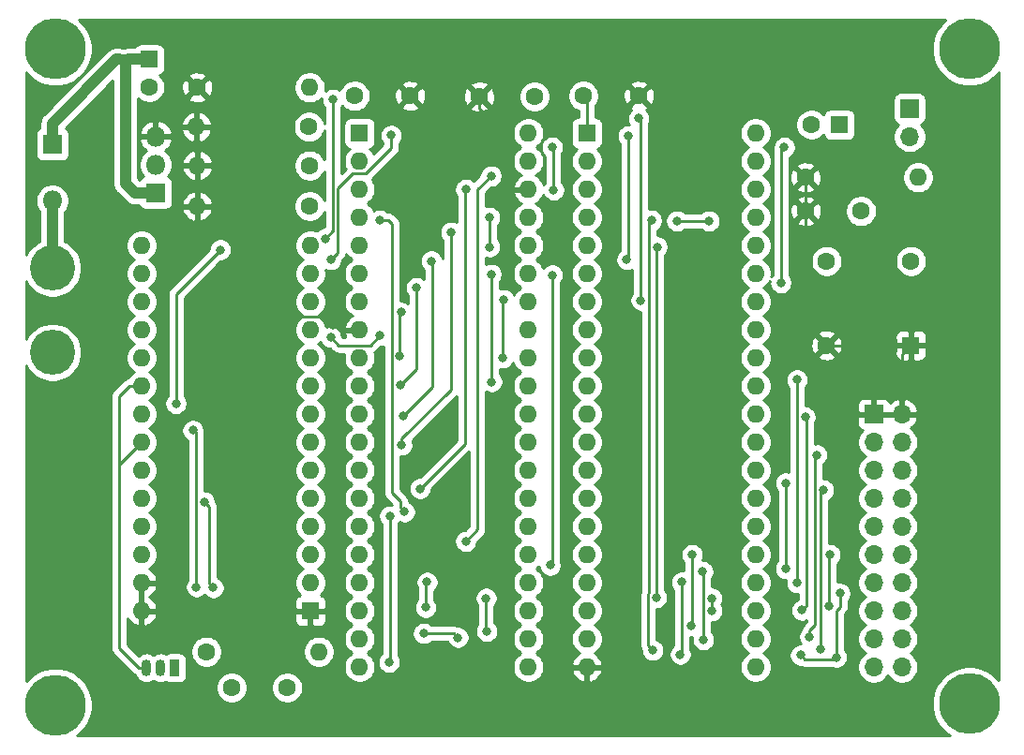
<source format=gbr>
G04 #@! TF.GenerationSoftware,KiCad,Pcbnew,(5.1.5)-3*
G04 #@! TF.CreationDate,2020-05-15T18:58:21+01:00*
G04 #@! TF.ProjectId,3chip6502,33636869-7036-4353-9032-2e6b69636164,rev?*
G04 #@! TF.SameCoordinates,Original*
G04 #@! TF.FileFunction,Copper,L1,Top*
G04 #@! TF.FilePolarity,Positive*
%FSLAX46Y46*%
G04 Gerber Fmt 4.6, Leading zero omitted, Abs format (unit mm)*
G04 Created by KiCad (PCBNEW (5.1.5)-3) date 2020-05-15 18:58:21*
%MOMM*%
%LPD*%
G04 APERTURE LIST*
%ADD10O,1.800000X1.800000*%
%ADD11R,1.800000X1.800000*%
%ADD12O,1.700000X1.700000*%
%ADD13R,1.700000X1.700000*%
%ADD14O,1.600000X1.600000*%
%ADD15R,1.600000X1.600000*%
%ADD16C,1.600000*%
%ADD17R,0.900000X1.500000*%
%ADD18O,0.900000X1.500000*%
%ADD19C,4.064000*%
%ADD20C,5.500000*%
%ADD21C,0.800000*%
%ADD22C,0.250000*%
%ADD23C,1.000000*%
%ADD24C,0.254000*%
G04 APERTURE END LIST*
D10*
X52324000Y-82804000D03*
D11*
X52324000Y-77724000D03*
D12*
X129032000Y-124968000D03*
X126492000Y-124968000D03*
X129032000Y-122428000D03*
X126492000Y-122428000D03*
X129032000Y-119888000D03*
X126492000Y-119888000D03*
X129032000Y-117348000D03*
X126492000Y-117348000D03*
X129032000Y-114808000D03*
X126492000Y-114808000D03*
X129032000Y-112268000D03*
X126492000Y-112268000D03*
X129032000Y-109728000D03*
X126492000Y-109728000D03*
X129032000Y-107188000D03*
X126492000Y-107188000D03*
X129032000Y-104648000D03*
X126492000Y-104648000D03*
X129032000Y-102108000D03*
D13*
X126492000Y-102108000D03*
D14*
X115824000Y-76708000D03*
X100584000Y-124968000D03*
X115824000Y-79248000D03*
X100584000Y-122428000D03*
X115824000Y-81788000D03*
X100584000Y-119888000D03*
X115824000Y-84328000D03*
X100584000Y-117348000D03*
X115824000Y-86868000D03*
X100584000Y-114808000D03*
X115824000Y-89408000D03*
X100584000Y-112268000D03*
X115824000Y-91948000D03*
X100584000Y-109728000D03*
X115824000Y-94488000D03*
X100584000Y-107188000D03*
X115824000Y-97028000D03*
X100584000Y-104648000D03*
X115824000Y-99568000D03*
X100584000Y-102108000D03*
X115824000Y-102108000D03*
X100584000Y-99568000D03*
X115824000Y-104648000D03*
X100584000Y-97028000D03*
X115824000Y-107188000D03*
X100584000Y-94488000D03*
X115824000Y-109728000D03*
X100584000Y-91948000D03*
X115824000Y-112268000D03*
X100584000Y-89408000D03*
X115824000Y-114808000D03*
X100584000Y-86868000D03*
X115824000Y-117348000D03*
X100584000Y-84328000D03*
X115824000Y-119888000D03*
X100584000Y-81788000D03*
X115824000Y-122428000D03*
X100584000Y-79248000D03*
X115824000Y-124968000D03*
D15*
X100584000Y-76708000D03*
D16*
X129857500Y-88265000D03*
X122237500Y-88265000D03*
X122237500Y-95885000D03*
D15*
X129857500Y-95885000D03*
D16*
X68533000Y-126809500D03*
X73533000Y-126809500D03*
D17*
X63373000Y-125031500D03*
D18*
X60833000Y-125031500D03*
X62103000Y-125031500D03*
D16*
X66230500Y-123571000D03*
D14*
X76390500Y-123571000D03*
D16*
X61087000Y-72540500D03*
D15*
X61087000Y-70040500D03*
D16*
X95868500Y-73406000D03*
X90868500Y-73406000D03*
X105283000Y-73342500D03*
X100283000Y-73342500D03*
X125349000Y-83756500D03*
X120349000Y-83756500D03*
D19*
X52324000Y-88900000D03*
X52324000Y-96520000D03*
D14*
X65341500Y-76136500D03*
D16*
X75501500Y-76136500D03*
X75565000Y-79629000D03*
D14*
X65405000Y-79629000D03*
X65405000Y-83312000D03*
D16*
X75565000Y-83312000D03*
D14*
X75565000Y-72580500D03*
D16*
X65405000Y-72580500D03*
X120332500Y-80708500D03*
D14*
X130492500Y-80708500D03*
D15*
X80073500Y-76708000D03*
D14*
X95313500Y-124968000D03*
X80073500Y-79248000D03*
X95313500Y-122428000D03*
X80073500Y-81788000D03*
X95313500Y-119888000D03*
X80073500Y-84328000D03*
X95313500Y-117348000D03*
X80073500Y-86868000D03*
X95313500Y-114808000D03*
X80073500Y-89408000D03*
X95313500Y-112268000D03*
X80073500Y-91948000D03*
X95313500Y-109728000D03*
X80073500Y-94488000D03*
X95313500Y-107188000D03*
X80073500Y-97028000D03*
X95313500Y-104648000D03*
X80073500Y-99568000D03*
X95313500Y-102108000D03*
X80073500Y-102108000D03*
X95313500Y-99568000D03*
X80073500Y-104648000D03*
X95313500Y-97028000D03*
X80073500Y-107188000D03*
X95313500Y-94488000D03*
X80073500Y-109728000D03*
X95313500Y-91948000D03*
X80073500Y-112268000D03*
X95313500Y-89408000D03*
X80073500Y-114808000D03*
X95313500Y-86868000D03*
X80073500Y-117348000D03*
X95313500Y-84328000D03*
X80073500Y-119888000D03*
X95313500Y-81788000D03*
X80073500Y-122428000D03*
X95313500Y-79248000D03*
X80073500Y-124968000D03*
X95313500Y-76708000D03*
D10*
X61658500Y-77025500D03*
X61658500Y-79565500D03*
D11*
X61658500Y-82105500D03*
D14*
X60388500Y-119888000D03*
X75628500Y-86868000D03*
X60388500Y-117348000D03*
X75628500Y-89408000D03*
X60388500Y-114808000D03*
X75628500Y-91948000D03*
X60388500Y-112268000D03*
X75628500Y-94488000D03*
X60388500Y-109728000D03*
X75628500Y-97028000D03*
X60388500Y-107188000D03*
X75628500Y-99568000D03*
X60388500Y-104648000D03*
X75628500Y-102108000D03*
X60388500Y-102108000D03*
X75628500Y-104648000D03*
X60388500Y-99568000D03*
X75628500Y-107188000D03*
X60388500Y-97028000D03*
X75628500Y-109728000D03*
X60388500Y-94488000D03*
X75628500Y-112268000D03*
X60388500Y-91948000D03*
X75628500Y-114808000D03*
X60388500Y-89408000D03*
X75628500Y-117348000D03*
X60388500Y-86868000D03*
D15*
X75628500Y-119888000D03*
D16*
X79629000Y-73342500D03*
X84629000Y-73342500D03*
D12*
X129730500Y-77025500D03*
D13*
X129730500Y-74485500D03*
D16*
X120880500Y-75946000D03*
D15*
X123380500Y-75946000D03*
D20*
X52578000Y-128397000D03*
X52578000Y-69088000D03*
X135128000Y-128270000D03*
X135128000Y-69088000D03*
D21*
X76962000Y-86233000D03*
X77660500Y-73660000D03*
X92964000Y-81597500D03*
X77660500Y-94043500D03*
X74231500Y-93281500D03*
X118110000Y-90233500D03*
X118427500Y-77978000D03*
X105473500Y-91821000D03*
X105283000Y-75374500D03*
X110109000Y-114808000D03*
X110045500Y-121221500D03*
X109156500Y-117284500D03*
X109029500Y-123825000D03*
X119888000Y-123888500D03*
X123126500Y-124079000D03*
X123444000Y-118300500D03*
X111850000Y-119888000D03*
X111850000Y-118745000D03*
X122454500Y-119443500D03*
X122555000Y-114808000D03*
X111125000Y-122491500D03*
X111061500Y-116332000D03*
X118554500Y-116078000D03*
X118554500Y-108331000D03*
X121729500Y-123317000D03*
X121946500Y-108966000D03*
X120713500Y-122237500D03*
X121348500Y-105791000D03*
X120015000Y-119824500D03*
X120295500Y-102362000D03*
X119570500Y-117348000D03*
X119570500Y-98996500D03*
X97599500Y-81851500D03*
X97472500Y-77978000D03*
X82931000Y-76898500D03*
X77470000Y-88138000D03*
X67500500Y-87249000D03*
X63495347Y-101160153D03*
X81915000Y-84582000D03*
X84137500Y-110934500D03*
X91821000Y-84328000D03*
X91821000Y-86995000D03*
X104330500Y-76962000D03*
X104203500Y-88138000D03*
X97472500Y-89535000D03*
X97282000Y-115760500D03*
X65341500Y-117729000D03*
X65024000Y-103568500D03*
X85852000Y-121920000D03*
X88963500Y-122301000D03*
X106553000Y-123444000D03*
X106426000Y-84582000D03*
X108712000Y-84645500D03*
X111633000Y-84645500D03*
X66865500Y-117792500D03*
X66040000Y-110045500D03*
X86042500Y-119570500D03*
X86169500Y-117284500D03*
X106870500Y-118681500D03*
X106934000Y-86995000D03*
X77470000Y-95177999D03*
X81915000Y-94996000D03*
X92964000Y-97028000D03*
X93091000Y-91757500D03*
X92011500Y-99187000D03*
X91948000Y-89471500D03*
X83693000Y-96837500D03*
X83820000Y-92900500D03*
X83756500Y-99504500D03*
X85217000Y-90678000D03*
X84010500Y-102298500D03*
X86550500Y-88265000D03*
X83883500Y-104902000D03*
X88328500Y-85661500D03*
X85534500Y-108839000D03*
X89662000Y-81788000D03*
X89662000Y-113601500D03*
X91948000Y-80581500D03*
X91503500Y-118745000D03*
X91567000Y-121729500D03*
X82804000Y-111315500D03*
X82740500Y-124523500D03*
D22*
X76962000Y-86233000D02*
X77660500Y-85534500D01*
X77660500Y-85534500D02*
X77660500Y-73660000D01*
X100584000Y-73643500D02*
X100283000Y-73342500D01*
X100584000Y-76708000D02*
X100584000Y-73643500D01*
D23*
X59287000Y-70040500D02*
X61087000Y-70040500D01*
X52324000Y-75824000D02*
X58107500Y-70040500D01*
X52324000Y-77724000D02*
X52324000Y-75824000D01*
X58928000Y-81275000D02*
X58928000Y-70104000D01*
X58107500Y-70040500D02*
X58928000Y-70104000D01*
X59758500Y-82105500D02*
X58928000Y-81275000D01*
X61658500Y-82105500D02*
X59758500Y-82105500D01*
X58928000Y-70104000D02*
X59287000Y-70040500D01*
D22*
X90868500Y-74537370D02*
X92964000Y-76632870D01*
X90868500Y-73406000D02*
X90868500Y-74537370D01*
X92964000Y-76632870D02*
X92964000Y-81597500D01*
X77660500Y-94043500D02*
X76898500Y-93281500D01*
X76898500Y-93281500D02*
X74231500Y-93281500D01*
X122237500Y-95885000D02*
X129857500Y-95885000D01*
X126492000Y-102108000D02*
X129032000Y-102108000D01*
X129032000Y-96710500D02*
X129857500Y-95885000D01*
X129032000Y-102108000D02*
X129032000Y-96710500D01*
X120332500Y-93980000D02*
X122237500Y-95885000D01*
X120332500Y-80708500D02*
X120332500Y-93980000D01*
X118110000Y-90233500D02*
X118110000Y-78295500D01*
X118110000Y-78295500D02*
X118427500Y-77978000D01*
X105473500Y-91821000D02*
X105473500Y-75501500D01*
X105473500Y-75501500D02*
X105346500Y-75374500D01*
X105346500Y-75374500D02*
X105283000Y-75374500D01*
D23*
X52324000Y-88900000D02*
X52324000Y-82804000D01*
D22*
X110109000Y-114808000D02*
X110109000Y-121158000D01*
X110109000Y-121158000D02*
X110045500Y-121221500D01*
X109156500Y-117284500D02*
X109156500Y-123698000D01*
X109156500Y-123698000D02*
X109029500Y-123825000D01*
X122917001Y-124288499D02*
X123126500Y-124079000D01*
X119888000Y-123888500D02*
X120287999Y-124288499D01*
X120287999Y-124288499D02*
X122917001Y-124288499D01*
X123126500Y-119844502D02*
X123444000Y-119527002D01*
X123126500Y-124079000D02*
X123126500Y-119844502D01*
X123444000Y-119527002D02*
X123444000Y-118300500D01*
X111850000Y-119888000D02*
X111850000Y-118745000D01*
X122454500Y-118877815D02*
X122428000Y-118851315D01*
X122454500Y-119443500D02*
X122454500Y-118877815D01*
X122428000Y-118851315D02*
X122428000Y-114935000D01*
X122428000Y-114935000D02*
X122555000Y-114808000D01*
X111125000Y-122491500D02*
X111125000Y-116395500D01*
X111125000Y-116395500D02*
X111061500Y-116332000D01*
X118554500Y-116078000D02*
X118554500Y-108331000D01*
X121729500Y-123317000D02*
X121729500Y-109093000D01*
X121729500Y-109093000D02*
X121856500Y-108966000D01*
X121856500Y-108966000D02*
X121946500Y-108966000D01*
X120713500Y-121671815D02*
X121221500Y-121163815D01*
X120713500Y-122237500D02*
X120713500Y-121671815D01*
X121221500Y-121163815D02*
X121221500Y-105918000D01*
X121221500Y-105918000D02*
X121348500Y-105791000D01*
X120414999Y-102481499D02*
X120295500Y-102362000D01*
X120015000Y-119824500D02*
X120414999Y-119424501D01*
X120414999Y-119424501D02*
X120414999Y-102481499D01*
X119570500Y-117348000D02*
X119570500Y-98996500D01*
X58356500Y-106680000D02*
X60388500Y-104648000D01*
X59257130Y-99568000D02*
X58356500Y-100468630D01*
X60388500Y-99568000D02*
X59257130Y-99568000D01*
X58356500Y-123255000D02*
X58356500Y-106299000D01*
X60133000Y-125031500D02*
X58356500Y-123255000D01*
X60833000Y-125031500D02*
X60133000Y-125031500D01*
X58356500Y-100468630D02*
X58356500Y-106299000D01*
X58356500Y-106299000D02*
X58356500Y-106680000D01*
X97599500Y-81851500D02*
X97599500Y-78105000D01*
X97599500Y-78105000D02*
X97472500Y-77978000D01*
X82931000Y-78055502D02*
X80613501Y-80373001D01*
X82931000Y-76898500D02*
X82931000Y-78055502D01*
X80613501Y-80373001D02*
X79456499Y-80373001D01*
X79456499Y-80373001D02*
X78110510Y-81718990D01*
X78110510Y-81718990D02*
X78110510Y-87497490D01*
X78110510Y-87497490D02*
X77470000Y-88138000D01*
X67500500Y-87249000D02*
X63495347Y-91254153D01*
X63495347Y-91254153D02*
X63495347Y-101160153D01*
X82994500Y-84899500D02*
X82994500Y-109220000D01*
X82677000Y-84582000D02*
X81915000Y-84582000D01*
X82994500Y-84899500D02*
X82677000Y-84582000D01*
X83947000Y-110934500D02*
X84137500Y-110934500D01*
X83737501Y-109963001D02*
X82994500Y-109220000D01*
X83737501Y-110534501D02*
X83737501Y-109963001D01*
X84137500Y-110934500D02*
X83737501Y-110534501D01*
X91821000Y-84328000D02*
X91821000Y-86995000D01*
X104330500Y-76962000D02*
X104330500Y-88011000D01*
X104330500Y-88011000D02*
X104203500Y-88138000D01*
X97472500Y-89535000D02*
X97472500Y-115570000D01*
X97472500Y-115570000D02*
X97282000Y-115760500D01*
X65314999Y-110393501D02*
X65314999Y-103722001D01*
X65341500Y-117729000D02*
X65341500Y-110420002D01*
X65341500Y-110420002D02*
X65314999Y-110393501D01*
X65314999Y-103722001D02*
X65161498Y-103568500D01*
X65161498Y-103568500D02*
X65024000Y-103568500D01*
X85852000Y-121920000D02*
X88582500Y-121920000D01*
X88582500Y-121920000D02*
X88963500Y-122301000D01*
X106208999Y-84799001D02*
X106426000Y-84582000D01*
X106208999Y-118269999D02*
X106208999Y-84799001D01*
X106145499Y-118333499D02*
X106208999Y-118269999D01*
X106553000Y-123444000D02*
X106145499Y-123036499D01*
X106145499Y-123036499D02*
X106145499Y-118333499D01*
X108712000Y-84645500D02*
X111633000Y-84645500D01*
X66465501Y-117392501D02*
X66465501Y-110471001D01*
X66865500Y-117792500D02*
X66465501Y-117392501D01*
X66465501Y-110471001D02*
X66040000Y-110045500D01*
X86042500Y-119570500D02*
X86042500Y-117411500D01*
X86042500Y-117411500D02*
X86169500Y-117284500D01*
X106870500Y-118681500D02*
X106870500Y-87058500D01*
X106870500Y-87058500D02*
X106934000Y-86995000D01*
X77470000Y-95177999D02*
X78177001Y-95885000D01*
X78177001Y-95885000D02*
X81026000Y-95885000D01*
X81026000Y-95885000D02*
X81915000Y-94996000D01*
X92964000Y-97028000D02*
X92964000Y-91884500D01*
X92964000Y-91884500D02*
X93091000Y-91757500D01*
X92011500Y-99187000D02*
X92011500Y-89535000D01*
X92011500Y-89535000D02*
X91948000Y-89471500D01*
X83693000Y-96837500D02*
X83693000Y-93027500D01*
X83693000Y-93027500D02*
X83820000Y-92900500D01*
X83756500Y-99504500D02*
X85217000Y-98044000D01*
X85217000Y-98044000D02*
X85217000Y-90678000D01*
X84010500Y-102298500D02*
X86677500Y-99631500D01*
X86677500Y-99631500D02*
X86677500Y-88392000D01*
X86677500Y-88392000D02*
X86550500Y-88265000D01*
X83883500Y-104336315D02*
X88328500Y-99891315D01*
X83883500Y-104902000D02*
X83883500Y-104336315D01*
X88328500Y-99891315D02*
X88328500Y-85661500D01*
X85534500Y-108839000D02*
X89598500Y-104775000D01*
X89598500Y-104775000D02*
X89598500Y-81851500D01*
X89598500Y-81851500D02*
X89662000Y-81788000D01*
X89662000Y-113601500D02*
X90741500Y-112522000D01*
X90741500Y-112522000D02*
X90741500Y-81788000D01*
X90741500Y-81788000D02*
X91948000Y-80581500D01*
X91503500Y-118745000D02*
X91503500Y-121666000D01*
X91503500Y-121666000D02*
X91567000Y-121729500D01*
X82804000Y-111315500D02*
X82804000Y-124460000D01*
X82804000Y-124460000D02*
X82740500Y-124523500D01*
D24*
G36*
X132970188Y-66458698D02*
G01*
X132498698Y-66930188D01*
X132128252Y-67484601D01*
X131873083Y-68100632D01*
X131743000Y-68754607D01*
X131743000Y-69421393D01*
X131873083Y-70075368D01*
X132128252Y-70691399D01*
X132498698Y-71245812D01*
X132970188Y-71717302D01*
X133524601Y-72087748D01*
X134140632Y-72342917D01*
X134794607Y-72473000D01*
X135461393Y-72473000D01*
X136115368Y-72342917D01*
X136731399Y-72087748D01*
X137285812Y-71717302D01*
X137757302Y-71245812D01*
X137770001Y-71226807D01*
X137770000Y-126131192D01*
X137757302Y-126112188D01*
X137285812Y-125640698D01*
X136731399Y-125270252D01*
X136115368Y-125015083D01*
X135461393Y-124885000D01*
X134794607Y-124885000D01*
X134140632Y-125015083D01*
X133524601Y-125270252D01*
X132970188Y-125640698D01*
X132498698Y-126112188D01*
X132128252Y-126666601D01*
X131873083Y-127282632D01*
X131743000Y-127936607D01*
X131743000Y-128603393D01*
X131873083Y-129257368D01*
X132128252Y-129873399D01*
X132498698Y-130427812D01*
X132970188Y-130899302D01*
X133369331Y-131166000D01*
X54526739Y-131166000D01*
X54735812Y-131026302D01*
X55207302Y-130554812D01*
X55577748Y-130000399D01*
X55832917Y-129384368D01*
X55963000Y-128730393D01*
X55963000Y-128063607D01*
X55832917Y-127409632D01*
X55577748Y-126793601D01*
X55493935Y-126668165D01*
X67098000Y-126668165D01*
X67098000Y-126950835D01*
X67153147Y-127228074D01*
X67261320Y-127489227D01*
X67418363Y-127724259D01*
X67618241Y-127924137D01*
X67853273Y-128081180D01*
X68114426Y-128189353D01*
X68391665Y-128244500D01*
X68674335Y-128244500D01*
X68951574Y-128189353D01*
X69212727Y-128081180D01*
X69447759Y-127924137D01*
X69647637Y-127724259D01*
X69804680Y-127489227D01*
X69912853Y-127228074D01*
X69968000Y-126950835D01*
X69968000Y-126668165D01*
X72098000Y-126668165D01*
X72098000Y-126950835D01*
X72153147Y-127228074D01*
X72261320Y-127489227D01*
X72418363Y-127724259D01*
X72618241Y-127924137D01*
X72853273Y-128081180D01*
X73114426Y-128189353D01*
X73391665Y-128244500D01*
X73674335Y-128244500D01*
X73951574Y-128189353D01*
X74212727Y-128081180D01*
X74447759Y-127924137D01*
X74647637Y-127724259D01*
X74804680Y-127489227D01*
X74912853Y-127228074D01*
X74968000Y-126950835D01*
X74968000Y-126668165D01*
X74912853Y-126390926D01*
X74804680Y-126129773D01*
X74647637Y-125894741D01*
X74447759Y-125694863D01*
X74212727Y-125537820D01*
X73951574Y-125429647D01*
X73674335Y-125374500D01*
X73391665Y-125374500D01*
X73114426Y-125429647D01*
X72853273Y-125537820D01*
X72618241Y-125694863D01*
X72418363Y-125894741D01*
X72261320Y-126129773D01*
X72153147Y-126390926D01*
X72098000Y-126668165D01*
X69968000Y-126668165D01*
X69912853Y-126390926D01*
X69804680Y-126129773D01*
X69647637Y-125894741D01*
X69447759Y-125694863D01*
X69212727Y-125537820D01*
X68951574Y-125429647D01*
X68674335Y-125374500D01*
X68391665Y-125374500D01*
X68114426Y-125429647D01*
X67853273Y-125537820D01*
X67618241Y-125694863D01*
X67418363Y-125894741D01*
X67261320Y-126129773D01*
X67153147Y-126390926D01*
X67098000Y-126668165D01*
X55493935Y-126668165D01*
X55207302Y-126239188D01*
X54735812Y-125767698D01*
X54181399Y-125397252D01*
X53565368Y-125142083D01*
X52911393Y-125012000D01*
X52244607Y-125012000D01*
X51590632Y-125142083D01*
X50974601Y-125397252D01*
X50420188Y-125767698D01*
X49948698Y-126239188D01*
X49936000Y-126258192D01*
X49936000Y-100468630D01*
X57592824Y-100468630D01*
X57596500Y-100505953D01*
X57596501Y-106261658D01*
X57596500Y-106261668D01*
X57596500Y-106642678D01*
X57592824Y-106680000D01*
X57596500Y-106717322D01*
X57596500Y-106717333D01*
X57596501Y-106717343D01*
X57596500Y-123217678D01*
X57592824Y-123255000D01*
X57596500Y-123292322D01*
X57596500Y-123292332D01*
X57607497Y-123403985D01*
X57643630Y-123523102D01*
X57650954Y-123547246D01*
X57721526Y-123679276D01*
X57747559Y-123710997D01*
X57816499Y-123795001D01*
X57845502Y-123818803D01*
X59569205Y-125542508D01*
X59592999Y-125571501D01*
X59621992Y-125595295D01*
X59621996Y-125595299D01*
X59677316Y-125640698D01*
X59708724Y-125666474D01*
X59818610Y-125725210D01*
X59825742Y-125748720D01*
X59926492Y-125937210D01*
X60062079Y-126102422D01*
X60227291Y-126238009D01*
X60415781Y-126338759D01*
X60620304Y-126400800D01*
X60833000Y-126421749D01*
X61045697Y-126400800D01*
X61250220Y-126338759D01*
X61438710Y-126238009D01*
X61468001Y-126213971D01*
X61497291Y-126238009D01*
X61685781Y-126338759D01*
X61890304Y-126400800D01*
X62103000Y-126421749D01*
X62315697Y-126400800D01*
X62520220Y-126338759D01*
X62569360Y-126312493D01*
X62678820Y-126371002D01*
X62798518Y-126407312D01*
X62923000Y-126419572D01*
X63823000Y-126419572D01*
X63947482Y-126407312D01*
X64067180Y-126371002D01*
X64177494Y-126312037D01*
X64274185Y-126232685D01*
X64353537Y-126135994D01*
X64412502Y-126025680D01*
X64448812Y-125905982D01*
X64461072Y-125781500D01*
X64461072Y-124281500D01*
X64448812Y-124157018D01*
X64412502Y-124037320D01*
X64353537Y-123927006D01*
X64274185Y-123830315D01*
X64177494Y-123750963D01*
X64067180Y-123691998D01*
X63947482Y-123655688D01*
X63823000Y-123643428D01*
X62923000Y-123643428D01*
X62798518Y-123655688D01*
X62678820Y-123691998D01*
X62569359Y-123750507D01*
X62520219Y-123724241D01*
X62315696Y-123662200D01*
X62103000Y-123641251D01*
X61890303Y-123662200D01*
X61685780Y-123724241D01*
X61497290Y-123824991D01*
X61468000Y-123849029D01*
X61438710Y-123824991D01*
X61250219Y-123724241D01*
X61045696Y-123662200D01*
X60833000Y-123641251D01*
X60620303Y-123662200D01*
X60415780Y-123724241D01*
X60227290Y-123824991D01*
X60103163Y-123926860D01*
X59605967Y-123429665D01*
X64795500Y-123429665D01*
X64795500Y-123712335D01*
X64850647Y-123989574D01*
X64958820Y-124250727D01*
X65115863Y-124485759D01*
X65315741Y-124685637D01*
X65550773Y-124842680D01*
X65811926Y-124950853D01*
X66089165Y-125006000D01*
X66371835Y-125006000D01*
X66649074Y-124950853D01*
X66910227Y-124842680D01*
X67145259Y-124685637D01*
X67345137Y-124485759D01*
X67502180Y-124250727D01*
X67610353Y-123989574D01*
X67665500Y-123712335D01*
X67665500Y-123429665D01*
X74955500Y-123429665D01*
X74955500Y-123712335D01*
X75010647Y-123989574D01*
X75118820Y-124250727D01*
X75275863Y-124485759D01*
X75475741Y-124685637D01*
X75710773Y-124842680D01*
X75971926Y-124950853D01*
X76249165Y-125006000D01*
X76531835Y-125006000D01*
X76809074Y-124950853D01*
X77070227Y-124842680D01*
X77305259Y-124685637D01*
X77505137Y-124485759D01*
X77662180Y-124250727D01*
X77770353Y-123989574D01*
X77825500Y-123712335D01*
X77825500Y-123429665D01*
X77770353Y-123152426D01*
X77662180Y-122891273D01*
X77505137Y-122656241D01*
X77305259Y-122456363D01*
X77070227Y-122299320D01*
X76809074Y-122191147D01*
X76531835Y-122136000D01*
X76249165Y-122136000D01*
X75971926Y-122191147D01*
X75710773Y-122299320D01*
X75475741Y-122456363D01*
X75275863Y-122656241D01*
X75118820Y-122891273D01*
X75010647Y-123152426D01*
X74955500Y-123429665D01*
X67665500Y-123429665D01*
X67610353Y-123152426D01*
X67502180Y-122891273D01*
X67345137Y-122656241D01*
X67145259Y-122456363D01*
X66910227Y-122299320D01*
X66649074Y-122191147D01*
X66371835Y-122136000D01*
X66089165Y-122136000D01*
X65811926Y-122191147D01*
X65550773Y-122299320D01*
X65315741Y-122456363D01*
X65115863Y-122656241D01*
X64958820Y-122891273D01*
X64850647Y-123152426D01*
X64795500Y-123429665D01*
X59605967Y-123429665D01*
X59116500Y-122940199D01*
X59116500Y-120538752D01*
X59157463Y-120625420D01*
X59324981Y-120851414D01*
X59533369Y-121040385D01*
X59774619Y-121185070D01*
X60039460Y-121279909D01*
X60261500Y-121158624D01*
X60261500Y-120015000D01*
X60515500Y-120015000D01*
X60515500Y-121158624D01*
X60737540Y-121279909D01*
X61002381Y-121185070D01*
X61243631Y-121040385D01*
X61452019Y-120851414D01*
X61573149Y-120688000D01*
X74190428Y-120688000D01*
X74202688Y-120812482D01*
X74238998Y-120932180D01*
X74297963Y-121042494D01*
X74377315Y-121139185D01*
X74474006Y-121218537D01*
X74584320Y-121277502D01*
X74704018Y-121313812D01*
X74828500Y-121326072D01*
X75342750Y-121323000D01*
X75501500Y-121164250D01*
X75501500Y-120015000D01*
X75755500Y-120015000D01*
X75755500Y-121164250D01*
X75914250Y-121323000D01*
X76428500Y-121326072D01*
X76552982Y-121313812D01*
X76672680Y-121277502D01*
X76782994Y-121218537D01*
X76879685Y-121139185D01*
X76959037Y-121042494D01*
X77018002Y-120932180D01*
X77054312Y-120812482D01*
X77066572Y-120688000D01*
X77063500Y-120173750D01*
X76904750Y-120015000D01*
X75755500Y-120015000D01*
X75501500Y-120015000D01*
X74352250Y-120015000D01*
X74193500Y-120173750D01*
X74190428Y-120688000D01*
X61573149Y-120688000D01*
X61619537Y-120625420D01*
X61739746Y-120371087D01*
X61780404Y-120237039D01*
X61658415Y-120015000D01*
X60515500Y-120015000D01*
X60261500Y-120015000D01*
X60241500Y-120015000D01*
X60241500Y-119761000D01*
X60261500Y-119761000D01*
X60261500Y-117475000D01*
X60515500Y-117475000D01*
X60515500Y-119761000D01*
X61658415Y-119761000D01*
X61780404Y-119538961D01*
X61739746Y-119404913D01*
X61619537Y-119150580D01*
X61452019Y-118924586D01*
X61243631Y-118735615D01*
X61047518Y-118618000D01*
X61243631Y-118500385D01*
X61452019Y-118311414D01*
X61619537Y-118085420D01*
X61739746Y-117831087D01*
X61780404Y-117697039D01*
X61658415Y-117475000D01*
X60515500Y-117475000D01*
X60261500Y-117475000D01*
X60241500Y-117475000D01*
X60241500Y-117221000D01*
X60261500Y-117221000D01*
X60261500Y-117201000D01*
X60515500Y-117201000D01*
X60515500Y-117221000D01*
X61658415Y-117221000D01*
X61780404Y-116998961D01*
X61739746Y-116864913D01*
X61619537Y-116610580D01*
X61452019Y-116384586D01*
X61243631Y-116195615D01*
X61057635Y-116084067D01*
X61068227Y-116079680D01*
X61303259Y-115922637D01*
X61503137Y-115722759D01*
X61660180Y-115487727D01*
X61768353Y-115226574D01*
X61823500Y-114949335D01*
X61823500Y-114666665D01*
X61768353Y-114389426D01*
X61660180Y-114128273D01*
X61503137Y-113893241D01*
X61303259Y-113693363D01*
X61070741Y-113538000D01*
X61303259Y-113382637D01*
X61503137Y-113182759D01*
X61660180Y-112947727D01*
X61768353Y-112686574D01*
X61823500Y-112409335D01*
X61823500Y-112126665D01*
X61768353Y-111849426D01*
X61660180Y-111588273D01*
X61503137Y-111353241D01*
X61303259Y-111153363D01*
X61070741Y-110998000D01*
X61303259Y-110842637D01*
X61503137Y-110642759D01*
X61660180Y-110407727D01*
X61768353Y-110146574D01*
X61823500Y-109869335D01*
X61823500Y-109586665D01*
X61768353Y-109309426D01*
X61660180Y-109048273D01*
X61503137Y-108813241D01*
X61303259Y-108613363D01*
X61070741Y-108458000D01*
X61303259Y-108302637D01*
X61503137Y-108102759D01*
X61660180Y-107867727D01*
X61768353Y-107606574D01*
X61823500Y-107329335D01*
X61823500Y-107046665D01*
X61768353Y-106769426D01*
X61660180Y-106508273D01*
X61503137Y-106273241D01*
X61303259Y-106073363D01*
X61070741Y-105918000D01*
X61303259Y-105762637D01*
X61503137Y-105562759D01*
X61660180Y-105327727D01*
X61768353Y-105066574D01*
X61823500Y-104789335D01*
X61823500Y-104506665D01*
X61768353Y-104229426D01*
X61660180Y-103968273D01*
X61503137Y-103733241D01*
X61303259Y-103533363D01*
X61203283Y-103466561D01*
X63989000Y-103466561D01*
X63989000Y-103670439D01*
X64028774Y-103870398D01*
X64106795Y-104058756D01*
X64220063Y-104228274D01*
X64364226Y-104372437D01*
X64533744Y-104485705D01*
X64555000Y-104494510D01*
X64554999Y-110356178D01*
X64551323Y-110393501D01*
X64554999Y-110430823D01*
X64554999Y-110430833D01*
X64565996Y-110542486D01*
X64581501Y-110593600D01*
X64581500Y-117025289D01*
X64537563Y-117069226D01*
X64424295Y-117238744D01*
X64346274Y-117427102D01*
X64306500Y-117627061D01*
X64306500Y-117830939D01*
X64346274Y-118030898D01*
X64424295Y-118219256D01*
X64537563Y-118388774D01*
X64681726Y-118532937D01*
X64851244Y-118646205D01*
X65039602Y-118724226D01*
X65239561Y-118764000D01*
X65443439Y-118764000D01*
X65643398Y-118724226D01*
X65831756Y-118646205D01*
X66001274Y-118532937D01*
X66071750Y-118462461D01*
X66205726Y-118596437D01*
X66375244Y-118709705D01*
X66563602Y-118787726D01*
X66763561Y-118827500D01*
X66967439Y-118827500D01*
X67167398Y-118787726D01*
X67355756Y-118709705D01*
X67525274Y-118596437D01*
X67669437Y-118452274D01*
X67782705Y-118282756D01*
X67860726Y-118094398D01*
X67900500Y-117894439D01*
X67900500Y-117690561D01*
X67860726Y-117490602D01*
X67782705Y-117302244D01*
X67669437Y-117132726D01*
X67525274Y-116988563D01*
X67355756Y-116875295D01*
X67225501Y-116821341D01*
X67225501Y-110508323D01*
X67229177Y-110471000D01*
X67225501Y-110433677D01*
X67225501Y-110433668D01*
X67214504Y-110322015D01*
X67171047Y-110178754D01*
X67100475Y-110046725D01*
X67075000Y-110015684D01*
X67075000Y-109943561D01*
X67035226Y-109743602D01*
X66957205Y-109555244D01*
X66843937Y-109385726D01*
X66699774Y-109241563D01*
X66530256Y-109128295D01*
X66341898Y-109050274D01*
X66141939Y-109010500D01*
X66074999Y-109010500D01*
X66074999Y-103759323D01*
X66078675Y-103722000D01*
X66074999Y-103684677D01*
X66074999Y-103684668D01*
X66064002Y-103573015D01*
X66059000Y-103556525D01*
X66059000Y-103466561D01*
X66019226Y-103266602D01*
X65941205Y-103078244D01*
X65827937Y-102908726D01*
X65683774Y-102764563D01*
X65514256Y-102651295D01*
X65325898Y-102573274D01*
X65125939Y-102533500D01*
X64922061Y-102533500D01*
X64722102Y-102573274D01*
X64533744Y-102651295D01*
X64364226Y-102764563D01*
X64220063Y-102908726D01*
X64106795Y-103078244D01*
X64028774Y-103266602D01*
X63989000Y-103466561D01*
X61203283Y-103466561D01*
X61070741Y-103378000D01*
X61303259Y-103222637D01*
X61503137Y-103022759D01*
X61660180Y-102787727D01*
X61768353Y-102526574D01*
X61823500Y-102249335D01*
X61823500Y-101966665D01*
X61768353Y-101689426D01*
X61660180Y-101428273D01*
X61503137Y-101193241D01*
X61368110Y-101058214D01*
X62460347Y-101058214D01*
X62460347Y-101262092D01*
X62500121Y-101462051D01*
X62578142Y-101650409D01*
X62691410Y-101819927D01*
X62835573Y-101964090D01*
X63005091Y-102077358D01*
X63193449Y-102155379D01*
X63393408Y-102195153D01*
X63597286Y-102195153D01*
X63797245Y-102155379D01*
X63985603Y-102077358D01*
X64155121Y-101964090D01*
X64299284Y-101819927D01*
X64412552Y-101650409D01*
X64490573Y-101462051D01*
X64530347Y-101262092D01*
X64530347Y-101058214D01*
X64490573Y-100858255D01*
X64412552Y-100669897D01*
X64299284Y-100500379D01*
X64255347Y-100456442D01*
X64255347Y-91568954D01*
X67540302Y-88284000D01*
X67602439Y-88284000D01*
X67802398Y-88244226D01*
X67990756Y-88166205D01*
X68160274Y-88052937D01*
X68304437Y-87908774D01*
X68417705Y-87739256D01*
X68495726Y-87550898D01*
X68535500Y-87350939D01*
X68535500Y-87147061D01*
X68495726Y-86947102D01*
X68417705Y-86758744D01*
X68304437Y-86589226D01*
X68160274Y-86445063D01*
X67990756Y-86331795D01*
X67802398Y-86253774D01*
X67602439Y-86214000D01*
X67398561Y-86214000D01*
X67198602Y-86253774D01*
X67010244Y-86331795D01*
X66840726Y-86445063D01*
X66696563Y-86589226D01*
X66583295Y-86758744D01*
X66505274Y-86947102D01*
X66465500Y-87147061D01*
X66465500Y-87209198D01*
X62984350Y-90690349D01*
X62955346Y-90714152D01*
X62915854Y-90762274D01*
X62860373Y-90829877D01*
X62820863Y-90903795D01*
X62789801Y-90961907D01*
X62746344Y-91105168D01*
X62735347Y-91216821D01*
X62735347Y-91216831D01*
X62731671Y-91254153D01*
X62735347Y-91291475D01*
X62735348Y-100456441D01*
X62691410Y-100500379D01*
X62578142Y-100669897D01*
X62500121Y-100858255D01*
X62460347Y-101058214D01*
X61368110Y-101058214D01*
X61303259Y-100993363D01*
X61070741Y-100838000D01*
X61303259Y-100682637D01*
X61503137Y-100482759D01*
X61660180Y-100247727D01*
X61768353Y-99986574D01*
X61823500Y-99709335D01*
X61823500Y-99426665D01*
X61768353Y-99149426D01*
X61660180Y-98888273D01*
X61503137Y-98653241D01*
X61303259Y-98453363D01*
X61070741Y-98298000D01*
X61303259Y-98142637D01*
X61503137Y-97942759D01*
X61660180Y-97707727D01*
X61768353Y-97446574D01*
X61823500Y-97169335D01*
X61823500Y-96886665D01*
X61768353Y-96609426D01*
X61660180Y-96348273D01*
X61503137Y-96113241D01*
X61303259Y-95913363D01*
X61070741Y-95758000D01*
X61303259Y-95602637D01*
X61503137Y-95402759D01*
X61660180Y-95167727D01*
X61768353Y-94906574D01*
X61823500Y-94629335D01*
X61823500Y-94346665D01*
X61768353Y-94069426D01*
X61660180Y-93808273D01*
X61503137Y-93573241D01*
X61303259Y-93373363D01*
X61070741Y-93218000D01*
X61303259Y-93062637D01*
X61503137Y-92862759D01*
X61660180Y-92627727D01*
X61768353Y-92366574D01*
X61823500Y-92089335D01*
X61823500Y-91806665D01*
X61768353Y-91529426D01*
X61660180Y-91268273D01*
X61503137Y-91033241D01*
X61303259Y-90833363D01*
X61070741Y-90678000D01*
X61303259Y-90522637D01*
X61503137Y-90322759D01*
X61660180Y-90087727D01*
X61768353Y-89826574D01*
X61823500Y-89549335D01*
X61823500Y-89266665D01*
X61768353Y-88989426D01*
X61660180Y-88728273D01*
X61503137Y-88493241D01*
X61303259Y-88293363D01*
X61070741Y-88138000D01*
X61303259Y-87982637D01*
X61503137Y-87782759D01*
X61660180Y-87547727D01*
X61768353Y-87286574D01*
X61823500Y-87009335D01*
X61823500Y-86726665D01*
X61768353Y-86449426D01*
X61660180Y-86188273D01*
X61503137Y-85953241D01*
X61303259Y-85753363D01*
X61068227Y-85596320D01*
X60807074Y-85488147D01*
X60529835Y-85433000D01*
X60247165Y-85433000D01*
X59969926Y-85488147D01*
X59708773Y-85596320D01*
X59473741Y-85753363D01*
X59273863Y-85953241D01*
X59116820Y-86188273D01*
X59008647Y-86449426D01*
X58953500Y-86726665D01*
X58953500Y-87009335D01*
X59008647Y-87286574D01*
X59116820Y-87547727D01*
X59273863Y-87782759D01*
X59473741Y-87982637D01*
X59706259Y-88138000D01*
X59473741Y-88293363D01*
X59273863Y-88493241D01*
X59116820Y-88728273D01*
X59008647Y-88989426D01*
X58953500Y-89266665D01*
X58953500Y-89549335D01*
X59008647Y-89826574D01*
X59116820Y-90087727D01*
X59273863Y-90322759D01*
X59473741Y-90522637D01*
X59706259Y-90678000D01*
X59473741Y-90833363D01*
X59273863Y-91033241D01*
X59116820Y-91268273D01*
X59008647Y-91529426D01*
X58953500Y-91806665D01*
X58953500Y-92089335D01*
X59008647Y-92366574D01*
X59116820Y-92627727D01*
X59273863Y-92862759D01*
X59473741Y-93062637D01*
X59706259Y-93218000D01*
X59473741Y-93373363D01*
X59273863Y-93573241D01*
X59116820Y-93808273D01*
X59008647Y-94069426D01*
X58953500Y-94346665D01*
X58953500Y-94629335D01*
X59008647Y-94906574D01*
X59116820Y-95167727D01*
X59273863Y-95402759D01*
X59473741Y-95602637D01*
X59706259Y-95758000D01*
X59473741Y-95913363D01*
X59273863Y-96113241D01*
X59116820Y-96348273D01*
X59008647Y-96609426D01*
X58953500Y-96886665D01*
X58953500Y-97169335D01*
X59008647Y-97446574D01*
X59116820Y-97707727D01*
X59273863Y-97942759D01*
X59473741Y-98142637D01*
X59706259Y-98298000D01*
X59473741Y-98453363D01*
X59273863Y-98653241D01*
X59166981Y-98813202D01*
X59108144Y-98818997D01*
X58964883Y-98862454D01*
X58832854Y-98933026D01*
X58717129Y-99027999D01*
X58693331Y-99056997D01*
X57845502Y-99904827D01*
X57816499Y-99928629D01*
X57768945Y-99986574D01*
X57721526Y-100044354D01*
X57715421Y-100055776D01*
X57650954Y-100176384D01*
X57607497Y-100319645D01*
X57596500Y-100431298D01*
X57596500Y-100431308D01*
X57592824Y-100468630D01*
X49936000Y-100468630D01*
X49936000Y-97724063D01*
X49960536Y-97783298D01*
X50252406Y-98220113D01*
X50623887Y-98591594D01*
X51060702Y-98883464D01*
X51546065Y-99084508D01*
X52061323Y-99187000D01*
X52586677Y-99187000D01*
X53101935Y-99084508D01*
X53587298Y-98883464D01*
X54024113Y-98591594D01*
X54395594Y-98220113D01*
X54687464Y-97783298D01*
X54888508Y-97297935D01*
X54991000Y-96782677D01*
X54991000Y-96257323D01*
X54888508Y-95742065D01*
X54687464Y-95256702D01*
X54395594Y-94819887D01*
X54024113Y-94448406D01*
X53587298Y-94156536D01*
X53101935Y-93955492D01*
X52586677Y-93853000D01*
X52061323Y-93853000D01*
X51546065Y-93955492D01*
X51060702Y-94156536D01*
X50623887Y-94448406D01*
X50252406Y-94819887D01*
X49960536Y-95256702D01*
X49936000Y-95315937D01*
X49936000Y-90104063D01*
X49960536Y-90163298D01*
X50252406Y-90600113D01*
X50623887Y-90971594D01*
X51060702Y-91263464D01*
X51546065Y-91464508D01*
X52061323Y-91567000D01*
X52586677Y-91567000D01*
X53101935Y-91464508D01*
X53587298Y-91263464D01*
X54024113Y-90971594D01*
X54395594Y-90600113D01*
X54687464Y-90163298D01*
X54888508Y-89677935D01*
X54991000Y-89162677D01*
X54991000Y-88637323D01*
X54888508Y-88122065D01*
X54687464Y-87636702D01*
X54395594Y-87199887D01*
X54024113Y-86828406D01*
X53587298Y-86536536D01*
X53459000Y-86483393D01*
X53459000Y-83839817D01*
X53516312Y-83782505D01*
X53597473Y-83661039D01*
X64013096Y-83661039D01*
X64053754Y-83795087D01*
X64173963Y-84049420D01*
X64341481Y-84275414D01*
X64549869Y-84464385D01*
X64791119Y-84609070D01*
X65055960Y-84703909D01*
X65278000Y-84582624D01*
X65278000Y-83439000D01*
X65532000Y-83439000D01*
X65532000Y-84582624D01*
X65754040Y-84703909D01*
X66018881Y-84609070D01*
X66260131Y-84464385D01*
X66468519Y-84275414D01*
X66636037Y-84049420D01*
X66756246Y-83795087D01*
X66796904Y-83661039D01*
X66674915Y-83439000D01*
X65532000Y-83439000D01*
X65278000Y-83439000D01*
X64135085Y-83439000D01*
X64013096Y-83661039D01*
X53597473Y-83661039D01*
X53684299Y-83531095D01*
X53800011Y-83251743D01*
X53859000Y-82955184D01*
X53859000Y-82652816D01*
X53800011Y-82356257D01*
X53684299Y-82076905D01*
X53516312Y-81825495D01*
X53302505Y-81611688D01*
X53051095Y-81443701D01*
X52771743Y-81327989D01*
X52475184Y-81269000D01*
X52172816Y-81269000D01*
X51876257Y-81327989D01*
X51596905Y-81443701D01*
X51345495Y-81611688D01*
X51131688Y-81825495D01*
X50963701Y-82076905D01*
X50847989Y-82356257D01*
X50789000Y-82652816D01*
X50789000Y-82955184D01*
X50847989Y-83251743D01*
X50963701Y-83531095D01*
X51131688Y-83782505D01*
X51189001Y-83839818D01*
X51189000Y-86483393D01*
X51060702Y-86536536D01*
X50623887Y-86828406D01*
X50252406Y-87199887D01*
X49960536Y-87636702D01*
X49936000Y-87695937D01*
X49936000Y-76824000D01*
X50785928Y-76824000D01*
X50785928Y-78624000D01*
X50798188Y-78748482D01*
X50834498Y-78868180D01*
X50893463Y-78978494D01*
X50972815Y-79075185D01*
X51069506Y-79154537D01*
X51179820Y-79213502D01*
X51299518Y-79249812D01*
X51424000Y-79262072D01*
X53224000Y-79262072D01*
X53348482Y-79249812D01*
X53468180Y-79213502D01*
X53578494Y-79154537D01*
X53675185Y-79075185D01*
X53754537Y-78978494D01*
X53813502Y-78868180D01*
X53849812Y-78748482D01*
X53862072Y-78624000D01*
X53862072Y-76824000D01*
X53849812Y-76699518D01*
X53813502Y-76579820D01*
X53754537Y-76469506D01*
X53675185Y-76372815D01*
X53578494Y-76293463D01*
X53501059Y-76252072D01*
X57793001Y-71960131D01*
X57793000Y-81219248D01*
X57787509Y-81275000D01*
X57804746Y-81450014D01*
X57809423Y-81497498D01*
X57874324Y-81711446D01*
X57979716Y-81908623D01*
X58121551Y-82081449D01*
X58164864Y-82116995D01*
X58916508Y-82868640D01*
X58952051Y-82911949D01*
X59124877Y-83053784D01*
X59322053Y-83159176D01*
X59536001Y-83224077D01*
X59702748Y-83240500D01*
X59702757Y-83240500D01*
X59758499Y-83245990D01*
X59814241Y-83240500D01*
X60166213Y-83240500D01*
X60168998Y-83249680D01*
X60227963Y-83359994D01*
X60307315Y-83456685D01*
X60404006Y-83536037D01*
X60514320Y-83595002D01*
X60634018Y-83631312D01*
X60758500Y-83643572D01*
X62558500Y-83643572D01*
X62682982Y-83631312D01*
X62802680Y-83595002D01*
X62912994Y-83536037D01*
X63009685Y-83456685D01*
X63089037Y-83359994D01*
X63148002Y-83249680D01*
X63184312Y-83129982D01*
X63196572Y-83005500D01*
X63196572Y-82962961D01*
X64013096Y-82962961D01*
X64135085Y-83185000D01*
X65278000Y-83185000D01*
X65278000Y-82041376D01*
X65532000Y-82041376D01*
X65532000Y-83185000D01*
X66674915Y-83185000D01*
X66796904Y-82962961D01*
X66756246Y-82828913D01*
X66636037Y-82574580D01*
X66468519Y-82348586D01*
X66260131Y-82159615D01*
X66018881Y-82014930D01*
X65754040Y-81920091D01*
X65532000Y-82041376D01*
X65278000Y-82041376D01*
X65055960Y-81920091D01*
X64791119Y-82014930D01*
X64549869Y-82159615D01*
X64341481Y-82348586D01*
X64173963Y-82574580D01*
X64053754Y-82828913D01*
X64013096Y-82962961D01*
X63196572Y-82962961D01*
X63196572Y-81205500D01*
X63184312Y-81081018D01*
X63148002Y-80961320D01*
X63089037Y-80851006D01*
X63009685Y-80754315D01*
X62912994Y-80674963D01*
X62802680Y-80615998D01*
X62784373Y-80610444D01*
X62850812Y-80544005D01*
X63018799Y-80292595D01*
X63134511Y-80013243D01*
X63141513Y-79978039D01*
X64013096Y-79978039D01*
X64053754Y-80112087D01*
X64173963Y-80366420D01*
X64341481Y-80592414D01*
X64549869Y-80781385D01*
X64791119Y-80926070D01*
X65055960Y-81020909D01*
X65278000Y-80899624D01*
X65278000Y-79756000D01*
X65532000Y-79756000D01*
X65532000Y-80899624D01*
X65754040Y-81020909D01*
X66018881Y-80926070D01*
X66260131Y-80781385D01*
X66468519Y-80592414D01*
X66636037Y-80366420D01*
X66756246Y-80112087D01*
X66796904Y-79978039D01*
X66674915Y-79756000D01*
X65532000Y-79756000D01*
X65278000Y-79756000D01*
X64135085Y-79756000D01*
X64013096Y-79978039D01*
X63141513Y-79978039D01*
X63193500Y-79716684D01*
X63193500Y-79414316D01*
X63166776Y-79279961D01*
X64013096Y-79279961D01*
X64135085Y-79502000D01*
X65278000Y-79502000D01*
X65278000Y-78358376D01*
X65532000Y-78358376D01*
X65532000Y-79502000D01*
X66674915Y-79502000D01*
X66796904Y-79279961D01*
X66756246Y-79145913D01*
X66636037Y-78891580D01*
X66468519Y-78665586D01*
X66260131Y-78476615D01*
X66018881Y-78331930D01*
X65754040Y-78237091D01*
X65532000Y-78358376D01*
X65278000Y-78358376D01*
X65055960Y-78237091D01*
X64791119Y-78331930D01*
X64549869Y-78476615D01*
X64341481Y-78665586D01*
X64173963Y-78891580D01*
X64053754Y-79145913D01*
X64013096Y-79279961D01*
X63166776Y-79279961D01*
X63134511Y-79117757D01*
X63018799Y-78838405D01*
X62850812Y-78586995D01*
X62637005Y-78373188D01*
X62515698Y-78292133D01*
X62695616Y-78157149D01*
X62896462Y-77933073D01*
X63049734Y-77674120D01*
X63149541Y-77390241D01*
X63029492Y-77152500D01*
X61785500Y-77152500D01*
X61785500Y-77172500D01*
X61531500Y-77172500D01*
X61531500Y-77152500D01*
X60287508Y-77152500D01*
X60167459Y-77390241D01*
X60267266Y-77674120D01*
X60420538Y-77933073D01*
X60621384Y-78157149D01*
X60801302Y-78292133D01*
X60679995Y-78373188D01*
X60466188Y-78586995D01*
X60298201Y-78838405D01*
X60182489Y-79117757D01*
X60123500Y-79414316D01*
X60123500Y-79716684D01*
X60182489Y-80013243D01*
X60298201Y-80292595D01*
X60466188Y-80544005D01*
X60532627Y-80610444D01*
X60514320Y-80615998D01*
X60404006Y-80674963D01*
X60307315Y-80754315D01*
X60227963Y-80851006D01*
X60186572Y-80928441D01*
X60063000Y-80804869D01*
X60063000Y-76660759D01*
X60167459Y-76660759D01*
X60287508Y-76898500D01*
X61531500Y-76898500D01*
X61531500Y-75655122D01*
X61785500Y-75655122D01*
X61785500Y-76898500D01*
X63029492Y-76898500D01*
X63149541Y-76660759D01*
X63087937Y-76485539D01*
X63949596Y-76485539D01*
X63990254Y-76619587D01*
X64110463Y-76873920D01*
X64277981Y-77099914D01*
X64486369Y-77288885D01*
X64727619Y-77433570D01*
X64992460Y-77528409D01*
X65214500Y-77407124D01*
X65214500Y-76263500D01*
X65468500Y-76263500D01*
X65468500Y-77407124D01*
X65690540Y-77528409D01*
X65955381Y-77433570D01*
X66196631Y-77288885D01*
X66405019Y-77099914D01*
X66572537Y-76873920D01*
X66692746Y-76619587D01*
X66733404Y-76485539D01*
X66611415Y-76263500D01*
X65468500Y-76263500D01*
X65214500Y-76263500D01*
X64071585Y-76263500D01*
X63949596Y-76485539D01*
X63087937Y-76485539D01*
X63049734Y-76376880D01*
X62896462Y-76117927D01*
X62695616Y-75893851D01*
X62553811Y-75787461D01*
X63949596Y-75787461D01*
X64071585Y-76009500D01*
X65214500Y-76009500D01*
X65214500Y-74865876D01*
X65468500Y-74865876D01*
X65468500Y-76009500D01*
X66611415Y-76009500D01*
X66619290Y-75995165D01*
X74066500Y-75995165D01*
X74066500Y-76277835D01*
X74121647Y-76555074D01*
X74229820Y-76816227D01*
X74386863Y-77051259D01*
X74586741Y-77251137D01*
X74821773Y-77408180D01*
X75082926Y-77516353D01*
X75360165Y-77571500D01*
X75642835Y-77571500D01*
X75920074Y-77516353D01*
X76181227Y-77408180D01*
X76416259Y-77251137D01*
X76616137Y-77051259D01*
X76773180Y-76816227D01*
X76881353Y-76555074D01*
X76900501Y-76458813D01*
X76900501Y-79103350D01*
X76836680Y-78949273D01*
X76679637Y-78714241D01*
X76479759Y-78514363D01*
X76244727Y-78357320D01*
X75983574Y-78249147D01*
X75706335Y-78194000D01*
X75423665Y-78194000D01*
X75146426Y-78249147D01*
X74885273Y-78357320D01*
X74650241Y-78514363D01*
X74450363Y-78714241D01*
X74293320Y-78949273D01*
X74185147Y-79210426D01*
X74130000Y-79487665D01*
X74130000Y-79770335D01*
X74185147Y-80047574D01*
X74293320Y-80308727D01*
X74450363Y-80543759D01*
X74650241Y-80743637D01*
X74885273Y-80900680D01*
X75146426Y-81008853D01*
X75423665Y-81064000D01*
X75706335Y-81064000D01*
X75983574Y-81008853D01*
X76244727Y-80900680D01*
X76479759Y-80743637D01*
X76679637Y-80543759D01*
X76836680Y-80308727D01*
X76900500Y-80154651D01*
X76900500Y-82786349D01*
X76836680Y-82632273D01*
X76679637Y-82397241D01*
X76479759Y-82197363D01*
X76244727Y-82040320D01*
X75983574Y-81932147D01*
X75706335Y-81877000D01*
X75423665Y-81877000D01*
X75146426Y-81932147D01*
X74885273Y-82040320D01*
X74650241Y-82197363D01*
X74450363Y-82397241D01*
X74293320Y-82632273D01*
X74185147Y-82893426D01*
X74130000Y-83170665D01*
X74130000Y-83453335D01*
X74185147Y-83730574D01*
X74293320Y-83991727D01*
X74450363Y-84226759D01*
X74650241Y-84426637D01*
X74885273Y-84583680D01*
X75146426Y-84691853D01*
X75423665Y-84747000D01*
X75706335Y-84747000D01*
X75983574Y-84691853D01*
X76244727Y-84583680D01*
X76479759Y-84426637D01*
X76679637Y-84226759D01*
X76836680Y-83991727D01*
X76900500Y-83837651D01*
X76900500Y-85198000D01*
X76860061Y-85198000D01*
X76660102Y-85237774D01*
X76471744Y-85315795D01*
X76302226Y-85429063D01*
X76185715Y-85545574D01*
X76047074Y-85488147D01*
X75769835Y-85433000D01*
X75487165Y-85433000D01*
X75209926Y-85488147D01*
X74948773Y-85596320D01*
X74713741Y-85753363D01*
X74513863Y-85953241D01*
X74356820Y-86188273D01*
X74248647Y-86449426D01*
X74193500Y-86726665D01*
X74193500Y-87009335D01*
X74248647Y-87286574D01*
X74356820Y-87547727D01*
X74513863Y-87782759D01*
X74713741Y-87982637D01*
X74946259Y-88138000D01*
X74713741Y-88293363D01*
X74513863Y-88493241D01*
X74356820Y-88728273D01*
X74248647Y-88989426D01*
X74193500Y-89266665D01*
X74193500Y-89549335D01*
X74248647Y-89826574D01*
X74356820Y-90087727D01*
X74513863Y-90322759D01*
X74713741Y-90522637D01*
X74946259Y-90678000D01*
X74713741Y-90833363D01*
X74513863Y-91033241D01*
X74356820Y-91268273D01*
X74248647Y-91529426D01*
X74193500Y-91806665D01*
X74193500Y-92089335D01*
X74248647Y-92366574D01*
X74356820Y-92627727D01*
X74513863Y-92862759D01*
X74713741Y-93062637D01*
X74946259Y-93218000D01*
X74713741Y-93373363D01*
X74513863Y-93573241D01*
X74356820Y-93808273D01*
X74248647Y-94069426D01*
X74193500Y-94346665D01*
X74193500Y-94629335D01*
X74248647Y-94906574D01*
X74356820Y-95167727D01*
X74513863Y-95402759D01*
X74713741Y-95602637D01*
X74946259Y-95758000D01*
X74713741Y-95913363D01*
X74513863Y-96113241D01*
X74356820Y-96348273D01*
X74248647Y-96609426D01*
X74193500Y-96886665D01*
X74193500Y-97169335D01*
X74248647Y-97446574D01*
X74356820Y-97707727D01*
X74513863Y-97942759D01*
X74713741Y-98142637D01*
X74946259Y-98298000D01*
X74713741Y-98453363D01*
X74513863Y-98653241D01*
X74356820Y-98888273D01*
X74248647Y-99149426D01*
X74193500Y-99426665D01*
X74193500Y-99709335D01*
X74248647Y-99986574D01*
X74356820Y-100247727D01*
X74513863Y-100482759D01*
X74713741Y-100682637D01*
X74946259Y-100838000D01*
X74713741Y-100993363D01*
X74513863Y-101193241D01*
X74356820Y-101428273D01*
X74248647Y-101689426D01*
X74193500Y-101966665D01*
X74193500Y-102249335D01*
X74248647Y-102526574D01*
X74356820Y-102787727D01*
X74513863Y-103022759D01*
X74713741Y-103222637D01*
X74946259Y-103378000D01*
X74713741Y-103533363D01*
X74513863Y-103733241D01*
X74356820Y-103968273D01*
X74248647Y-104229426D01*
X74193500Y-104506665D01*
X74193500Y-104789335D01*
X74248647Y-105066574D01*
X74356820Y-105327727D01*
X74513863Y-105562759D01*
X74713741Y-105762637D01*
X74946259Y-105918000D01*
X74713741Y-106073363D01*
X74513863Y-106273241D01*
X74356820Y-106508273D01*
X74248647Y-106769426D01*
X74193500Y-107046665D01*
X74193500Y-107329335D01*
X74248647Y-107606574D01*
X74356820Y-107867727D01*
X74513863Y-108102759D01*
X74713741Y-108302637D01*
X74946259Y-108458000D01*
X74713741Y-108613363D01*
X74513863Y-108813241D01*
X74356820Y-109048273D01*
X74248647Y-109309426D01*
X74193500Y-109586665D01*
X74193500Y-109869335D01*
X74248647Y-110146574D01*
X74356820Y-110407727D01*
X74513863Y-110642759D01*
X74713741Y-110842637D01*
X74946259Y-110998000D01*
X74713741Y-111153363D01*
X74513863Y-111353241D01*
X74356820Y-111588273D01*
X74248647Y-111849426D01*
X74193500Y-112126665D01*
X74193500Y-112409335D01*
X74248647Y-112686574D01*
X74356820Y-112947727D01*
X74513863Y-113182759D01*
X74713741Y-113382637D01*
X74946259Y-113538000D01*
X74713741Y-113693363D01*
X74513863Y-113893241D01*
X74356820Y-114128273D01*
X74248647Y-114389426D01*
X74193500Y-114666665D01*
X74193500Y-114949335D01*
X74248647Y-115226574D01*
X74356820Y-115487727D01*
X74513863Y-115722759D01*
X74713741Y-115922637D01*
X74946259Y-116078000D01*
X74713741Y-116233363D01*
X74513863Y-116433241D01*
X74356820Y-116668273D01*
X74248647Y-116929426D01*
X74193500Y-117206665D01*
X74193500Y-117489335D01*
X74248647Y-117766574D01*
X74356820Y-118027727D01*
X74513863Y-118262759D01*
X74712461Y-118461357D01*
X74704018Y-118462188D01*
X74584320Y-118498498D01*
X74474006Y-118557463D01*
X74377315Y-118636815D01*
X74297963Y-118733506D01*
X74238998Y-118843820D01*
X74202688Y-118963518D01*
X74190428Y-119088000D01*
X74193500Y-119602250D01*
X74352250Y-119761000D01*
X75501500Y-119761000D01*
X75501500Y-119741000D01*
X75755500Y-119741000D01*
X75755500Y-119761000D01*
X76904750Y-119761000D01*
X77063500Y-119602250D01*
X77066572Y-119088000D01*
X77054312Y-118963518D01*
X77018002Y-118843820D01*
X76959037Y-118733506D01*
X76879685Y-118636815D01*
X76782994Y-118557463D01*
X76672680Y-118498498D01*
X76552982Y-118462188D01*
X76544539Y-118461357D01*
X76743137Y-118262759D01*
X76900180Y-118027727D01*
X77008353Y-117766574D01*
X77063500Y-117489335D01*
X77063500Y-117206665D01*
X77008353Y-116929426D01*
X76900180Y-116668273D01*
X76743137Y-116433241D01*
X76543259Y-116233363D01*
X76310741Y-116078000D01*
X76543259Y-115922637D01*
X76743137Y-115722759D01*
X76900180Y-115487727D01*
X77008353Y-115226574D01*
X77063500Y-114949335D01*
X77063500Y-114666665D01*
X77008353Y-114389426D01*
X76900180Y-114128273D01*
X76743137Y-113893241D01*
X76543259Y-113693363D01*
X76310741Y-113538000D01*
X76543259Y-113382637D01*
X76743137Y-113182759D01*
X76900180Y-112947727D01*
X77008353Y-112686574D01*
X77063500Y-112409335D01*
X77063500Y-112126665D01*
X77008353Y-111849426D01*
X76900180Y-111588273D01*
X76743137Y-111353241D01*
X76543259Y-111153363D01*
X76310741Y-110998000D01*
X76543259Y-110842637D01*
X76743137Y-110642759D01*
X76900180Y-110407727D01*
X77008353Y-110146574D01*
X77063500Y-109869335D01*
X77063500Y-109586665D01*
X77008353Y-109309426D01*
X76900180Y-109048273D01*
X76743137Y-108813241D01*
X76543259Y-108613363D01*
X76310741Y-108458000D01*
X76543259Y-108302637D01*
X76743137Y-108102759D01*
X76900180Y-107867727D01*
X77008353Y-107606574D01*
X77063500Y-107329335D01*
X77063500Y-107046665D01*
X77008353Y-106769426D01*
X76900180Y-106508273D01*
X76743137Y-106273241D01*
X76543259Y-106073363D01*
X76310741Y-105918000D01*
X76543259Y-105762637D01*
X76743137Y-105562759D01*
X76900180Y-105327727D01*
X77008353Y-105066574D01*
X77063500Y-104789335D01*
X77063500Y-104506665D01*
X77008353Y-104229426D01*
X76900180Y-103968273D01*
X76743137Y-103733241D01*
X76543259Y-103533363D01*
X76310741Y-103378000D01*
X76543259Y-103222637D01*
X76743137Y-103022759D01*
X76900180Y-102787727D01*
X77008353Y-102526574D01*
X77063500Y-102249335D01*
X77063500Y-101966665D01*
X77008353Y-101689426D01*
X76900180Y-101428273D01*
X76743137Y-101193241D01*
X76543259Y-100993363D01*
X76310741Y-100838000D01*
X76543259Y-100682637D01*
X76743137Y-100482759D01*
X76900180Y-100247727D01*
X77008353Y-99986574D01*
X77063500Y-99709335D01*
X77063500Y-99426665D01*
X77008353Y-99149426D01*
X76900180Y-98888273D01*
X76743137Y-98653241D01*
X76543259Y-98453363D01*
X76310741Y-98298000D01*
X76543259Y-98142637D01*
X76743137Y-97942759D01*
X76900180Y-97707727D01*
X77008353Y-97446574D01*
X77063500Y-97169335D01*
X77063500Y-96886665D01*
X77008353Y-96609426D01*
X76900180Y-96348273D01*
X76743137Y-96113241D01*
X76543259Y-95913363D01*
X76310741Y-95758000D01*
X76529440Y-95611871D01*
X76552795Y-95668255D01*
X76666063Y-95837773D01*
X76810226Y-95981936D01*
X76979744Y-96095204D01*
X77168102Y-96173225D01*
X77368061Y-96212999D01*
X77430198Y-96212999D01*
X77613206Y-96396008D01*
X77637000Y-96425001D01*
X77665993Y-96448795D01*
X77665997Y-96448799D01*
X77729961Y-96501292D01*
X77752725Y-96519974D01*
X77884754Y-96590546D01*
X78028015Y-96634003D01*
X78139668Y-96645000D01*
X78139677Y-96645000D01*
X78177000Y-96648676D01*
X78214323Y-96645000D01*
X78686571Y-96645000D01*
X78638500Y-96886665D01*
X78638500Y-97169335D01*
X78693647Y-97446574D01*
X78801820Y-97707727D01*
X78958863Y-97942759D01*
X79158741Y-98142637D01*
X79391259Y-98298000D01*
X79158741Y-98453363D01*
X78958863Y-98653241D01*
X78801820Y-98888273D01*
X78693647Y-99149426D01*
X78638500Y-99426665D01*
X78638500Y-99709335D01*
X78693647Y-99986574D01*
X78801820Y-100247727D01*
X78958863Y-100482759D01*
X79158741Y-100682637D01*
X79391259Y-100838000D01*
X79158741Y-100993363D01*
X78958863Y-101193241D01*
X78801820Y-101428273D01*
X78693647Y-101689426D01*
X78638500Y-101966665D01*
X78638500Y-102249335D01*
X78693647Y-102526574D01*
X78801820Y-102787727D01*
X78958863Y-103022759D01*
X79158741Y-103222637D01*
X79391259Y-103378000D01*
X79158741Y-103533363D01*
X78958863Y-103733241D01*
X78801820Y-103968273D01*
X78693647Y-104229426D01*
X78638500Y-104506665D01*
X78638500Y-104789335D01*
X78693647Y-105066574D01*
X78801820Y-105327727D01*
X78958863Y-105562759D01*
X79158741Y-105762637D01*
X79391259Y-105918000D01*
X79158741Y-106073363D01*
X78958863Y-106273241D01*
X78801820Y-106508273D01*
X78693647Y-106769426D01*
X78638500Y-107046665D01*
X78638500Y-107329335D01*
X78693647Y-107606574D01*
X78801820Y-107867727D01*
X78958863Y-108102759D01*
X79158741Y-108302637D01*
X79391259Y-108458000D01*
X79158741Y-108613363D01*
X78958863Y-108813241D01*
X78801820Y-109048273D01*
X78693647Y-109309426D01*
X78638500Y-109586665D01*
X78638500Y-109869335D01*
X78693647Y-110146574D01*
X78801820Y-110407727D01*
X78958863Y-110642759D01*
X79158741Y-110842637D01*
X79391259Y-110998000D01*
X79158741Y-111153363D01*
X78958863Y-111353241D01*
X78801820Y-111588273D01*
X78693647Y-111849426D01*
X78638500Y-112126665D01*
X78638500Y-112409335D01*
X78693647Y-112686574D01*
X78801820Y-112947727D01*
X78958863Y-113182759D01*
X79158741Y-113382637D01*
X79391259Y-113538000D01*
X79158741Y-113693363D01*
X78958863Y-113893241D01*
X78801820Y-114128273D01*
X78693647Y-114389426D01*
X78638500Y-114666665D01*
X78638500Y-114949335D01*
X78693647Y-115226574D01*
X78801820Y-115487727D01*
X78958863Y-115722759D01*
X79158741Y-115922637D01*
X79391259Y-116078000D01*
X79158741Y-116233363D01*
X78958863Y-116433241D01*
X78801820Y-116668273D01*
X78693647Y-116929426D01*
X78638500Y-117206665D01*
X78638500Y-117489335D01*
X78693647Y-117766574D01*
X78801820Y-118027727D01*
X78958863Y-118262759D01*
X79158741Y-118462637D01*
X79391259Y-118618000D01*
X79158741Y-118773363D01*
X78958863Y-118973241D01*
X78801820Y-119208273D01*
X78693647Y-119469426D01*
X78638500Y-119746665D01*
X78638500Y-120029335D01*
X78693647Y-120306574D01*
X78801820Y-120567727D01*
X78958863Y-120802759D01*
X79158741Y-121002637D01*
X79391259Y-121158000D01*
X79158741Y-121313363D01*
X78958863Y-121513241D01*
X78801820Y-121748273D01*
X78693647Y-122009426D01*
X78638500Y-122286665D01*
X78638500Y-122569335D01*
X78693647Y-122846574D01*
X78801820Y-123107727D01*
X78958863Y-123342759D01*
X79158741Y-123542637D01*
X79391259Y-123698000D01*
X79158741Y-123853363D01*
X78958863Y-124053241D01*
X78801820Y-124288273D01*
X78693647Y-124549426D01*
X78638500Y-124826665D01*
X78638500Y-125109335D01*
X78693647Y-125386574D01*
X78801820Y-125647727D01*
X78958863Y-125882759D01*
X79158741Y-126082637D01*
X79393773Y-126239680D01*
X79654926Y-126347853D01*
X79932165Y-126403000D01*
X80214835Y-126403000D01*
X80492074Y-126347853D01*
X80753227Y-126239680D01*
X80988259Y-126082637D01*
X81188137Y-125882759D01*
X81345180Y-125647727D01*
X81453353Y-125386574D01*
X81508500Y-125109335D01*
X81508500Y-124826665D01*
X81453353Y-124549426D01*
X81345180Y-124288273D01*
X81188137Y-124053241D01*
X80988259Y-123853363D01*
X80755741Y-123698000D01*
X80988259Y-123542637D01*
X81188137Y-123342759D01*
X81345180Y-123107727D01*
X81453353Y-122846574D01*
X81508500Y-122569335D01*
X81508500Y-122286665D01*
X81453353Y-122009426D01*
X81345180Y-121748273D01*
X81188137Y-121513241D01*
X80988259Y-121313363D01*
X80755741Y-121158000D01*
X80988259Y-121002637D01*
X81188137Y-120802759D01*
X81345180Y-120567727D01*
X81453353Y-120306574D01*
X81508500Y-120029335D01*
X81508500Y-119746665D01*
X81453353Y-119469426D01*
X81345180Y-119208273D01*
X81188137Y-118973241D01*
X80988259Y-118773363D01*
X80755741Y-118618000D01*
X80988259Y-118462637D01*
X81188137Y-118262759D01*
X81345180Y-118027727D01*
X81453353Y-117766574D01*
X81508500Y-117489335D01*
X81508500Y-117206665D01*
X81453353Y-116929426D01*
X81345180Y-116668273D01*
X81188137Y-116433241D01*
X80988259Y-116233363D01*
X80755741Y-116078000D01*
X80988259Y-115922637D01*
X81188137Y-115722759D01*
X81345180Y-115487727D01*
X81453353Y-115226574D01*
X81508500Y-114949335D01*
X81508500Y-114666665D01*
X81453353Y-114389426D01*
X81345180Y-114128273D01*
X81188137Y-113893241D01*
X80988259Y-113693363D01*
X80755741Y-113538000D01*
X80988259Y-113382637D01*
X81188137Y-113182759D01*
X81345180Y-112947727D01*
X81453353Y-112686574D01*
X81508500Y-112409335D01*
X81508500Y-112126665D01*
X81453353Y-111849426D01*
X81345180Y-111588273D01*
X81188137Y-111353241D01*
X80988259Y-111153363D01*
X80755741Y-110998000D01*
X80988259Y-110842637D01*
X81188137Y-110642759D01*
X81345180Y-110407727D01*
X81453353Y-110146574D01*
X81508500Y-109869335D01*
X81508500Y-109586665D01*
X81453353Y-109309426D01*
X81345180Y-109048273D01*
X81188137Y-108813241D01*
X80988259Y-108613363D01*
X80755741Y-108458000D01*
X80988259Y-108302637D01*
X81188137Y-108102759D01*
X81345180Y-107867727D01*
X81453353Y-107606574D01*
X81508500Y-107329335D01*
X81508500Y-107046665D01*
X81453353Y-106769426D01*
X81345180Y-106508273D01*
X81188137Y-106273241D01*
X80988259Y-106073363D01*
X80755741Y-105918000D01*
X80988259Y-105762637D01*
X81188137Y-105562759D01*
X81345180Y-105327727D01*
X81453353Y-105066574D01*
X81508500Y-104789335D01*
X81508500Y-104506665D01*
X81453353Y-104229426D01*
X81345180Y-103968273D01*
X81188137Y-103733241D01*
X80988259Y-103533363D01*
X80755741Y-103378000D01*
X80988259Y-103222637D01*
X81188137Y-103022759D01*
X81345180Y-102787727D01*
X81453353Y-102526574D01*
X81508500Y-102249335D01*
X81508500Y-101966665D01*
X81453353Y-101689426D01*
X81345180Y-101428273D01*
X81188137Y-101193241D01*
X80988259Y-100993363D01*
X80755741Y-100838000D01*
X80988259Y-100682637D01*
X81188137Y-100482759D01*
X81345180Y-100247727D01*
X81453353Y-99986574D01*
X81508500Y-99709335D01*
X81508500Y-99426665D01*
X81453353Y-99149426D01*
X81345180Y-98888273D01*
X81188137Y-98653241D01*
X80988259Y-98453363D01*
X80755741Y-98298000D01*
X80988259Y-98142637D01*
X81188137Y-97942759D01*
X81345180Y-97707727D01*
X81453353Y-97446574D01*
X81508500Y-97169335D01*
X81508500Y-96886665D01*
X81453353Y-96609426D01*
X81422460Y-96534842D01*
X81450276Y-96519974D01*
X81566001Y-96425001D01*
X81589803Y-96395998D01*
X81954801Y-96031000D01*
X82016939Y-96031000D01*
X82216898Y-95991226D01*
X82234500Y-95983935D01*
X82234501Y-109182667D01*
X82230824Y-109220000D01*
X82234501Y-109257333D01*
X82245498Y-109368986D01*
X82250576Y-109385726D01*
X82288954Y-109512246D01*
X82359526Y-109644276D01*
X82395373Y-109687955D01*
X82454500Y-109760001D01*
X82483498Y-109783799D01*
X82977501Y-110277803D01*
X82977501Y-110294734D01*
X82905939Y-110280500D01*
X82702061Y-110280500D01*
X82502102Y-110320274D01*
X82313744Y-110398295D01*
X82144226Y-110511563D01*
X82000063Y-110655726D01*
X81886795Y-110825244D01*
X81808774Y-111013602D01*
X81769000Y-111213561D01*
X81769000Y-111417439D01*
X81808774Y-111617398D01*
X81886795Y-111805756D01*
X82000063Y-111975274D01*
X82044000Y-112019211D01*
X82044001Y-123756288D01*
X81936563Y-123863726D01*
X81823295Y-124033244D01*
X81745274Y-124221602D01*
X81705500Y-124421561D01*
X81705500Y-124625439D01*
X81745274Y-124825398D01*
X81823295Y-125013756D01*
X81936563Y-125183274D01*
X82080726Y-125327437D01*
X82250244Y-125440705D01*
X82438602Y-125518726D01*
X82638561Y-125558500D01*
X82842439Y-125558500D01*
X83042398Y-125518726D01*
X83230756Y-125440705D01*
X83400274Y-125327437D01*
X83544437Y-125183274D01*
X83657705Y-125013756D01*
X83735726Y-124825398D01*
X83775500Y-124625439D01*
X83775500Y-124421561D01*
X83735726Y-124221602D01*
X83657705Y-124033244D01*
X83564000Y-123893004D01*
X83564000Y-121818061D01*
X84817000Y-121818061D01*
X84817000Y-122021939D01*
X84856774Y-122221898D01*
X84934795Y-122410256D01*
X85048063Y-122579774D01*
X85192226Y-122723937D01*
X85361744Y-122837205D01*
X85550102Y-122915226D01*
X85750061Y-122955000D01*
X85953939Y-122955000D01*
X86153898Y-122915226D01*
X86342256Y-122837205D01*
X86511774Y-122723937D01*
X86555711Y-122680000D01*
X88000211Y-122680000D01*
X88046295Y-122791256D01*
X88159563Y-122960774D01*
X88303726Y-123104937D01*
X88473244Y-123218205D01*
X88661602Y-123296226D01*
X88861561Y-123336000D01*
X89065439Y-123336000D01*
X89265398Y-123296226D01*
X89453756Y-123218205D01*
X89623274Y-123104937D01*
X89767437Y-122960774D01*
X89880705Y-122791256D01*
X89958726Y-122602898D01*
X89998500Y-122402939D01*
X89998500Y-122199061D01*
X89958726Y-121999102D01*
X89880705Y-121810744D01*
X89767437Y-121641226D01*
X89623274Y-121497063D01*
X89453756Y-121383795D01*
X89265398Y-121305774D01*
X89065439Y-121266000D01*
X88971181Y-121266000D01*
X88874747Y-121214454D01*
X88731486Y-121170997D01*
X88619833Y-121160000D01*
X88619822Y-121160000D01*
X88582500Y-121156324D01*
X88545178Y-121160000D01*
X86555711Y-121160000D01*
X86511774Y-121116063D01*
X86342256Y-121002795D01*
X86153898Y-120924774D01*
X85953939Y-120885000D01*
X85750061Y-120885000D01*
X85550102Y-120924774D01*
X85361744Y-121002795D01*
X85192226Y-121116063D01*
X85048063Y-121260226D01*
X84934795Y-121429744D01*
X84856774Y-121618102D01*
X84817000Y-121818061D01*
X83564000Y-121818061D01*
X83564000Y-119468561D01*
X85007500Y-119468561D01*
X85007500Y-119672439D01*
X85047274Y-119872398D01*
X85125295Y-120060756D01*
X85238563Y-120230274D01*
X85382726Y-120374437D01*
X85552244Y-120487705D01*
X85740602Y-120565726D01*
X85940561Y-120605500D01*
X86144439Y-120605500D01*
X86344398Y-120565726D01*
X86532756Y-120487705D01*
X86702274Y-120374437D01*
X86846437Y-120230274D01*
X86959705Y-120060756D01*
X87037726Y-119872398D01*
X87077500Y-119672439D01*
X87077500Y-119468561D01*
X87037726Y-119268602D01*
X86959705Y-119080244D01*
X86846437Y-118910726D01*
X86802500Y-118866789D01*
X86802500Y-118643061D01*
X90468500Y-118643061D01*
X90468500Y-118846939D01*
X90508274Y-119046898D01*
X90586295Y-119235256D01*
X90699563Y-119404774D01*
X90743500Y-119448711D01*
X90743501Y-121099003D01*
X90649795Y-121239244D01*
X90571774Y-121427602D01*
X90532000Y-121627561D01*
X90532000Y-121831439D01*
X90571774Y-122031398D01*
X90649795Y-122219756D01*
X90763063Y-122389274D01*
X90907226Y-122533437D01*
X91076744Y-122646705D01*
X91265102Y-122724726D01*
X91465061Y-122764500D01*
X91668939Y-122764500D01*
X91868898Y-122724726D01*
X92057256Y-122646705D01*
X92226774Y-122533437D01*
X92370937Y-122389274D01*
X92484205Y-122219756D01*
X92562226Y-122031398D01*
X92602000Y-121831439D01*
X92602000Y-121627561D01*
X92562226Y-121427602D01*
X92484205Y-121239244D01*
X92370937Y-121069726D01*
X92263500Y-120962289D01*
X92263500Y-119448711D01*
X92307437Y-119404774D01*
X92420705Y-119235256D01*
X92498726Y-119046898D01*
X92538500Y-118846939D01*
X92538500Y-118643061D01*
X92498726Y-118443102D01*
X92420705Y-118254744D01*
X92307437Y-118085226D01*
X92163274Y-117941063D01*
X91993756Y-117827795D01*
X91805398Y-117749774D01*
X91605439Y-117710000D01*
X91401561Y-117710000D01*
X91201602Y-117749774D01*
X91013244Y-117827795D01*
X90843726Y-117941063D01*
X90699563Y-118085226D01*
X90586295Y-118254744D01*
X90508274Y-118443102D01*
X90468500Y-118643061D01*
X86802500Y-118643061D01*
X86802500Y-118106327D01*
X86829274Y-118088437D01*
X86973437Y-117944274D01*
X87086705Y-117774756D01*
X87164726Y-117586398D01*
X87204500Y-117386439D01*
X87204500Y-117182561D01*
X87164726Y-116982602D01*
X87086705Y-116794244D01*
X86973437Y-116624726D01*
X86829274Y-116480563D01*
X86659756Y-116367295D01*
X86471398Y-116289274D01*
X86271439Y-116249500D01*
X86067561Y-116249500D01*
X85867602Y-116289274D01*
X85679244Y-116367295D01*
X85509726Y-116480563D01*
X85365563Y-116624726D01*
X85252295Y-116794244D01*
X85174274Y-116982602D01*
X85134500Y-117182561D01*
X85134500Y-117386439D01*
X85174274Y-117586398D01*
X85252295Y-117774756D01*
X85282501Y-117819962D01*
X85282500Y-118866789D01*
X85238563Y-118910726D01*
X85125295Y-119080244D01*
X85047274Y-119268602D01*
X85007500Y-119468561D01*
X83564000Y-119468561D01*
X83564000Y-112019211D01*
X83607937Y-111975274D01*
X83681126Y-111865739D01*
X83835602Y-111929726D01*
X84035561Y-111969500D01*
X84239439Y-111969500D01*
X84439398Y-111929726D01*
X84627756Y-111851705D01*
X84797274Y-111738437D01*
X84941437Y-111594274D01*
X85054705Y-111424756D01*
X85132726Y-111236398D01*
X85172500Y-111036439D01*
X85172500Y-110832561D01*
X85132726Y-110632602D01*
X85054705Y-110444244D01*
X84941437Y-110274726D01*
X84797274Y-110130563D01*
X84627756Y-110017295D01*
X84501001Y-109964791D01*
X84501177Y-109963000D01*
X84497501Y-109925677D01*
X84497501Y-109925668D01*
X84486504Y-109814015D01*
X84443047Y-109670754D01*
X84421170Y-109629825D01*
X84372475Y-109538724D01*
X84301300Y-109451998D01*
X84277502Y-109423000D01*
X84248503Y-109399202D01*
X83754500Y-108905199D01*
X83754500Y-105931617D01*
X83781561Y-105937000D01*
X83985439Y-105937000D01*
X84185398Y-105897226D01*
X84373756Y-105819205D01*
X84543274Y-105705937D01*
X84687437Y-105561774D01*
X84800705Y-105392256D01*
X84878726Y-105203898D01*
X84918500Y-105003939D01*
X84918500Y-104800061D01*
X84878726Y-104600102D01*
X84824771Y-104469845D01*
X88838500Y-100456117D01*
X88838500Y-104460198D01*
X85494699Y-107804000D01*
X85432561Y-107804000D01*
X85232602Y-107843774D01*
X85044244Y-107921795D01*
X84874726Y-108035063D01*
X84730563Y-108179226D01*
X84617295Y-108348744D01*
X84539274Y-108537102D01*
X84499500Y-108737061D01*
X84499500Y-108940939D01*
X84539274Y-109140898D01*
X84617295Y-109329256D01*
X84730563Y-109498774D01*
X84874726Y-109642937D01*
X85044244Y-109756205D01*
X85232602Y-109834226D01*
X85432561Y-109874000D01*
X85636439Y-109874000D01*
X85836398Y-109834226D01*
X86024756Y-109756205D01*
X86194274Y-109642937D01*
X86338437Y-109498774D01*
X86451705Y-109329256D01*
X86529726Y-109140898D01*
X86569500Y-108940939D01*
X86569500Y-108878801D01*
X89981500Y-105466802D01*
X89981500Y-112207198D01*
X89622199Y-112566500D01*
X89560061Y-112566500D01*
X89360102Y-112606274D01*
X89171744Y-112684295D01*
X89002226Y-112797563D01*
X88858063Y-112941726D01*
X88744795Y-113111244D01*
X88666774Y-113299602D01*
X88627000Y-113499561D01*
X88627000Y-113703439D01*
X88666774Y-113903398D01*
X88744795Y-114091756D01*
X88858063Y-114261274D01*
X89002226Y-114405437D01*
X89171744Y-114518705D01*
X89360102Y-114596726D01*
X89560061Y-114636500D01*
X89763939Y-114636500D01*
X89963898Y-114596726D01*
X90152256Y-114518705D01*
X90321774Y-114405437D01*
X90465937Y-114261274D01*
X90579205Y-114091756D01*
X90657226Y-113903398D01*
X90697000Y-113703439D01*
X90697000Y-113641301D01*
X91252504Y-113085798D01*
X91281501Y-113062001D01*
X91376474Y-112946276D01*
X91447046Y-112814247D01*
X91490503Y-112670986D01*
X91501500Y-112559333D01*
X91501500Y-112559332D01*
X91505177Y-112522000D01*
X91501500Y-112484667D01*
X91501500Y-100091013D01*
X91521244Y-100104205D01*
X91709602Y-100182226D01*
X91909561Y-100222000D01*
X92113439Y-100222000D01*
X92313398Y-100182226D01*
X92501756Y-100104205D01*
X92671274Y-99990937D01*
X92815437Y-99846774D01*
X92928705Y-99677256D01*
X93006726Y-99488898D01*
X93046500Y-99288939D01*
X93046500Y-99085061D01*
X93006726Y-98885102D01*
X92928705Y-98696744D01*
X92815437Y-98527226D01*
X92771500Y-98483289D01*
X92771500Y-98044986D01*
X92862061Y-98063000D01*
X93065939Y-98063000D01*
X93265898Y-98023226D01*
X93454256Y-97945205D01*
X93623774Y-97831937D01*
X93767937Y-97687774D01*
X93881205Y-97518256D01*
X93926266Y-97409469D01*
X93933647Y-97446574D01*
X94041820Y-97707727D01*
X94198863Y-97942759D01*
X94398741Y-98142637D01*
X94631259Y-98298000D01*
X94398741Y-98453363D01*
X94198863Y-98653241D01*
X94041820Y-98888273D01*
X93933647Y-99149426D01*
X93878500Y-99426665D01*
X93878500Y-99709335D01*
X93933647Y-99986574D01*
X94041820Y-100247727D01*
X94198863Y-100482759D01*
X94398741Y-100682637D01*
X94631259Y-100838000D01*
X94398741Y-100993363D01*
X94198863Y-101193241D01*
X94041820Y-101428273D01*
X93933647Y-101689426D01*
X93878500Y-101966665D01*
X93878500Y-102249335D01*
X93933647Y-102526574D01*
X94041820Y-102787727D01*
X94198863Y-103022759D01*
X94398741Y-103222637D01*
X94631259Y-103378000D01*
X94398741Y-103533363D01*
X94198863Y-103733241D01*
X94041820Y-103968273D01*
X93933647Y-104229426D01*
X93878500Y-104506665D01*
X93878500Y-104789335D01*
X93933647Y-105066574D01*
X94041820Y-105327727D01*
X94198863Y-105562759D01*
X94398741Y-105762637D01*
X94631259Y-105918000D01*
X94398741Y-106073363D01*
X94198863Y-106273241D01*
X94041820Y-106508273D01*
X93933647Y-106769426D01*
X93878500Y-107046665D01*
X93878500Y-107329335D01*
X93933647Y-107606574D01*
X94041820Y-107867727D01*
X94198863Y-108102759D01*
X94398741Y-108302637D01*
X94631259Y-108458000D01*
X94398741Y-108613363D01*
X94198863Y-108813241D01*
X94041820Y-109048273D01*
X93933647Y-109309426D01*
X93878500Y-109586665D01*
X93878500Y-109869335D01*
X93933647Y-110146574D01*
X94041820Y-110407727D01*
X94198863Y-110642759D01*
X94398741Y-110842637D01*
X94631259Y-110998000D01*
X94398741Y-111153363D01*
X94198863Y-111353241D01*
X94041820Y-111588273D01*
X93933647Y-111849426D01*
X93878500Y-112126665D01*
X93878500Y-112409335D01*
X93933647Y-112686574D01*
X94041820Y-112947727D01*
X94198863Y-113182759D01*
X94398741Y-113382637D01*
X94631259Y-113538000D01*
X94398741Y-113693363D01*
X94198863Y-113893241D01*
X94041820Y-114128273D01*
X93933647Y-114389426D01*
X93878500Y-114666665D01*
X93878500Y-114949335D01*
X93933647Y-115226574D01*
X94041820Y-115487727D01*
X94198863Y-115722759D01*
X94398741Y-115922637D01*
X94631259Y-116078000D01*
X94398741Y-116233363D01*
X94198863Y-116433241D01*
X94041820Y-116668273D01*
X93933647Y-116929426D01*
X93878500Y-117206665D01*
X93878500Y-117489335D01*
X93933647Y-117766574D01*
X94041820Y-118027727D01*
X94198863Y-118262759D01*
X94398741Y-118462637D01*
X94631259Y-118618000D01*
X94398741Y-118773363D01*
X94198863Y-118973241D01*
X94041820Y-119208273D01*
X93933647Y-119469426D01*
X93878500Y-119746665D01*
X93878500Y-120029335D01*
X93933647Y-120306574D01*
X94041820Y-120567727D01*
X94198863Y-120802759D01*
X94398741Y-121002637D01*
X94631259Y-121158000D01*
X94398741Y-121313363D01*
X94198863Y-121513241D01*
X94041820Y-121748273D01*
X93933647Y-122009426D01*
X93878500Y-122286665D01*
X93878500Y-122569335D01*
X93933647Y-122846574D01*
X94041820Y-123107727D01*
X94198863Y-123342759D01*
X94398741Y-123542637D01*
X94631259Y-123698000D01*
X94398741Y-123853363D01*
X94198863Y-124053241D01*
X94041820Y-124288273D01*
X93933647Y-124549426D01*
X93878500Y-124826665D01*
X93878500Y-125109335D01*
X93933647Y-125386574D01*
X94041820Y-125647727D01*
X94198863Y-125882759D01*
X94398741Y-126082637D01*
X94633773Y-126239680D01*
X94894926Y-126347853D01*
X95172165Y-126403000D01*
X95454835Y-126403000D01*
X95732074Y-126347853D01*
X95993227Y-126239680D01*
X96228259Y-126082637D01*
X96428137Y-125882759D01*
X96585180Y-125647727D01*
X96693353Y-125386574D01*
X96707184Y-125317039D01*
X99192096Y-125317039D01*
X99232754Y-125451087D01*
X99352963Y-125705420D01*
X99520481Y-125931414D01*
X99728869Y-126120385D01*
X99970119Y-126265070D01*
X100234960Y-126359909D01*
X100457000Y-126238624D01*
X100457000Y-125095000D01*
X100711000Y-125095000D01*
X100711000Y-126238624D01*
X100933040Y-126359909D01*
X101197881Y-126265070D01*
X101439131Y-126120385D01*
X101647519Y-125931414D01*
X101815037Y-125705420D01*
X101935246Y-125451087D01*
X101975904Y-125317039D01*
X101853915Y-125095000D01*
X100711000Y-125095000D01*
X100457000Y-125095000D01*
X99314085Y-125095000D01*
X99192096Y-125317039D01*
X96707184Y-125317039D01*
X96748500Y-125109335D01*
X96748500Y-124826665D01*
X96693353Y-124549426D01*
X96585180Y-124288273D01*
X96428137Y-124053241D01*
X96228259Y-123853363D01*
X95995741Y-123698000D01*
X96228259Y-123542637D01*
X96428137Y-123342759D01*
X96585180Y-123107727D01*
X96693353Y-122846574D01*
X96748500Y-122569335D01*
X96748500Y-122286665D01*
X96693353Y-122009426D01*
X96585180Y-121748273D01*
X96428137Y-121513241D01*
X96228259Y-121313363D01*
X95995741Y-121158000D01*
X96228259Y-121002637D01*
X96428137Y-120802759D01*
X96585180Y-120567727D01*
X96693353Y-120306574D01*
X96748500Y-120029335D01*
X96748500Y-119746665D01*
X96693353Y-119469426D01*
X96585180Y-119208273D01*
X96428137Y-118973241D01*
X96228259Y-118773363D01*
X95995741Y-118618000D01*
X96228259Y-118462637D01*
X96428137Y-118262759D01*
X96585180Y-118027727D01*
X96693353Y-117766574D01*
X96748500Y-117489335D01*
X96748500Y-117206665D01*
X96693353Y-116929426D01*
X96585180Y-116668273D01*
X96428137Y-116433241D01*
X96228259Y-116233363D01*
X95995741Y-116078000D01*
X96228259Y-115922637D01*
X96253878Y-115897018D01*
X96286774Y-116062398D01*
X96364795Y-116250756D01*
X96478063Y-116420274D01*
X96622226Y-116564437D01*
X96791744Y-116677705D01*
X96980102Y-116755726D01*
X97180061Y-116795500D01*
X97383939Y-116795500D01*
X97583898Y-116755726D01*
X97772256Y-116677705D01*
X97941774Y-116564437D01*
X98085937Y-116420274D01*
X98199205Y-116250756D01*
X98277226Y-116062398D01*
X98317000Y-115862439D01*
X98317000Y-115658561D01*
X98277226Y-115458602D01*
X98232500Y-115350625D01*
X98232500Y-90238711D01*
X98276437Y-90194774D01*
X98389705Y-90025256D01*
X98467726Y-89836898D01*
X98507500Y-89636939D01*
X98507500Y-89433061D01*
X98467726Y-89233102D01*
X98389705Y-89044744D01*
X98276437Y-88875226D01*
X98132274Y-88731063D01*
X97962756Y-88617795D01*
X97774398Y-88539774D01*
X97574439Y-88500000D01*
X97370561Y-88500000D01*
X97170602Y-88539774D01*
X96982244Y-88617795D01*
X96812726Y-88731063D01*
X96668563Y-88875226D01*
X96654665Y-88896025D01*
X96585180Y-88728273D01*
X96428137Y-88493241D01*
X96228259Y-88293363D01*
X95995741Y-88138000D01*
X96228259Y-87982637D01*
X96428137Y-87782759D01*
X96585180Y-87547727D01*
X96693353Y-87286574D01*
X96748500Y-87009335D01*
X96748500Y-86726665D01*
X96693353Y-86449426D01*
X96585180Y-86188273D01*
X96428137Y-85953241D01*
X96228259Y-85753363D01*
X95995741Y-85598000D01*
X96228259Y-85442637D01*
X96428137Y-85242759D01*
X96585180Y-85007727D01*
X96693353Y-84746574D01*
X96748500Y-84469335D01*
X96748500Y-84186665D01*
X96693353Y-83909426D01*
X96585180Y-83648273D01*
X96428137Y-83413241D01*
X96228259Y-83213363D01*
X95993227Y-83056320D01*
X95982635Y-83051933D01*
X96168631Y-82940385D01*
X96377019Y-82751414D01*
X96544537Y-82525420D01*
X96658498Y-82284306D01*
X96682295Y-82341756D01*
X96795563Y-82511274D01*
X96939726Y-82655437D01*
X97109244Y-82768705D01*
X97297602Y-82846726D01*
X97497561Y-82886500D01*
X97701439Y-82886500D01*
X97901398Y-82846726D01*
X98089756Y-82768705D01*
X98259274Y-82655437D01*
X98403437Y-82511274D01*
X98516705Y-82341756D01*
X98594726Y-82153398D01*
X98634500Y-81953439D01*
X98634500Y-81749561D01*
X98594726Y-81549602D01*
X98516705Y-81361244D01*
X98403437Y-81191726D01*
X98359500Y-81147789D01*
X98359500Y-78513461D01*
X98389705Y-78468256D01*
X98467726Y-78279898D01*
X98507500Y-78079939D01*
X98507500Y-77876061D01*
X98467726Y-77676102D01*
X98389705Y-77487744D01*
X98276437Y-77318226D01*
X98132274Y-77174063D01*
X97962756Y-77060795D01*
X97774398Y-76982774D01*
X97574439Y-76943000D01*
X97370561Y-76943000D01*
X97170602Y-76982774D01*
X96982244Y-77060795D01*
X96812726Y-77174063D01*
X96668563Y-77318226D01*
X96555295Y-77487744D01*
X96477274Y-77676102D01*
X96437500Y-77876061D01*
X96437500Y-78079939D01*
X96477274Y-78279898D01*
X96555295Y-78468256D01*
X96668563Y-78637774D01*
X96812726Y-78781937D01*
X96839501Y-78799827D01*
X96839500Y-81147789D01*
X96795563Y-81191726D01*
X96682295Y-81361244D01*
X96682028Y-81361890D01*
X96664746Y-81304913D01*
X96544537Y-81050580D01*
X96377019Y-80824586D01*
X96168631Y-80635615D01*
X95982635Y-80524067D01*
X95993227Y-80519680D01*
X96228259Y-80362637D01*
X96428137Y-80162759D01*
X96585180Y-79927727D01*
X96693353Y-79666574D01*
X96748500Y-79389335D01*
X96748500Y-79106665D01*
X96693353Y-78829426D01*
X96585180Y-78568273D01*
X96428137Y-78333241D01*
X96228259Y-78133363D01*
X95995741Y-77978000D01*
X96228259Y-77822637D01*
X96428137Y-77622759D01*
X96585180Y-77387727D01*
X96693353Y-77126574D01*
X96748500Y-76849335D01*
X96748500Y-76566665D01*
X96693353Y-76289426D01*
X96585180Y-76028273D01*
X96428137Y-75793241D01*
X96228259Y-75593363D01*
X95993227Y-75436320D01*
X95732074Y-75328147D01*
X95454835Y-75273000D01*
X95172165Y-75273000D01*
X94894926Y-75328147D01*
X94633773Y-75436320D01*
X94398741Y-75593363D01*
X94198863Y-75793241D01*
X94041820Y-76028273D01*
X93933647Y-76289426D01*
X93878500Y-76566665D01*
X93878500Y-76849335D01*
X93933647Y-77126574D01*
X94041820Y-77387727D01*
X94198863Y-77622759D01*
X94398741Y-77822637D01*
X94631259Y-77978000D01*
X94398741Y-78133363D01*
X94198863Y-78333241D01*
X94041820Y-78568273D01*
X93933647Y-78829426D01*
X93878500Y-79106665D01*
X93878500Y-79389335D01*
X93933647Y-79666574D01*
X94041820Y-79927727D01*
X94198863Y-80162759D01*
X94398741Y-80362637D01*
X94633773Y-80519680D01*
X94644365Y-80524067D01*
X94458369Y-80635615D01*
X94249981Y-80824586D01*
X94082463Y-81050580D01*
X93962254Y-81304913D01*
X93921596Y-81438961D01*
X94043585Y-81661000D01*
X95186500Y-81661000D01*
X95186500Y-81641000D01*
X95440500Y-81641000D01*
X95440500Y-81661000D01*
X95460500Y-81661000D01*
X95460500Y-81915000D01*
X95440500Y-81915000D01*
X95440500Y-81935000D01*
X95186500Y-81935000D01*
X95186500Y-81915000D01*
X94043585Y-81915000D01*
X93921596Y-82137039D01*
X93962254Y-82271087D01*
X94082463Y-82525420D01*
X94249981Y-82751414D01*
X94458369Y-82940385D01*
X94644365Y-83051933D01*
X94633773Y-83056320D01*
X94398741Y-83213363D01*
X94198863Y-83413241D01*
X94041820Y-83648273D01*
X93933647Y-83909426D01*
X93878500Y-84186665D01*
X93878500Y-84469335D01*
X93933647Y-84746574D01*
X94041820Y-85007727D01*
X94198863Y-85242759D01*
X94398741Y-85442637D01*
X94631259Y-85598000D01*
X94398741Y-85753363D01*
X94198863Y-85953241D01*
X94041820Y-86188273D01*
X93933647Y-86449426D01*
X93878500Y-86726665D01*
X93878500Y-87009335D01*
X93933647Y-87286574D01*
X94041820Y-87547727D01*
X94198863Y-87782759D01*
X94398741Y-87982637D01*
X94631259Y-88138000D01*
X94398741Y-88293363D01*
X94198863Y-88493241D01*
X94041820Y-88728273D01*
X93933647Y-88989426D01*
X93878500Y-89266665D01*
X93878500Y-89549335D01*
X93933647Y-89826574D01*
X94041820Y-90087727D01*
X94198863Y-90322759D01*
X94398741Y-90522637D01*
X94631259Y-90678000D01*
X94398741Y-90833363D01*
X94198863Y-91033241D01*
X94041820Y-91268273D01*
X94025226Y-91308335D01*
X94008205Y-91267244D01*
X93894937Y-91097726D01*
X93750774Y-90953563D01*
X93581256Y-90840295D01*
X93392898Y-90762274D01*
X93192939Y-90722500D01*
X92989061Y-90722500D01*
X92789102Y-90762274D01*
X92771500Y-90769565D01*
X92771500Y-90101996D01*
X92865205Y-89961756D01*
X92943226Y-89773398D01*
X92983000Y-89573439D01*
X92983000Y-89369561D01*
X92943226Y-89169602D01*
X92865205Y-88981244D01*
X92751937Y-88811726D01*
X92607774Y-88667563D01*
X92438256Y-88554295D01*
X92249898Y-88476274D01*
X92049939Y-88436500D01*
X91846061Y-88436500D01*
X91646102Y-88476274D01*
X91501500Y-88536171D01*
X91501500Y-87982935D01*
X91519102Y-87990226D01*
X91719061Y-88030000D01*
X91922939Y-88030000D01*
X92122898Y-87990226D01*
X92311256Y-87912205D01*
X92480774Y-87798937D01*
X92624937Y-87654774D01*
X92738205Y-87485256D01*
X92816226Y-87296898D01*
X92856000Y-87096939D01*
X92856000Y-86893061D01*
X92816226Y-86693102D01*
X92738205Y-86504744D01*
X92624937Y-86335226D01*
X92581000Y-86291289D01*
X92581000Y-85031711D01*
X92624937Y-84987774D01*
X92738205Y-84818256D01*
X92816226Y-84629898D01*
X92856000Y-84429939D01*
X92856000Y-84226061D01*
X92816226Y-84026102D01*
X92738205Y-83837744D01*
X92624937Y-83668226D01*
X92480774Y-83524063D01*
X92311256Y-83410795D01*
X92122898Y-83332774D01*
X91922939Y-83293000D01*
X91719061Y-83293000D01*
X91519102Y-83332774D01*
X91501500Y-83340065D01*
X91501500Y-82102801D01*
X91987802Y-81616500D01*
X92049939Y-81616500D01*
X92249898Y-81576726D01*
X92438256Y-81498705D01*
X92607774Y-81385437D01*
X92751937Y-81241274D01*
X92865205Y-81071756D01*
X92943226Y-80883398D01*
X92983000Y-80683439D01*
X92983000Y-80479561D01*
X92943226Y-80279602D01*
X92865205Y-80091244D01*
X92751937Y-79921726D01*
X92607774Y-79777563D01*
X92438256Y-79664295D01*
X92249898Y-79586274D01*
X92049939Y-79546500D01*
X91846061Y-79546500D01*
X91646102Y-79586274D01*
X91457744Y-79664295D01*
X91288226Y-79777563D01*
X91144063Y-79921726D01*
X91030795Y-80091244D01*
X90952774Y-80279602D01*
X90913000Y-80479561D01*
X90913000Y-80541698D01*
X90396205Y-81058494D01*
X90321774Y-80984063D01*
X90152256Y-80870795D01*
X89963898Y-80792774D01*
X89763939Y-80753000D01*
X89560061Y-80753000D01*
X89360102Y-80792774D01*
X89171744Y-80870795D01*
X89002226Y-80984063D01*
X88858063Y-81128226D01*
X88744795Y-81297744D01*
X88666774Y-81486102D01*
X88627000Y-81686061D01*
X88627000Y-81889939D01*
X88666774Y-82089898D01*
X88744795Y-82278256D01*
X88838501Y-82418497D01*
X88838501Y-84757488D01*
X88818756Y-84744295D01*
X88630398Y-84666274D01*
X88430439Y-84626500D01*
X88226561Y-84626500D01*
X88026602Y-84666274D01*
X87838244Y-84744295D01*
X87668726Y-84857563D01*
X87524563Y-85001726D01*
X87411295Y-85171244D01*
X87333274Y-85359602D01*
X87293500Y-85559561D01*
X87293500Y-85763439D01*
X87333274Y-85963398D01*
X87411295Y-86151756D01*
X87524563Y-86321274D01*
X87568501Y-86365212D01*
X87568501Y-88077600D01*
X87545726Y-87963102D01*
X87467705Y-87774744D01*
X87354437Y-87605226D01*
X87210274Y-87461063D01*
X87040756Y-87347795D01*
X86852398Y-87269774D01*
X86652439Y-87230000D01*
X86448561Y-87230000D01*
X86248602Y-87269774D01*
X86060244Y-87347795D01*
X85890726Y-87461063D01*
X85746563Y-87605226D01*
X85633295Y-87774744D01*
X85555274Y-87963102D01*
X85515500Y-88163061D01*
X85515500Y-88366939D01*
X85555274Y-88566898D01*
X85633295Y-88755256D01*
X85746563Y-88924774D01*
X85890726Y-89068937D01*
X85917501Y-89086827D01*
X85917501Y-89914790D01*
X85876774Y-89874063D01*
X85707256Y-89760795D01*
X85518898Y-89682774D01*
X85318939Y-89643000D01*
X85115061Y-89643000D01*
X84915102Y-89682774D01*
X84726744Y-89760795D01*
X84557226Y-89874063D01*
X84413063Y-90018226D01*
X84299795Y-90187744D01*
X84221774Y-90376102D01*
X84182000Y-90576061D01*
X84182000Y-90779939D01*
X84221774Y-90979898D01*
X84299795Y-91168256D01*
X84413063Y-91337774D01*
X84457001Y-91381712D01*
X84457001Y-92081346D01*
X84310256Y-91983295D01*
X84121898Y-91905274D01*
X83921939Y-91865500D01*
X83754500Y-91865500D01*
X83754500Y-84936823D01*
X83758176Y-84899500D01*
X83754500Y-84862177D01*
X83754500Y-84862167D01*
X83743503Y-84750514D01*
X83700046Y-84607253D01*
X83629474Y-84475224D01*
X83534501Y-84359499D01*
X83505498Y-84335697D01*
X83240804Y-84071003D01*
X83217001Y-84041999D01*
X83101276Y-83947026D01*
X82969247Y-83876454D01*
X82825986Y-83832997D01*
X82714333Y-83822000D01*
X82714322Y-83822000D01*
X82677000Y-83818324D01*
X82639678Y-83822000D01*
X82618711Y-83822000D01*
X82574774Y-83778063D01*
X82405256Y-83664795D01*
X82216898Y-83586774D01*
X82016939Y-83547000D01*
X81813061Y-83547000D01*
X81613102Y-83586774D01*
X81424744Y-83664795D01*
X81367787Y-83702852D01*
X81345180Y-83648273D01*
X81188137Y-83413241D01*
X80988259Y-83213363D01*
X80755741Y-83058000D01*
X80988259Y-82902637D01*
X81188137Y-82702759D01*
X81345180Y-82467727D01*
X81453353Y-82206574D01*
X81508500Y-81929335D01*
X81508500Y-81646665D01*
X81453353Y-81369426D01*
X81345180Y-81108273D01*
X81188137Y-80873241D01*
X81188100Y-80873204D01*
X83442003Y-78619301D01*
X83471001Y-78595503D01*
X83565974Y-78479778D01*
X83636546Y-78347749D01*
X83680003Y-78204488D01*
X83691000Y-78092835D01*
X83694677Y-78055502D01*
X83691000Y-78018169D01*
X83691000Y-77602211D01*
X83734937Y-77558274D01*
X83848205Y-77388756D01*
X83926226Y-77200398D01*
X83966000Y-77000439D01*
X83966000Y-76796561D01*
X83926226Y-76596602D01*
X83848205Y-76408244D01*
X83734937Y-76238726D01*
X83590774Y-76094563D01*
X83421256Y-75981295D01*
X83232898Y-75903274D01*
X83032939Y-75863500D01*
X82829061Y-75863500D01*
X82629102Y-75903274D01*
X82440744Y-75981295D01*
X82271226Y-76094563D01*
X82127063Y-76238726D01*
X82013795Y-76408244D01*
X81935774Y-76596602D01*
X81896000Y-76796561D01*
X81896000Y-77000439D01*
X81935774Y-77200398D01*
X82013795Y-77388756D01*
X82127063Y-77558274D01*
X82171001Y-77602212D01*
X82171001Y-77740699D01*
X81344478Y-78567222D01*
X81188137Y-78333241D01*
X80989539Y-78134643D01*
X80997982Y-78133812D01*
X81117680Y-78097502D01*
X81227994Y-78038537D01*
X81324685Y-77959185D01*
X81404037Y-77862494D01*
X81463002Y-77752180D01*
X81499312Y-77632482D01*
X81511572Y-77508000D01*
X81511572Y-75908000D01*
X81499312Y-75783518D01*
X81463002Y-75663820D01*
X81404037Y-75553506D01*
X81324685Y-75456815D01*
X81227994Y-75377463D01*
X81117680Y-75318498D01*
X80997982Y-75282188D01*
X80873500Y-75269928D01*
X79273500Y-75269928D01*
X79149018Y-75282188D01*
X79029320Y-75318498D01*
X78919006Y-75377463D01*
X78822315Y-75456815D01*
X78742963Y-75553506D01*
X78683998Y-75663820D01*
X78647688Y-75783518D01*
X78635428Y-75908000D01*
X78635428Y-77508000D01*
X78647688Y-77632482D01*
X78683998Y-77752180D01*
X78742963Y-77862494D01*
X78822315Y-77959185D01*
X78919006Y-78038537D01*
X79029320Y-78097502D01*
X79149018Y-78133812D01*
X79157461Y-78134643D01*
X78958863Y-78333241D01*
X78801820Y-78568273D01*
X78693647Y-78829426D01*
X78638500Y-79106665D01*
X78638500Y-79389335D01*
X78693647Y-79666574D01*
X78801820Y-79927727D01*
X78811894Y-79942804D01*
X78420500Y-80334198D01*
X78420500Y-74363711D01*
X78464437Y-74319774D01*
X78510286Y-74251157D01*
X78514363Y-74257259D01*
X78714241Y-74457137D01*
X78949273Y-74614180D01*
X79210426Y-74722353D01*
X79487665Y-74777500D01*
X79770335Y-74777500D01*
X80047574Y-74722353D01*
X80308727Y-74614180D01*
X80543759Y-74457137D01*
X80665694Y-74335202D01*
X83815903Y-74335202D01*
X83887486Y-74579171D01*
X84142996Y-74700071D01*
X84417184Y-74768800D01*
X84699512Y-74782717D01*
X84979130Y-74741287D01*
X85245292Y-74646103D01*
X85370514Y-74579171D01*
X85423465Y-74398702D01*
X90055403Y-74398702D01*
X90126986Y-74642671D01*
X90382496Y-74763571D01*
X90656684Y-74832300D01*
X90939012Y-74846217D01*
X91218630Y-74804787D01*
X91484792Y-74709603D01*
X91610014Y-74642671D01*
X91681597Y-74398702D01*
X90868500Y-73585605D01*
X90055403Y-74398702D01*
X85423465Y-74398702D01*
X85442097Y-74335202D01*
X84629000Y-73522105D01*
X83815903Y-74335202D01*
X80665694Y-74335202D01*
X80743637Y-74257259D01*
X80900680Y-74022227D01*
X81008853Y-73761074D01*
X81064000Y-73483835D01*
X81064000Y-73413012D01*
X83188783Y-73413012D01*
X83230213Y-73692630D01*
X83325397Y-73958792D01*
X83392329Y-74084014D01*
X83636298Y-74155597D01*
X84449395Y-73342500D01*
X84808605Y-73342500D01*
X85621702Y-74155597D01*
X85865671Y-74084014D01*
X85986571Y-73828504D01*
X86055300Y-73554316D01*
X86059135Y-73476512D01*
X89428283Y-73476512D01*
X89469713Y-73756130D01*
X89564897Y-74022292D01*
X89631829Y-74147514D01*
X89875798Y-74219097D01*
X90688895Y-73406000D01*
X91048105Y-73406000D01*
X91861202Y-74219097D01*
X92105171Y-74147514D01*
X92226071Y-73892004D01*
X92294800Y-73617816D01*
X92308717Y-73335488D01*
X92298224Y-73264665D01*
X94433500Y-73264665D01*
X94433500Y-73547335D01*
X94488647Y-73824574D01*
X94596820Y-74085727D01*
X94753863Y-74320759D01*
X94953741Y-74520637D01*
X95188773Y-74677680D01*
X95449926Y-74785853D01*
X95727165Y-74841000D01*
X96009835Y-74841000D01*
X96287074Y-74785853D01*
X96548227Y-74677680D01*
X96783259Y-74520637D01*
X96983137Y-74320759D01*
X97140180Y-74085727D01*
X97248353Y-73824574D01*
X97303500Y-73547335D01*
X97303500Y-73264665D01*
X97290869Y-73201165D01*
X98848000Y-73201165D01*
X98848000Y-73483835D01*
X98903147Y-73761074D01*
X99011320Y-74022227D01*
X99168363Y-74257259D01*
X99368241Y-74457137D01*
X99603273Y-74614180D01*
X99824001Y-74705608D01*
X99824000Y-75269928D01*
X99784000Y-75269928D01*
X99659518Y-75282188D01*
X99539820Y-75318498D01*
X99429506Y-75377463D01*
X99332815Y-75456815D01*
X99253463Y-75553506D01*
X99194498Y-75663820D01*
X99158188Y-75783518D01*
X99145928Y-75908000D01*
X99145928Y-77508000D01*
X99158188Y-77632482D01*
X99194498Y-77752180D01*
X99253463Y-77862494D01*
X99332815Y-77959185D01*
X99429506Y-78038537D01*
X99539820Y-78097502D01*
X99659518Y-78133812D01*
X99667961Y-78134643D01*
X99469363Y-78333241D01*
X99312320Y-78568273D01*
X99204147Y-78829426D01*
X99149000Y-79106665D01*
X99149000Y-79389335D01*
X99204147Y-79666574D01*
X99312320Y-79927727D01*
X99469363Y-80162759D01*
X99669241Y-80362637D01*
X99901759Y-80518000D01*
X99669241Y-80673363D01*
X99469363Y-80873241D01*
X99312320Y-81108273D01*
X99204147Y-81369426D01*
X99149000Y-81646665D01*
X99149000Y-81929335D01*
X99204147Y-82206574D01*
X99312320Y-82467727D01*
X99469363Y-82702759D01*
X99669241Y-82902637D01*
X99901759Y-83058000D01*
X99669241Y-83213363D01*
X99469363Y-83413241D01*
X99312320Y-83648273D01*
X99204147Y-83909426D01*
X99149000Y-84186665D01*
X99149000Y-84469335D01*
X99204147Y-84746574D01*
X99312320Y-85007727D01*
X99469363Y-85242759D01*
X99669241Y-85442637D01*
X99901759Y-85598000D01*
X99669241Y-85753363D01*
X99469363Y-85953241D01*
X99312320Y-86188273D01*
X99204147Y-86449426D01*
X99149000Y-86726665D01*
X99149000Y-87009335D01*
X99204147Y-87286574D01*
X99312320Y-87547727D01*
X99469363Y-87782759D01*
X99669241Y-87982637D01*
X99901759Y-88138000D01*
X99669241Y-88293363D01*
X99469363Y-88493241D01*
X99312320Y-88728273D01*
X99204147Y-88989426D01*
X99149000Y-89266665D01*
X99149000Y-89549335D01*
X99204147Y-89826574D01*
X99312320Y-90087727D01*
X99469363Y-90322759D01*
X99669241Y-90522637D01*
X99901759Y-90678000D01*
X99669241Y-90833363D01*
X99469363Y-91033241D01*
X99312320Y-91268273D01*
X99204147Y-91529426D01*
X99149000Y-91806665D01*
X99149000Y-92089335D01*
X99204147Y-92366574D01*
X99312320Y-92627727D01*
X99469363Y-92862759D01*
X99669241Y-93062637D01*
X99901759Y-93218000D01*
X99669241Y-93373363D01*
X99469363Y-93573241D01*
X99312320Y-93808273D01*
X99204147Y-94069426D01*
X99149000Y-94346665D01*
X99149000Y-94629335D01*
X99204147Y-94906574D01*
X99312320Y-95167727D01*
X99469363Y-95402759D01*
X99669241Y-95602637D01*
X99901759Y-95758000D01*
X99669241Y-95913363D01*
X99469363Y-96113241D01*
X99312320Y-96348273D01*
X99204147Y-96609426D01*
X99149000Y-96886665D01*
X99149000Y-97169335D01*
X99204147Y-97446574D01*
X99312320Y-97707727D01*
X99469363Y-97942759D01*
X99669241Y-98142637D01*
X99901759Y-98298000D01*
X99669241Y-98453363D01*
X99469363Y-98653241D01*
X99312320Y-98888273D01*
X99204147Y-99149426D01*
X99149000Y-99426665D01*
X99149000Y-99709335D01*
X99204147Y-99986574D01*
X99312320Y-100247727D01*
X99469363Y-100482759D01*
X99669241Y-100682637D01*
X99901759Y-100838000D01*
X99669241Y-100993363D01*
X99469363Y-101193241D01*
X99312320Y-101428273D01*
X99204147Y-101689426D01*
X99149000Y-101966665D01*
X99149000Y-102249335D01*
X99204147Y-102526574D01*
X99312320Y-102787727D01*
X99469363Y-103022759D01*
X99669241Y-103222637D01*
X99901759Y-103378000D01*
X99669241Y-103533363D01*
X99469363Y-103733241D01*
X99312320Y-103968273D01*
X99204147Y-104229426D01*
X99149000Y-104506665D01*
X99149000Y-104789335D01*
X99204147Y-105066574D01*
X99312320Y-105327727D01*
X99469363Y-105562759D01*
X99669241Y-105762637D01*
X99901759Y-105918000D01*
X99669241Y-106073363D01*
X99469363Y-106273241D01*
X99312320Y-106508273D01*
X99204147Y-106769426D01*
X99149000Y-107046665D01*
X99149000Y-107329335D01*
X99204147Y-107606574D01*
X99312320Y-107867727D01*
X99469363Y-108102759D01*
X99669241Y-108302637D01*
X99901759Y-108458000D01*
X99669241Y-108613363D01*
X99469363Y-108813241D01*
X99312320Y-109048273D01*
X99204147Y-109309426D01*
X99149000Y-109586665D01*
X99149000Y-109869335D01*
X99204147Y-110146574D01*
X99312320Y-110407727D01*
X99469363Y-110642759D01*
X99669241Y-110842637D01*
X99901759Y-110998000D01*
X99669241Y-111153363D01*
X99469363Y-111353241D01*
X99312320Y-111588273D01*
X99204147Y-111849426D01*
X99149000Y-112126665D01*
X99149000Y-112409335D01*
X99204147Y-112686574D01*
X99312320Y-112947727D01*
X99469363Y-113182759D01*
X99669241Y-113382637D01*
X99901759Y-113538000D01*
X99669241Y-113693363D01*
X99469363Y-113893241D01*
X99312320Y-114128273D01*
X99204147Y-114389426D01*
X99149000Y-114666665D01*
X99149000Y-114949335D01*
X99204147Y-115226574D01*
X99312320Y-115487727D01*
X99469363Y-115722759D01*
X99669241Y-115922637D01*
X99901759Y-116078000D01*
X99669241Y-116233363D01*
X99469363Y-116433241D01*
X99312320Y-116668273D01*
X99204147Y-116929426D01*
X99149000Y-117206665D01*
X99149000Y-117489335D01*
X99204147Y-117766574D01*
X99312320Y-118027727D01*
X99469363Y-118262759D01*
X99669241Y-118462637D01*
X99901759Y-118618000D01*
X99669241Y-118773363D01*
X99469363Y-118973241D01*
X99312320Y-119208273D01*
X99204147Y-119469426D01*
X99149000Y-119746665D01*
X99149000Y-120029335D01*
X99204147Y-120306574D01*
X99312320Y-120567727D01*
X99469363Y-120802759D01*
X99669241Y-121002637D01*
X99901759Y-121158000D01*
X99669241Y-121313363D01*
X99469363Y-121513241D01*
X99312320Y-121748273D01*
X99204147Y-122009426D01*
X99149000Y-122286665D01*
X99149000Y-122569335D01*
X99204147Y-122846574D01*
X99312320Y-123107727D01*
X99469363Y-123342759D01*
X99669241Y-123542637D01*
X99904273Y-123699680D01*
X99914865Y-123704067D01*
X99728869Y-123815615D01*
X99520481Y-124004586D01*
X99352963Y-124230580D01*
X99232754Y-124484913D01*
X99192096Y-124618961D01*
X99314085Y-124841000D01*
X100457000Y-124841000D01*
X100457000Y-124821000D01*
X100711000Y-124821000D01*
X100711000Y-124841000D01*
X101853915Y-124841000D01*
X101975904Y-124618961D01*
X101935246Y-124484913D01*
X101815037Y-124230580D01*
X101647519Y-124004586D01*
X101439131Y-123815615D01*
X101253135Y-123704067D01*
X101263727Y-123699680D01*
X101498759Y-123542637D01*
X101698637Y-123342759D01*
X101855680Y-123107727D01*
X101963853Y-122846574D01*
X102019000Y-122569335D01*
X102019000Y-122286665D01*
X101963853Y-122009426D01*
X101855680Y-121748273D01*
X101698637Y-121513241D01*
X101498759Y-121313363D01*
X101266241Y-121158000D01*
X101498759Y-121002637D01*
X101698637Y-120802759D01*
X101855680Y-120567727D01*
X101963853Y-120306574D01*
X102019000Y-120029335D01*
X102019000Y-119746665D01*
X101963853Y-119469426D01*
X101855680Y-119208273D01*
X101698637Y-118973241D01*
X101498759Y-118773363D01*
X101266241Y-118618000D01*
X101498759Y-118462637D01*
X101698637Y-118262759D01*
X101855680Y-118027727D01*
X101963853Y-117766574D01*
X102019000Y-117489335D01*
X102019000Y-117206665D01*
X101963853Y-116929426D01*
X101855680Y-116668273D01*
X101698637Y-116433241D01*
X101498759Y-116233363D01*
X101266241Y-116078000D01*
X101498759Y-115922637D01*
X101698637Y-115722759D01*
X101855680Y-115487727D01*
X101963853Y-115226574D01*
X102019000Y-114949335D01*
X102019000Y-114666665D01*
X101963853Y-114389426D01*
X101855680Y-114128273D01*
X101698637Y-113893241D01*
X101498759Y-113693363D01*
X101266241Y-113538000D01*
X101498759Y-113382637D01*
X101698637Y-113182759D01*
X101855680Y-112947727D01*
X101963853Y-112686574D01*
X102019000Y-112409335D01*
X102019000Y-112126665D01*
X101963853Y-111849426D01*
X101855680Y-111588273D01*
X101698637Y-111353241D01*
X101498759Y-111153363D01*
X101266241Y-110998000D01*
X101498759Y-110842637D01*
X101698637Y-110642759D01*
X101855680Y-110407727D01*
X101963853Y-110146574D01*
X102019000Y-109869335D01*
X102019000Y-109586665D01*
X101963853Y-109309426D01*
X101855680Y-109048273D01*
X101698637Y-108813241D01*
X101498759Y-108613363D01*
X101266241Y-108458000D01*
X101498759Y-108302637D01*
X101698637Y-108102759D01*
X101855680Y-107867727D01*
X101963853Y-107606574D01*
X102019000Y-107329335D01*
X102019000Y-107046665D01*
X101963853Y-106769426D01*
X101855680Y-106508273D01*
X101698637Y-106273241D01*
X101498759Y-106073363D01*
X101266241Y-105918000D01*
X101498759Y-105762637D01*
X101698637Y-105562759D01*
X101855680Y-105327727D01*
X101963853Y-105066574D01*
X102019000Y-104789335D01*
X102019000Y-104506665D01*
X101963853Y-104229426D01*
X101855680Y-103968273D01*
X101698637Y-103733241D01*
X101498759Y-103533363D01*
X101266241Y-103378000D01*
X101498759Y-103222637D01*
X101698637Y-103022759D01*
X101855680Y-102787727D01*
X101963853Y-102526574D01*
X102019000Y-102249335D01*
X102019000Y-101966665D01*
X101963853Y-101689426D01*
X101855680Y-101428273D01*
X101698637Y-101193241D01*
X101498759Y-100993363D01*
X101266241Y-100838000D01*
X101498759Y-100682637D01*
X101698637Y-100482759D01*
X101855680Y-100247727D01*
X101963853Y-99986574D01*
X102019000Y-99709335D01*
X102019000Y-99426665D01*
X101963853Y-99149426D01*
X101855680Y-98888273D01*
X101698637Y-98653241D01*
X101498759Y-98453363D01*
X101266241Y-98298000D01*
X101498759Y-98142637D01*
X101698637Y-97942759D01*
X101855680Y-97707727D01*
X101963853Y-97446574D01*
X102019000Y-97169335D01*
X102019000Y-96886665D01*
X101963853Y-96609426D01*
X101855680Y-96348273D01*
X101698637Y-96113241D01*
X101498759Y-95913363D01*
X101266241Y-95758000D01*
X101498759Y-95602637D01*
X101698637Y-95402759D01*
X101855680Y-95167727D01*
X101963853Y-94906574D01*
X102019000Y-94629335D01*
X102019000Y-94346665D01*
X101963853Y-94069426D01*
X101855680Y-93808273D01*
X101698637Y-93573241D01*
X101498759Y-93373363D01*
X101266241Y-93218000D01*
X101498759Y-93062637D01*
X101698637Y-92862759D01*
X101855680Y-92627727D01*
X101963853Y-92366574D01*
X102019000Y-92089335D01*
X102019000Y-91806665D01*
X101963853Y-91529426D01*
X101855680Y-91268273D01*
X101698637Y-91033241D01*
X101498759Y-90833363D01*
X101266241Y-90678000D01*
X101498759Y-90522637D01*
X101698637Y-90322759D01*
X101855680Y-90087727D01*
X101963853Y-89826574D01*
X102019000Y-89549335D01*
X102019000Y-89266665D01*
X101963853Y-88989426D01*
X101855680Y-88728273D01*
X101698637Y-88493241D01*
X101498759Y-88293363D01*
X101266241Y-88138000D01*
X101418804Y-88036061D01*
X103168500Y-88036061D01*
X103168500Y-88239939D01*
X103208274Y-88439898D01*
X103286295Y-88628256D01*
X103399563Y-88797774D01*
X103543726Y-88941937D01*
X103713244Y-89055205D01*
X103901602Y-89133226D01*
X104101561Y-89173000D01*
X104305439Y-89173000D01*
X104505398Y-89133226D01*
X104693756Y-89055205D01*
X104713500Y-89042012D01*
X104713500Y-91117289D01*
X104669563Y-91161226D01*
X104556295Y-91330744D01*
X104478274Y-91519102D01*
X104438500Y-91719061D01*
X104438500Y-91922939D01*
X104478274Y-92122898D01*
X104556295Y-92311256D01*
X104669563Y-92480774D01*
X104813726Y-92624937D01*
X104983244Y-92738205D01*
X105171602Y-92816226D01*
X105371561Y-92856000D01*
X105449000Y-92856000D01*
X105448999Y-118024329D01*
X105439953Y-118041253D01*
X105415759Y-118121013D01*
X105399330Y-118175176D01*
X105396497Y-118184514D01*
X105381823Y-118333499D01*
X105385500Y-118370831D01*
X105385499Y-122999176D01*
X105381823Y-123036499D01*
X105385499Y-123073821D01*
X105385499Y-123073831D01*
X105396496Y-123185484D01*
X105430089Y-123296226D01*
X105439953Y-123328745D01*
X105510525Y-123460775D01*
X105514802Y-123465986D01*
X105518000Y-123469882D01*
X105518000Y-123545939D01*
X105557774Y-123745898D01*
X105635795Y-123934256D01*
X105749063Y-124103774D01*
X105893226Y-124247937D01*
X106062744Y-124361205D01*
X106251102Y-124439226D01*
X106451061Y-124479000D01*
X106654939Y-124479000D01*
X106854898Y-124439226D01*
X107043256Y-124361205D01*
X107212774Y-124247937D01*
X107356937Y-124103774D01*
X107470205Y-123934256D01*
X107548226Y-123745898D01*
X107552768Y-123723061D01*
X107994500Y-123723061D01*
X107994500Y-123926939D01*
X108034274Y-124126898D01*
X108112295Y-124315256D01*
X108225563Y-124484774D01*
X108369726Y-124628937D01*
X108539244Y-124742205D01*
X108727602Y-124820226D01*
X108927561Y-124860000D01*
X109131439Y-124860000D01*
X109331398Y-124820226D01*
X109519756Y-124742205D01*
X109689274Y-124628937D01*
X109833437Y-124484774D01*
X109946705Y-124315256D01*
X110024726Y-124126898D01*
X110064500Y-123926939D01*
X110064500Y-123723061D01*
X110024726Y-123523102D01*
X109946705Y-123334744D01*
X109916500Y-123289539D01*
X109916500Y-122251117D01*
X109943561Y-122256500D01*
X110116467Y-122256500D01*
X110090000Y-122389561D01*
X110090000Y-122593439D01*
X110129774Y-122793398D01*
X110207795Y-122981756D01*
X110321063Y-123151274D01*
X110465226Y-123295437D01*
X110634744Y-123408705D01*
X110823102Y-123486726D01*
X111023061Y-123526500D01*
X111226939Y-123526500D01*
X111426898Y-123486726D01*
X111615256Y-123408705D01*
X111784774Y-123295437D01*
X111928937Y-123151274D01*
X112042205Y-122981756D01*
X112120226Y-122793398D01*
X112160000Y-122593439D01*
X112160000Y-122389561D01*
X112120226Y-122189602D01*
X112042205Y-122001244D01*
X111928937Y-121831726D01*
X111885000Y-121787789D01*
X111885000Y-120923000D01*
X111951939Y-120923000D01*
X112151898Y-120883226D01*
X112340256Y-120805205D01*
X112509774Y-120691937D01*
X112653937Y-120547774D01*
X112767205Y-120378256D01*
X112845226Y-120189898D01*
X112885000Y-119989939D01*
X112885000Y-119786061D01*
X112845226Y-119586102D01*
X112767205Y-119397744D01*
X112712920Y-119316500D01*
X112767205Y-119235256D01*
X112845226Y-119046898D01*
X112885000Y-118846939D01*
X112885000Y-118643061D01*
X112845226Y-118443102D01*
X112767205Y-118254744D01*
X112653937Y-118085226D01*
X112509774Y-117941063D01*
X112340256Y-117827795D01*
X112151898Y-117749774D01*
X111951939Y-117710000D01*
X111885000Y-117710000D01*
X111885000Y-116962496D01*
X111978705Y-116822256D01*
X112056726Y-116633898D01*
X112096500Y-116433939D01*
X112096500Y-116230061D01*
X112056726Y-116030102D01*
X111978705Y-115841744D01*
X111865437Y-115672226D01*
X111721274Y-115528063D01*
X111551756Y-115414795D01*
X111363398Y-115336774D01*
X111163439Y-115297000D01*
X111026725Y-115297000D01*
X111104226Y-115109898D01*
X111144000Y-114909939D01*
X111144000Y-114706061D01*
X111104226Y-114506102D01*
X111026205Y-114317744D01*
X110912937Y-114148226D01*
X110768774Y-114004063D01*
X110599256Y-113890795D01*
X110410898Y-113812774D01*
X110210939Y-113773000D01*
X110007061Y-113773000D01*
X109807102Y-113812774D01*
X109618744Y-113890795D01*
X109449226Y-114004063D01*
X109305063Y-114148226D01*
X109191795Y-114317744D01*
X109113774Y-114506102D01*
X109074000Y-114706061D01*
X109074000Y-114909939D01*
X109113774Y-115109898D01*
X109191795Y-115298256D01*
X109305063Y-115467774D01*
X109349000Y-115511711D01*
X109349000Y-116267514D01*
X109258439Y-116249500D01*
X109054561Y-116249500D01*
X108854602Y-116289274D01*
X108666244Y-116367295D01*
X108496726Y-116480563D01*
X108352563Y-116624726D01*
X108239295Y-116794244D01*
X108161274Y-116982602D01*
X108121500Y-117182561D01*
X108121500Y-117386439D01*
X108161274Y-117586398D01*
X108239295Y-117774756D01*
X108352563Y-117944274D01*
X108396500Y-117988211D01*
X108396501Y-123003173D01*
X108369726Y-123021063D01*
X108225563Y-123165226D01*
X108112295Y-123334744D01*
X108034274Y-123523102D01*
X107994500Y-123723061D01*
X107552768Y-123723061D01*
X107588000Y-123545939D01*
X107588000Y-123342061D01*
X107548226Y-123142102D01*
X107470205Y-122953744D01*
X107356937Y-122784226D01*
X107212774Y-122640063D01*
X107043256Y-122526795D01*
X106905499Y-122469734D01*
X106905499Y-119716500D01*
X106972439Y-119716500D01*
X107172398Y-119676726D01*
X107360756Y-119598705D01*
X107530274Y-119485437D01*
X107674437Y-119341274D01*
X107787705Y-119171756D01*
X107865726Y-118983398D01*
X107905500Y-118783439D01*
X107905500Y-118579561D01*
X107865726Y-118379602D01*
X107787705Y-118191244D01*
X107674437Y-118021726D01*
X107630500Y-117977789D01*
X107630500Y-87762211D01*
X107737937Y-87654774D01*
X107851205Y-87485256D01*
X107929226Y-87296898D01*
X107969000Y-87096939D01*
X107969000Y-86893061D01*
X107929226Y-86693102D01*
X107851205Y-86504744D01*
X107737937Y-86335226D01*
X107593774Y-86191063D01*
X107424256Y-86077795D01*
X107235898Y-85999774D01*
X107035939Y-85960000D01*
X106968999Y-85960000D01*
X106968999Y-85463963D01*
X107085774Y-85385937D01*
X107229937Y-85241774D01*
X107343205Y-85072256D01*
X107421226Y-84883898D01*
X107461000Y-84683939D01*
X107461000Y-84543561D01*
X107677000Y-84543561D01*
X107677000Y-84747439D01*
X107716774Y-84947398D01*
X107794795Y-85135756D01*
X107908063Y-85305274D01*
X108052226Y-85449437D01*
X108221744Y-85562705D01*
X108410102Y-85640726D01*
X108610061Y-85680500D01*
X108813939Y-85680500D01*
X109013898Y-85640726D01*
X109202256Y-85562705D01*
X109371774Y-85449437D01*
X109415711Y-85405500D01*
X110929289Y-85405500D01*
X110973226Y-85449437D01*
X111142744Y-85562705D01*
X111331102Y-85640726D01*
X111531061Y-85680500D01*
X111734939Y-85680500D01*
X111934898Y-85640726D01*
X112123256Y-85562705D01*
X112292774Y-85449437D01*
X112436937Y-85305274D01*
X112550205Y-85135756D01*
X112628226Y-84947398D01*
X112668000Y-84747439D01*
X112668000Y-84543561D01*
X112628226Y-84343602D01*
X112550205Y-84155244D01*
X112436937Y-83985726D01*
X112292774Y-83841563D01*
X112123256Y-83728295D01*
X111934898Y-83650274D01*
X111734939Y-83610500D01*
X111531061Y-83610500D01*
X111331102Y-83650274D01*
X111142744Y-83728295D01*
X110973226Y-83841563D01*
X110929289Y-83885500D01*
X109415711Y-83885500D01*
X109371774Y-83841563D01*
X109202256Y-83728295D01*
X109013898Y-83650274D01*
X108813939Y-83610500D01*
X108610061Y-83610500D01*
X108410102Y-83650274D01*
X108221744Y-83728295D01*
X108052226Y-83841563D01*
X107908063Y-83985726D01*
X107794795Y-84155244D01*
X107716774Y-84343602D01*
X107677000Y-84543561D01*
X107461000Y-84543561D01*
X107461000Y-84480061D01*
X107421226Y-84280102D01*
X107343205Y-84091744D01*
X107229937Y-83922226D01*
X107085774Y-83778063D01*
X106916256Y-83664795D01*
X106727898Y-83586774D01*
X106527939Y-83547000D01*
X106324061Y-83547000D01*
X106233500Y-83565014D01*
X106233500Y-76566665D01*
X114389000Y-76566665D01*
X114389000Y-76849335D01*
X114444147Y-77126574D01*
X114552320Y-77387727D01*
X114709363Y-77622759D01*
X114909241Y-77822637D01*
X115141759Y-77978000D01*
X114909241Y-78133363D01*
X114709363Y-78333241D01*
X114552320Y-78568273D01*
X114444147Y-78829426D01*
X114389000Y-79106665D01*
X114389000Y-79389335D01*
X114444147Y-79666574D01*
X114552320Y-79927727D01*
X114709363Y-80162759D01*
X114909241Y-80362637D01*
X115141759Y-80518000D01*
X114909241Y-80673363D01*
X114709363Y-80873241D01*
X114552320Y-81108273D01*
X114444147Y-81369426D01*
X114389000Y-81646665D01*
X114389000Y-81929335D01*
X114444147Y-82206574D01*
X114552320Y-82467727D01*
X114709363Y-82702759D01*
X114909241Y-82902637D01*
X115141759Y-83058000D01*
X114909241Y-83213363D01*
X114709363Y-83413241D01*
X114552320Y-83648273D01*
X114444147Y-83909426D01*
X114389000Y-84186665D01*
X114389000Y-84469335D01*
X114444147Y-84746574D01*
X114552320Y-85007727D01*
X114709363Y-85242759D01*
X114909241Y-85442637D01*
X115141759Y-85598000D01*
X114909241Y-85753363D01*
X114709363Y-85953241D01*
X114552320Y-86188273D01*
X114444147Y-86449426D01*
X114389000Y-86726665D01*
X114389000Y-87009335D01*
X114444147Y-87286574D01*
X114552320Y-87547727D01*
X114709363Y-87782759D01*
X114909241Y-87982637D01*
X115141759Y-88138000D01*
X114909241Y-88293363D01*
X114709363Y-88493241D01*
X114552320Y-88728273D01*
X114444147Y-88989426D01*
X114389000Y-89266665D01*
X114389000Y-89549335D01*
X114444147Y-89826574D01*
X114552320Y-90087727D01*
X114709363Y-90322759D01*
X114909241Y-90522637D01*
X115141759Y-90678000D01*
X114909241Y-90833363D01*
X114709363Y-91033241D01*
X114552320Y-91268273D01*
X114444147Y-91529426D01*
X114389000Y-91806665D01*
X114389000Y-92089335D01*
X114444147Y-92366574D01*
X114552320Y-92627727D01*
X114709363Y-92862759D01*
X114909241Y-93062637D01*
X115141759Y-93218000D01*
X114909241Y-93373363D01*
X114709363Y-93573241D01*
X114552320Y-93808273D01*
X114444147Y-94069426D01*
X114389000Y-94346665D01*
X114389000Y-94629335D01*
X114444147Y-94906574D01*
X114552320Y-95167727D01*
X114709363Y-95402759D01*
X114909241Y-95602637D01*
X115141759Y-95758000D01*
X114909241Y-95913363D01*
X114709363Y-96113241D01*
X114552320Y-96348273D01*
X114444147Y-96609426D01*
X114389000Y-96886665D01*
X114389000Y-97169335D01*
X114444147Y-97446574D01*
X114552320Y-97707727D01*
X114709363Y-97942759D01*
X114909241Y-98142637D01*
X115141759Y-98298000D01*
X114909241Y-98453363D01*
X114709363Y-98653241D01*
X114552320Y-98888273D01*
X114444147Y-99149426D01*
X114389000Y-99426665D01*
X114389000Y-99709335D01*
X114444147Y-99986574D01*
X114552320Y-100247727D01*
X114709363Y-100482759D01*
X114909241Y-100682637D01*
X115141759Y-100838000D01*
X114909241Y-100993363D01*
X114709363Y-101193241D01*
X114552320Y-101428273D01*
X114444147Y-101689426D01*
X114389000Y-101966665D01*
X114389000Y-102249335D01*
X114444147Y-102526574D01*
X114552320Y-102787727D01*
X114709363Y-103022759D01*
X114909241Y-103222637D01*
X115141759Y-103378000D01*
X114909241Y-103533363D01*
X114709363Y-103733241D01*
X114552320Y-103968273D01*
X114444147Y-104229426D01*
X114389000Y-104506665D01*
X114389000Y-104789335D01*
X114444147Y-105066574D01*
X114552320Y-105327727D01*
X114709363Y-105562759D01*
X114909241Y-105762637D01*
X115141759Y-105918000D01*
X114909241Y-106073363D01*
X114709363Y-106273241D01*
X114552320Y-106508273D01*
X114444147Y-106769426D01*
X114389000Y-107046665D01*
X114389000Y-107329335D01*
X114444147Y-107606574D01*
X114552320Y-107867727D01*
X114709363Y-108102759D01*
X114909241Y-108302637D01*
X115141759Y-108458000D01*
X114909241Y-108613363D01*
X114709363Y-108813241D01*
X114552320Y-109048273D01*
X114444147Y-109309426D01*
X114389000Y-109586665D01*
X114389000Y-109869335D01*
X114444147Y-110146574D01*
X114552320Y-110407727D01*
X114709363Y-110642759D01*
X114909241Y-110842637D01*
X115141759Y-110998000D01*
X114909241Y-111153363D01*
X114709363Y-111353241D01*
X114552320Y-111588273D01*
X114444147Y-111849426D01*
X114389000Y-112126665D01*
X114389000Y-112409335D01*
X114444147Y-112686574D01*
X114552320Y-112947727D01*
X114709363Y-113182759D01*
X114909241Y-113382637D01*
X115141759Y-113538000D01*
X114909241Y-113693363D01*
X114709363Y-113893241D01*
X114552320Y-114128273D01*
X114444147Y-114389426D01*
X114389000Y-114666665D01*
X114389000Y-114949335D01*
X114444147Y-115226574D01*
X114552320Y-115487727D01*
X114709363Y-115722759D01*
X114909241Y-115922637D01*
X115141759Y-116078000D01*
X114909241Y-116233363D01*
X114709363Y-116433241D01*
X114552320Y-116668273D01*
X114444147Y-116929426D01*
X114389000Y-117206665D01*
X114389000Y-117489335D01*
X114444147Y-117766574D01*
X114552320Y-118027727D01*
X114709363Y-118262759D01*
X114909241Y-118462637D01*
X115141759Y-118618000D01*
X114909241Y-118773363D01*
X114709363Y-118973241D01*
X114552320Y-119208273D01*
X114444147Y-119469426D01*
X114389000Y-119746665D01*
X114389000Y-120029335D01*
X114444147Y-120306574D01*
X114552320Y-120567727D01*
X114709363Y-120802759D01*
X114909241Y-121002637D01*
X115141759Y-121158000D01*
X114909241Y-121313363D01*
X114709363Y-121513241D01*
X114552320Y-121748273D01*
X114444147Y-122009426D01*
X114389000Y-122286665D01*
X114389000Y-122569335D01*
X114444147Y-122846574D01*
X114552320Y-123107727D01*
X114709363Y-123342759D01*
X114909241Y-123542637D01*
X115141759Y-123698000D01*
X114909241Y-123853363D01*
X114709363Y-124053241D01*
X114552320Y-124288273D01*
X114444147Y-124549426D01*
X114389000Y-124826665D01*
X114389000Y-125109335D01*
X114444147Y-125386574D01*
X114552320Y-125647727D01*
X114709363Y-125882759D01*
X114909241Y-126082637D01*
X115144273Y-126239680D01*
X115405426Y-126347853D01*
X115682665Y-126403000D01*
X115965335Y-126403000D01*
X116242574Y-126347853D01*
X116503727Y-126239680D01*
X116738759Y-126082637D01*
X116938637Y-125882759D01*
X117095680Y-125647727D01*
X117203853Y-125386574D01*
X117259000Y-125109335D01*
X117259000Y-124826665D01*
X117203853Y-124549426D01*
X117095680Y-124288273D01*
X116938637Y-124053241D01*
X116738759Y-123853363D01*
X116506241Y-123698000D01*
X116738759Y-123542637D01*
X116938637Y-123342759D01*
X117095680Y-123107727D01*
X117203853Y-122846574D01*
X117259000Y-122569335D01*
X117259000Y-122286665D01*
X117203853Y-122009426D01*
X117095680Y-121748273D01*
X116938637Y-121513241D01*
X116738759Y-121313363D01*
X116506241Y-121158000D01*
X116738759Y-121002637D01*
X116938637Y-120802759D01*
X117095680Y-120567727D01*
X117203853Y-120306574D01*
X117259000Y-120029335D01*
X117259000Y-119746665D01*
X117203853Y-119469426D01*
X117095680Y-119208273D01*
X116938637Y-118973241D01*
X116738759Y-118773363D01*
X116506241Y-118618000D01*
X116738759Y-118462637D01*
X116938637Y-118262759D01*
X117095680Y-118027727D01*
X117203853Y-117766574D01*
X117259000Y-117489335D01*
X117259000Y-117206665D01*
X117203853Y-116929426D01*
X117095680Y-116668273D01*
X116938637Y-116433241D01*
X116738759Y-116233363D01*
X116506241Y-116078000D01*
X116738759Y-115922637D01*
X116938637Y-115722759D01*
X117095680Y-115487727D01*
X117203853Y-115226574D01*
X117259000Y-114949335D01*
X117259000Y-114666665D01*
X117203853Y-114389426D01*
X117095680Y-114128273D01*
X116938637Y-113893241D01*
X116738759Y-113693363D01*
X116506241Y-113538000D01*
X116738759Y-113382637D01*
X116938637Y-113182759D01*
X117095680Y-112947727D01*
X117203853Y-112686574D01*
X117259000Y-112409335D01*
X117259000Y-112126665D01*
X117203853Y-111849426D01*
X117095680Y-111588273D01*
X116938637Y-111353241D01*
X116738759Y-111153363D01*
X116506241Y-110998000D01*
X116738759Y-110842637D01*
X116938637Y-110642759D01*
X117095680Y-110407727D01*
X117203853Y-110146574D01*
X117259000Y-109869335D01*
X117259000Y-109586665D01*
X117203853Y-109309426D01*
X117095680Y-109048273D01*
X116938637Y-108813241D01*
X116738759Y-108613363D01*
X116506241Y-108458000D01*
X116738759Y-108302637D01*
X116812335Y-108229061D01*
X117519500Y-108229061D01*
X117519500Y-108432939D01*
X117559274Y-108632898D01*
X117637295Y-108821256D01*
X117750563Y-108990774D01*
X117794501Y-109034712D01*
X117794500Y-115374289D01*
X117750563Y-115418226D01*
X117637295Y-115587744D01*
X117559274Y-115776102D01*
X117519500Y-115976061D01*
X117519500Y-116179939D01*
X117559274Y-116379898D01*
X117637295Y-116568256D01*
X117750563Y-116737774D01*
X117894726Y-116881937D01*
X118064244Y-116995205D01*
X118252602Y-117073226D01*
X118452561Y-117113000D01*
X118561967Y-117113000D01*
X118535500Y-117246061D01*
X118535500Y-117449939D01*
X118575274Y-117649898D01*
X118653295Y-117838256D01*
X118766563Y-118007774D01*
X118910726Y-118151937D01*
X119080244Y-118265205D01*
X119268602Y-118343226D01*
X119468561Y-118383000D01*
X119654999Y-118383000D01*
X119654999Y-118853341D01*
X119524744Y-118907295D01*
X119355226Y-119020563D01*
X119211063Y-119164726D01*
X119097795Y-119334244D01*
X119019774Y-119522602D01*
X118980000Y-119722561D01*
X118980000Y-119926439D01*
X119019774Y-120126398D01*
X119097795Y-120314756D01*
X119211063Y-120484274D01*
X119355226Y-120628437D01*
X119524744Y-120741705D01*
X119713102Y-120819726D01*
X119913061Y-120859500D01*
X120116939Y-120859500D01*
X120316898Y-120819726D01*
X120461500Y-120759829D01*
X120461500Y-120849013D01*
X120202498Y-121108016D01*
X120173500Y-121131814D01*
X120149702Y-121160812D01*
X120149701Y-121160813D01*
X120078526Y-121247539D01*
X120043642Y-121312802D01*
X120007954Y-121379568D01*
X119964513Y-121522776D01*
X119909563Y-121577726D01*
X119796295Y-121747244D01*
X119718274Y-121935602D01*
X119678500Y-122135561D01*
X119678500Y-122339439D01*
X119718274Y-122539398D01*
X119796295Y-122727756D01*
X119880314Y-122853500D01*
X119786061Y-122853500D01*
X119586102Y-122893274D01*
X119397744Y-122971295D01*
X119228226Y-123084563D01*
X119084063Y-123228726D01*
X118970795Y-123398244D01*
X118892774Y-123586602D01*
X118853000Y-123786561D01*
X118853000Y-123990439D01*
X118892774Y-124190398D01*
X118970795Y-124378756D01*
X119084063Y-124548274D01*
X119228226Y-124692437D01*
X119397744Y-124805705D01*
X119586102Y-124883726D01*
X119786061Y-124923500D01*
X119863774Y-124923500D01*
X119995752Y-124994045D01*
X120139013Y-125037502D01*
X120250666Y-125048499D01*
X120250676Y-125048499D01*
X120287998Y-125052175D01*
X120325321Y-125048499D01*
X122762492Y-125048499D01*
X122824602Y-125074226D01*
X123024561Y-125114000D01*
X123228439Y-125114000D01*
X123428398Y-125074226D01*
X123616756Y-124996205D01*
X123786274Y-124882937D01*
X123930437Y-124738774D01*
X124043705Y-124569256D01*
X124121726Y-124380898D01*
X124161500Y-124180939D01*
X124161500Y-123977061D01*
X124121726Y-123777102D01*
X124043705Y-123588744D01*
X123930437Y-123419226D01*
X123886500Y-123375289D01*
X123886500Y-120159303D01*
X123954998Y-120090805D01*
X123984001Y-120067003D01*
X124078974Y-119951278D01*
X124149546Y-119819249D01*
X124193003Y-119675988D01*
X124204000Y-119564335D01*
X124204000Y-119564325D01*
X124207676Y-119527002D01*
X124204000Y-119489679D01*
X124204000Y-119004211D01*
X124247937Y-118960274D01*
X124361205Y-118790756D01*
X124439226Y-118602398D01*
X124479000Y-118402439D01*
X124479000Y-118198561D01*
X124439226Y-117998602D01*
X124361205Y-117810244D01*
X124247937Y-117640726D01*
X124103774Y-117496563D01*
X123934256Y-117383295D01*
X123745898Y-117305274D01*
X123545939Y-117265500D01*
X123342061Y-117265500D01*
X123188000Y-117296144D01*
X123188000Y-115629827D01*
X123214774Y-115611937D01*
X123358937Y-115467774D01*
X123472205Y-115298256D01*
X123550226Y-115109898D01*
X123590000Y-114909939D01*
X123590000Y-114706061D01*
X123550226Y-114506102D01*
X123472205Y-114317744D01*
X123358937Y-114148226D01*
X123214774Y-114004063D01*
X123045256Y-113890795D01*
X122856898Y-113812774D01*
X122656939Y-113773000D01*
X122489500Y-113773000D01*
X122489500Y-109847963D01*
X122606274Y-109769937D01*
X122750437Y-109625774D01*
X122863705Y-109456256D01*
X122941726Y-109267898D01*
X122981500Y-109067939D01*
X122981500Y-108864061D01*
X122941726Y-108664102D01*
X122863705Y-108475744D01*
X122750437Y-108306226D01*
X122606274Y-108162063D01*
X122436756Y-108048795D01*
X122248398Y-107970774D01*
X122048439Y-107931000D01*
X121981500Y-107931000D01*
X121981500Y-106612827D01*
X122008274Y-106594937D01*
X122152437Y-106450774D01*
X122265705Y-106281256D01*
X122343726Y-106092898D01*
X122383500Y-105892939D01*
X122383500Y-105689061D01*
X122343726Y-105489102D01*
X122265705Y-105300744D01*
X122152437Y-105131226D01*
X122008274Y-104987063D01*
X121838756Y-104873795D01*
X121650398Y-104795774D01*
X121450439Y-104756000D01*
X121246561Y-104756000D01*
X121174999Y-104770234D01*
X121174999Y-102958000D01*
X125003928Y-102958000D01*
X125016188Y-103082482D01*
X125052498Y-103202180D01*
X125111463Y-103312494D01*
X125190815Y-103409185D01*
X125287506Y-103488537D01*
X125397820Y-103547502D01*
X125470380Y-103569513D01*
X125338525Y-103701368D01*
X125176010Y-103944589D01*
X125064068Y-104214842D01*
X125007000Y-104501740D01*
X125007000Y-104794260D01*
X125064068Y-105081158D01*
X125176010Y-105351411D01*
X125338525Y-105594632D01*
X125545368Y-105801475D01*
X125719760Y-105918000D01*
X125545368Y-106034525D01*
X125338525Y-106241368D01*
X125176010Y-106484589D01*
X125064068Y-106754842D01*
X125007000Y-107041740D01*
X125007000Y-107334260D01*
X125064068Y-107621158D01*
X125176010Y-107891411D01*
X125338525Y-108134632D01*
X125545368Y-108341475D01*
X125719760Y-108458000D01*
X125545368Y-108574525D01*
X125338525Y-108781368D01*
X125176010Y-109024589D01*
X125064068Y-109294842D01*
X125007000Y-109581740D01*
X125007000Y-109874260D01*
X125064068Y-110161158D01*
X125176010Y-110431411D01*
X125338525Y-110674632D01*
X125545368Y-110881475D01*
X125719760Y-110998000D01*
X125545368Y-111114525D01*
X125338525Y-111321368D01*
X125176010Y-111564589D01*
X125064068Y-111834842D01*
X125007000Y-112121740D01*
X125007000Y-112414260D01*
X125064068Y-112701158D01*
X125176010Y-112971411D01*
X125338525Y-113214632D01*
X125545368Y-113421475D01*
X125719760Y-113538000D01*
X125545368Y-113654525D01*
X125338525Y-113861368D01*
X125176010Y-114104589D01*
X125064068Y-114374842D01*
X125007000Y-114661740D01*
X125007000Y-114954260D01*
X125064068Y-115241158D01*
X125176010Y-115511411D01*
X125338525Y-115754632D01*
X125545368Y-115961475D01*
X125719760Y-116078000D01*
X125545368Y-116194525D01*
X125338525Y-116401368D01*
X125176010Y-116644589D01*
X125064068Y-116914842D01*
X125007000Y-117201740D01*
X125007000Y-117494260D01*
X125064068Y-117781158D01*
X125176010Y-118051411D01*
X125338525Y-118294632D01*
X125545368Y-118501475D01*
X125719760Y-118618000D01*
X125545368Y-118734525D01*
X125338525Y-118941368D01*
X125176010Y-119184589D01*
X125064068Y-119454842D01*
X125007000Y-119741740D01*
X125007000Y-120034260D01*
X125064068Y-120321158D01*
X125176010Y-120591411D01*
X125338525Y-120834632D01*
X125545368Y-121041475D01*
X125719760Y-121158000D01*
X125545368Y-121274525D01*
X125338525Y-121481368D01*
X125176010Y-121724589D01*
X125064068Y-121994842D01*
X125007000Y-122281740D01*
X125007000Y-122574260D01*
X125064068Y-122861158D01*
X125176010Y-123131411D01*
X125338525Y-123374632D01*
X125545368Y-123581475D01*
X125719760Y-123698000D01*
X125545368Y-123814525D01*
X125338525Y-124021368D01*
X125176010Y-124264589D01*
X125064068Y-124534842D01*
X125007000Y-124821740D01*
X125007000Y-125114260D01*
X125064068Y-125401158D01*
X125176010Y-125671411D01*
X125338525Y-125914632D01*
X125545368Y-126121475D01*
X125788589Y-126283990D01*
X126058842Y-126395932D01*
X126345740Y-126453000D01*
X126638260Y-126453000D01*
X126925158Y-126395932D01*
X127195411Y-126283990D01*
X127438632Y-126121475D01*
X127645475Y-125914632D01*
X127762000Y-125740240D01*
X127878525Y-125914632D01*
X128085368Y-126121475D01*
X128328589Y-126283990D01*
X128598842Y-126395932D01*
X128885740Y-126453000D01*
X129178260Y-126453000D01*
X129465158Y-126395932D01*
X129735411Y-126283990D01*
X129978632Y-126121475D01*
X130185475Y-125914632D01*
X130347990Y-125671411D01*
X130459932Y-125401158D01*
X130517000Y-125114260D01*
X130517000Y-124821740D01*
X130459932Y-124534842D01*
X130347990Y-124264589D01*
X130185475Y-124021368D01*
X129978632Y-123814525D01*
X129804240Y-123698000D01*
X129978632Y-123581475D01*
X130185475Y-123374632D01*
X130347990Y-123131411D01*
X130459932Y-122861158D01*
X130517000Y-122574260D01*
X130517000Y-122281740D01*
X130459932Y-121994842D01*
X130347990Y-121724589D01*
X130185475Y-121481368D01*
X129978632Y-121274525D01*
X129804240Y-121158000D01*
X129978632Y-121041475D01*
X130185475Y-120834632D01*
X130347990Y-120591411D01*
X130459932Y-120321158D01*
X130517000Y-120034260D01*
X130517000Y-119741740D01*
X130459932Y-119454842D01*
X130347990Y-119184589D01*
X130185475Y-118941368D01*
X129978632Y-118734525D01*
X129804240Y-118618000D01*
X129978632Y-118501475D01*
X130185475Y-118294632D01*
X130347990Y-118051411D01*
X130459932Y-117781158D01*
X130517000Y-117494260D01*
X130517000Y-117201740D01*
X130459932Y-116914842D01*
X130347990Y-116644589D01*
X130185475Y-116401368D01*
X129978632Y-116194525D01*
X129804240Y-116078000D01*
X129978632Y-115961475D01*
X130185475Y-115754632D01*
X130347990Y-115511411D01*
X130459932Y-115241158D01*
X130517000Y-114954260D01*
X130517000Y-114661740D01*
X130459932Y-114374842D01*
X130347990Y-114104589D01*
X130185475Y-113861368D01*
X129978632Y-113654525D01*
X129804240Y-113538000D01*
X129978632Y-113421475D01*
X130185475Y-113214632D01*
X130347990Y-112971411D01*
X130459932Y-112701158D01*
X130517000Y-112414260D01*
X130517000Y-112121740D01*
X130459932Y-111834842D01*
X130347990Y-111564589D01*
X130185475Y-111321368D01*
X129978632Y-111114525D01*
X129804240Y-110998000D01*
X129978632Y-110881475D01*
X130185475Y-110674632D01*
X130347990Y-110431411D01*
X130459932Y-110161158D01*
X130517000Y-109874260D01*
X130517000Y-109581740D01*
X130459932Y-109294842D01*
X130347990Y-109024589D01*
X130185475Y-108781368D01*
X129978632Y-108574525D01*
X129804240Y-108458000D01*
X129978632Y-108341475D01*
X130185475Y-108134632D01*
X130347990Y-107891411D01*
X130459932Y-107621158D01*
X130517000Y-107334260D01*
X130517000Y-107041740D01*
X130459932Y-106754842D01*
X130347990Y-106484589D01*
X130185475Y-106241368D01*
X129978632Y-106034525D01*
X129804240Y-105918000D01*
X129978632Y-105801475D01*
X130185475Y-105594632D01*
X130347990Y-105351411D01*
X130459932Y-105081158D01*
X130517000Y-104794260D01*
X130517000Y-104501740D01*
X130459932Y-104214842D01*
X130347990Y-103944589D01*
X130185475Y-103701368D01*
X129978632Y-103494525D01*
X129796466Y-103372805D01*
X129913355Y-103303178D01*
X130129588Y-103108269D01*
X130303641Y-102874920D01*
X130428825Y-102612099D01*
X130473476Y-102464890D01*
X130352155Y-102235000D01*
X129159000Y-102235000D01*
X129159000Y-102255000D01*
X128905000Y-102255000D01*
X128905000Y-102235000D01*
X126619000Y-102235000D01*
X126619000Y-102255000D01*
X126365000Y-102255000D01*
X126365000Y-102235000D01*
X125165750Y-102235000D01*
X125007000Y-102393750D01*
X125003928Y-102958000D01*
X121174999Y-102958000D01*
X121174999Y-102908687D01*
X121212705Y-102852256D01*
X121290726Y-102663898D01*
X121330500Y-102463939D01*
X121330500Y-102260061D01*
X121290726Y-102060102D01*
X121212705Y-101871744D01*
X121099437Y-101702226D01*
X120955274Y-101558063D01*
X120785756Y-101444795D01*
X120597398Y-101366774D01*
X120397439Y-101327000D01*
X120330500Y-101327000D01*
X120330500Y-101258000D01*
X125003928Y-101258000D01*
X125007000Y-101822250D01*
X125165750Y-101981000D01*
X126365000Y-101981000D01*
X126365000Y-100781750D01*
X126619000Y-100781750D01*
X126619000Y-101981000D01*
X128905000Y-101981000D01*
X128905000Y-100787186D01*
X129159000Y-100787186D01*
X129159000Y-101981000D01*
X130352155Y-101981000D01*
X130473476Y-101751110D01*
X130428825Y-101603901D01*
X130303641Y-101341080D01*
X130129588Y-101107731D01*
X129913355Y-100912822D01*
X129663252Y-100763843D01*
X129388891Y-100666519D01*
X129159000Y-100787186D01*
X128905000Y-100787186D01*
X128675109Y-100666519D01*
X128400748Y-100763843D01*
X128150645Y-100912822D01*
X127954498Y-101089626D01*
X127931502Y-101013820D01*
X127872537Y-100903506D01*
X127793185Y-100806815D01*
X127696494Y-100727463D01*
X127586180Y-100668498D01*
X127466482Y-100632188D01*
X127342000Y-100619928D01*
X126777750Y-100623000D01*
X126619000Y-100781750D01*
X126365000Y-100781750D01*
X126206250Y-100623000D01*
X125642000Y-100619928D01*
X125517518Y-100632188D01*
X125397820Y-100668498D01*
X125287506Y-100727463D01*
X125190815Y-100806815D01*
X125111463Y-100903506D01*
X125052498Y-101013820D01*
X125016188Y-101133518D01*
X125003928Y-101258000D01*
X120330500Y-101258000D01*
X120330500Y-99700211D01*
X120374437Y-99656274D01*
X120487705Y-99486756D01*
X120565726Y-99298398D01*
X120605500Y-99098439D01*
X120605500Y-98894561D01*
X120565726Y-98694602D01*
X120487705Y-98506244D01*
X120374437Y-98336726D01*
X120230274Y-98192563D01*
X120060756Y-98079295D01*
X119872398Y-98001274D01*
X119672439Y-97961500D01*
X119468561Y-97961500D01*
X119268602Y-98001274D01*
X119080244Y-98079295D01*
X118910726Y-98192563D01*
X118766563Y-98336726D01*
X118653295Y-98506244D01*
X118575274Y-98694602D01*
X118535500Y-98894561D01*
X118535500Y-99098439D01*
X118575274Y-99298398D01*
X118653295Y-99486756D01*
X118766563Y-99656274D01*
X118810501Y-99700212D01*
X118810501Y-107326645D01*
X118656439Y-107296000D01*
X118452561Y-107296000D01*
X118252602Y-107335774D01*
X118064244Y-107413795D01*
X117894726Y-107527063D01*
X117750563Y-107671226D01*
X117637295Y-107840744D01*
X117559274Y-108029102D01*
X117519500Y-108229061D01*
X116812335Y-108229061D01*
X116938637Y-108102759D01*
X117095680Y-107867727D01*
X117203853Y-107606574D01*
X117259000Y-107329335D01*
X117259000Y-107046665D01*
X117203853Y-106769426D01*
X117095680Y-106508273D01*
X116938637Y-106273241D01*
X116738759Y-106073363D01*
X116506241Y-105918000D01*
X116738759Y-105762637D01*
X116938637Y-105562759D01*
X117095680Y-105327727D01*
X117203853Y-105066574D01*
X117259000Y-104789335D01*
X117259000Y-104506665D01*
X117203853Y-104229426D01*
X117095680Y-103968273D01*
X116938637Y-103733241D01*
X116738759Y-103533363D01*
X116506241Y-103378000D01*
X116738759Y-103222637D01*
X116938637Y-103022759D01*
X117095680Y-102787727D01*
X117203853Y-102526574D01*
X117259000Y-102249335D01*
X117259000Y-101966665D01*
X117203853Y-101689426D01*
X117095680Y-101428273D01*
X116938637Y-101193241D01*
X116738759Y-100993363D01*
X116506241Y-100838000D01*
X116738759Y-100682637D01*
X116938637Y-100482759D01*
X117095680Y-100247727D01*
X117203853Y-99986574D01*
X117259000Y-99709335D01*
X117259000Y-99426665D01*
X117203853Y-99149426D01*
X117095680Y-98888273D01*
X116938637Y-98653241D01*
X116738759Y-98453363D01*
X116506241Y-98298000D01*
X116738759Y-98142637D01*
X116938637Y-97942759D01*
X117095680Y-97707727D01*
X117203853Y-97446574D01*
X117259000Y-97169335D01*
X117259000Y-96886665D01*
X117257218Y-96877702D01*
X121424403Y-96877702D01*
X121495986Y-97121671D01*
X121751496Y-97242571D01*
X122025684Y-97311300D01*
X122308012Y-97325217D01*
X122587630Y-97283787D01*
X122853792Y-97188603D01*
X122979014Y-97121671D01*
X123050597Y-96877702D01*
X122237500Y-96064605D01*
X121424403Y-96877702D01*
X117257218Y-96877702D01*
X117203853Y-96609426D01*
X117095680Y-96348273D01*
X116938637Y-96113241D01*
X116780908Y-95955512D01*
X120797283Y-95955512D01*
X120838713Y-96235130D01*
X120933897Y-96501292D01*
X121000829Y-96626514D01*
X121244798Y-96698097D01*
X122057895Y-95885000D01*
X122417105Y-95885000D01*
X123230202Y-96698097D01*
X123274839Y-96685000D01*
X128419428Y-96685000D01*
X128431688Y-96809482D01*
X128467998Y-96929180D01*
X128526963Y-97039494D01*
X128606315Y-97136185D01*
X128703006Y-97215537D01*
X128813320Y-97274502D01*
X128933018Y-97310812D01*
X129057500Y-97323072D01*
X129571750Y-97320000D01*
X129730500Y-97161250D01*
X129730500Y-96012000D01*
X129984500Y-96012000D01*
X129984500Y-97161250D01*
X130143250Y-97320000D01*
X130657500Y-97323072D01*
X130781982Y-97310812D01*
X130901680Y-97274502D01*
X131011994Y-97215537D01*
X131108685Y-97136185D01*
X131188037Y-97039494D01*
X131247002Y-96929180D01*
X131283312Y-96809482D01*
X131295572Y-96685000D01*
X131292500Y-96170750D01*
X131133750Y-96012000D01*
X129984500Y-96012000D01*
X129730500Y-96012000D01*
X128581250Y-96012000D01*
X128422500Y-96170750D01*
X128419428Y-96685000D01*
X123274839Y-96685000D01*
X123474171Y-96626514D01*
X123595071Y-96371004D01*
X123663800Y-96096816D01*
X123677717Y-95814488D01*
X123636287Y-95534870D01*
X123541103Y-95268708D01*
X123474171Y-95143486D01*
X123274840Y-95085000D01*
X128419428Y-95085000D01*
X128422500Y-95599250D01*
X128581250Y-95758000D01*
X129730500Y-95758000D01*
X129730500Y-94608750D01*
X129984500Y-94608750D01*
X129984500Y-95758000D01*
X131133750Y-95758000D01*
X131292500Y-95599250D01*
X131295572Y-95085000D01*
X131283312Y-94960518D01*
X131247002Y-94840820D01*
X131188037Y-94730506D01*
X131108685Y-94633815D01*
X131011994Y-94554463D01*
X130901680Y-94495498D01*
X130781982Y-94459188D01*
X130657500Y-94446928D01*
X130143250Y-94450000D01*
X129984500Y-94608750D01*
X129730500Y-94608750D01*
X129571750Y-94450000D01*
X129057500Y-94446928D01*
X128933018Y-94459188D01*
X128813320Y-94495498D01*
X128703006Y-94554463D01*
X128606315Y-94633815D01*
X128526963Y-94730506D01*
X128467998Y-94840820D01*
X128431688Y-94960518D01*
X128419428Y-95085000D01*
X123274840Y-95085000D01*
X123230202Y-95071903D01*
X122417105Y-95885000D01*
X122057895Y-95885000D01*
X121244798Y-95071903D01*
X121000829Y-95143486D01*
X120879929Y-95398996D01*
X120811200Y-95673184D01*
X120797283Y-95955512D01*
X116780908Y-95955512D01*
X116738759Y-95913363D01*
X116506241Y-95758000D01*
X116738759Y-95602637D01*
X116938637Y-95402759D01*
X117095680Y-95167727D01*
X117203853Y-94906574D01*
X117206692Y-94892298D01*
X121424403Y-94892298D01*
X122237500Y-95705395D01*
X123050597Y-94892298D01*
X122979014Y-94648329D01*
X122723504Y-94527429D01*
X122449316Y-94458700D01*
X122166988Y-94444783D01*
X121887370Y-94486213D01*
X121621208Y-94581397D01*
X121495986Y-94648329D01*
X121424403Y-94892298D01*
X117206692Y-94892298D01*
X117259000Y-94629335D01*
X117259000Y-94346665D01*
X117203853Y-94069426D01*
X117095680Y-93808273D01*
X116938637Y-93573241D01*
X116738759Y-93373363D01*
X116506241Y-93218000D01*
X116738759Y-93062637D01*
X116938637Y-92862759D01*
X117095680Y-92627727D01*
X117203853Y-92366574D01*
X117259000Y-92089335D01*
X117259000Y-91806665D01*
X117203853Y-91529426D01*
X117095680Y-91268273D01*
X116938637Y-91033241D01*
X116738759Y-90833363D01*
X116506241Y-90678000D01*
X116738759Y-90522637D01*
X116938637Y-90322759D01*
X117078649Y-90113216D01*
X117075000Y-90131561D01*
X117075000Y-90335439D01*
X117114774Y-90535398D01*
X117192795Y-90723756D01*
X117306063Y-90893274D01*
X117450226Y-91037437D01*
X117619744Y-91150705D01*
X117808102Y-91228726D01*
X118008061Y-91268500D01*
X118211939Y-91268500D01*
X118411898Y-91228726D01*
X118600256Y-91150705D01*
X118769774Y-91037437D01*
X118913937Y-90893274D01*
X119027205Y-90723756D01*
X119105226Y-90535398D01*
X119145000Y-90335439D01*
X119145000Y-90131561D01*
X119105226Y-89931602D01*
X119027205Y-89743244D01*
X118913937Y-89573726D01*
X118870000Y-89529789D01*
X118870000Y-88123665D01*
X120802500Y-88123665D01*
X120802500Y-88406335D01*
X120857647Y-88683574D01*
X120965820Y-88944727D01*
X121122863Y-89179759D01*
X121322741Y-89379637D01*
X121557773Y-89536680D01*
X121818926Y-89644853D01*
X122096165Y-89700000D01*
X122378835Y-89700000D01*
X122656074Y-89644853D01*
X122917227Y-89536680D01*
X123152259Y-89379637D01*
X123352137Y-89179759D01*
X123509180Y-88944727D01*
X123617353Y-88683574D01*
X123672500Y-88406335D01*
X123672500Y-88123665D01*
X128422500Y-88123665D01*
X128422500Y-88406335D01*
X128477647Y-88683574D01*
X128585820Y-88944727D01*
X128742863Y-89179759D01*
X128942741Y-89379637D01*
X129177773Y-89536680D01*
X129438926Y-89644853D01*
X129716165Y-89700000D01*
X129998835Y-89700000D01*
X130276074Y-89644853D01*
X130537227Y-89536680D01*
X130772259Y-89379637D01*
X130972137Y-89179759D01*
X131129180Y-88944727D01*
X131237353Y-88683574D01*
X131292500Y-88406335D01*
X131292500Y-88123665D01*
X131237353Y-87846426D01*
X131129180Y-87585273D01*
X130972137Y-87350241D01*
X130772259Y-87150363D01*
X130537227Y-86993320D01*
X130276074Y-86885147D01*
X129998835Y-86830000D01*
X129716165Y-86830000D01*
X129438926Y-86885147D01*
X129177773Y-86993320D01*
X128942741Y-87150363D01*
X128742863Y-87350241D01*
X128585820Y-87585273D01*
X128477647Y-87846426D01*
X128422500Y-88123665D01*
X123672500Y-88123665D01*
X123617353Y-87846426D01*
X123509180Y-87585273D01*
X123352137Y-87350241D01*
X123152259Y-87150363D01*
X122917227Y-86993320D01*
X122656074Y-86885147D01*
X122378835Y-86830000D01*
X122096165Y-86830000D01*
X121818926Y-86885147D01*
X121557773Y-86993320D01*
X121322741Y-87150363D01*
X121122863Y-87350241D01*
X120965820Y-87585273D01*
X120857647Y-87846426D01*
X120802500Y-88123665D01*
X118870000Y-88123665D01*
X118870000Y-84749202D01*
X119535903Y-84749202D01*
X119607486Y-84993171D01*
X119862996Y-85114071D01*
X120137184Y-85182800D01*
X120419512Y-85196717D01*
X120699130Y-85155287D01*
X120965292Y-85060103D01*
X121090514Y-84993171D01*
X121162097Y-84749202D01*
X120349000Y-83936105D01*
X119535903Y-84749202D01*
X118870000Y-84749202D01*
X118870000Y-83827012D01*
X118908783Y-83827012D01*
X118950213Y-84106630D01*
X119045397Y-84372792D01*
X119112329Y-84498014D01*
X119356298Y-84569597D01*
X120169395Y-83756500D01*
X120528605Y-83756500D01*
X121341702Y-84569597D01*
X121585671Y-84498014D01*
X121706571Y-84242504D01*
X121775300Y-83968316D01*
X121789217Y-83685988D01*
X121778724Y-83615165D01*
X123914000Y-83615165D01*
X123914000Y-83897835D01*
X123969147Y-84175074D01*
X124077320Y-84436227D01*
X124234363Y-84671259D01*
X124434241Y-84871137D01*
X124669273Y-85028180D01*
X124930426Y-85136353D01*
X125207665Y-85191500D01*
X125490335Y-85191500D01*
X125767574Y-85136353D01*
X126028727Y-85028180D01*
X126263759Y-84871137D01*
X126463637Y-84671259D01*
X126620680Y-84436227D01*
X126728853Y-84175074D01*
X126784000Y-83897835D01*
X126784000Y-83615165D01*
X126728853Y-83337926D01*
X126620680Y-83076773D01*
X126463637Y-82841741D01*
X126263759Y-82641863D01*
X126028727Y-82484820D01*
X125767574Y-82376647D01*
X125490335Y-82321500D01*
X125207665Y-82321500D01*
X124930426Y-82376647D01*
X124669273Y-82484820D01*
X124434241Y-82641863D01*
X124234363Y-82841741D01*
X124077320Y-83076773D01*
X123969147Y-83337926D01*
X123914000Y-83615165D01*
X121778724Y-83615165D01*
X121747787Y-83406370D01*
X121652603Y-83140208D01*
X121585671Y-83014986D01*
X121341702Y-82943403D01*
X120528605Y-83756500D01*
X120169395Y-83756500D01*
X119356298Y-82943403D01*
X119112329Y-83014986D01*
X118991429Y-83270496D01*
X118922700Y-83544684D01*
X118908783Y-83827012D01*
X118870000Y-83827012D01*
X118870000Y-82763798D01*
X119535903Y-82763798D01*
X120349000Y-83576895D01*
X121162097Y-82763798D01*
X121090514Y-82519829D01*
X120835004Y-82398929D01*
X120560816Y-82330200D01*
X120278488Y-82316283D01*
X119998870Y-82357713D01*
X119732708Y-82452897D01*
X119607486Y-82519829D01*
X119535903Y-82763798D01*
X118870000Y-82763798D01*
X118870000Y-81701202D01*
X119519403Y-81701202D01*
X119590986Y-81945171D01*
X119846496Y-82066071D01*
X120120684Y-82134800D01*
X120403012Y-82148717D01*
X120682630Y-82107287D01*
X120948792Y-82012103D01*
X121074014Y-81945171D01*
X121145597Y-81701202D01*
X120332500Y-80888105D01*
X119519403Y-81701202D01*
X118870000Y-81701202D01*
X118870000Y-80779012D01*
X118892283Y-80779012D01*
X118933713Y-81058630D01*
X119028897Y-81324792D01*
X119095829Y-81450014D01*
X119339798Y-81521597D01*
X120152895Y-80708500D01*
X120512105Y-80708500D01*
X121325202Y-81521597D01*
X121569171Y-81450014D01*
X121690071Y-81194504D01*
X121758800Y-80920316D01*
X121772717Y-80637988D01*
X121762224Y-80567165D01*
X129057500Y-80567165D01*
X129057500Y-80849835D01*
X129112647Y-81127074D01*
X129220820Y-81388227D01*
X129377863Y-81623259D01*
X129577741Y-81823137D01*
X129812773Y-81980180D01*
X130073926Y-82088353D01*
X130351165Y-82143500D01*
X130633835Y-82143500D01*
X130911074Y-82088353D01*
X131172227Y-81980180D01*
X131407259Y-81823137D01*
X131607137Y-81623259D01*
X131764180Y-81388227D01*
X131872353Y-81127074D01*
X131927500Y-80849835D01*
X131927500Y-80567165D01*
X131872353Y-80289926D01*
X131764180Y-80028773D01*
X131607137Y-79793741D01*
X131407259Y-79593863D01*
X131172227Y-79436820D01*
X130911074Y-79328647D01*
X130633835Y-79273500D01*
X130351165Y-79273500D01*
X130073926Y-79328647D01*
X129812773Y-79436820D01*
X129577741Y-79593863D01*
X129377863Y-79793741D01*
X129220820Y-80028773D01*
X129112647Y-80289926D01*
X129057500Y-80567165D01*
X121762224Y-80567165D01*
X121731287Y-80358370D01*
X121636103Y-80092208D01*
X121569171Y-79966986D01*
X121325202Y-79895403D01*
X120512105Y-80708500D01*
X120152895Y-80708500D01*
X119339798Y-79895403D01*
X119095829Y-79966986D01*
X118974929Y-80222496D01*
X118906200Y-80496684D01*
X118892283Y-80779012D01*
X118870000Y-80779012D01*
X118870000Y-79715798D01*
X119519403Y-79715798D01*
X120332500Y-80528895D01*
X121145597Y-79715798D01*
X121074014Y-79471829D01*
X120818504Y-79350929D01*
X120544316Y-79282200D01*
X120261988Y-79268283D01*
X119982370Y-79309713D01*
X119716208Y-79404897D01*
X119590986Y-79471829D01*
X119519403Y-79715798D01*
X118870000Y-79715798D01*
X118870000Y-78914986D01*
X118917756Y-78895205D01*
X119087274Y-78781937D01*
X119231437Y-78637774D01*
X119344705Y-78468256D01*
X119422726Y-78279898D01*
X119462500Y-78079939D01*
X119462500Y-77876061D01*
X119422726Y-77676102D01*
X119344705Y-77487744D01*
X119231437Y-77318226D01*
X119087274Y-77174063D01*
X118917756Y-77060795D01*
X118729398Y-76982774D01*
X118529439Y-76943000D01*
X118325561Y-76943000D01*
X118125602Y-76982774D01*
X117937244Y-77060795D01*
X117767726Y-77174063D01*
X117623563Y-77318226D01*
X117510295Y-77487744D01*
X117432274Y-77676102D01*
X117392500Y-77876061D01*
X117392500Y-78042663D01*
X117360998Y-78146515D01*
X117346324Y-78295500D01*
X117350001Y-78332832D01*
X117350000Y-89529789D01*
X117306063Y-89573726D01*
X117232142Y-89684357D01*
X117259000Y-89549335D01*
X117259000Y-89266665D01*
X117203853Y-88989426D01*
X117095680Y-88728273D01*
X116938637Y-88493241D01*
X116738759Y-88293363D01*
X116506241Y-88138000D01*
X116738759Y-87982637D01*
X116938637Y-87782759D01*
X117095680Y-87547727D01*
X117203853Y-87286574D01*
X117259000Y-87009335D01*
X117259000Y-86726665D01*
X117203853Y-86449426D01*
X117095680Y-86188273D01*
X116938637Y-85953241D01*
X116738759Y-85753363D01*
X116506241Y-85598000D01*
X116738759Y-85442637D01*
X116938637Y-85242759D01*
X117095680Y-85007727D01*
X117203853Y-84746574D01*
X117259000Y-84469335D01*
X117259000Y-84186665D01*
X117203853Y-83909426D01*
X117095680Y-83648273D01*
X116938637Y-83413241D01*
X116738759Y-83213363D01*
X116506241Y-83058000D01*
X116738759Y-82902637D01*
X116938637Y-82702759D01*
X117095680Y-82467727D01*
X117203853Y-82206574D01*
X117259000Y-81929335D01*
X117259000Y-81646665D01*
X117203853Y-81369426D01*
X117095680Y-81108273D01*
X116938637Y-80873241D01*
X116738759Y-80673363D01*
X116506241Y-80518000D01*
X116738759Y-80362637D01*
X116938637Y-80162759D01*
X117095680Y-79927727D01*
X117203853Y-79666574D01*
X117259000Y-79389335D01*
X117259000Y-79106665D01*
X117203853Y-78829426D01*
X117095680Y-78568273D01*
X116938637Y-78333241D01*
X116738759Y-78133363D01*
X116506241Y-77978000D01*
X116738759Y-77822637D01*
X116938637Y-77622759D01*
X117095680Y-77387727D01*
X117203853Y-77126574D01*
X117259000Y-76849335D01*
X117259000Y-76566665D01*
X117203853Y-76289426D01*
X117095680Y-76028273D01*
X116946271Y-75804665D01*
X119445500Y-75804665D01*
X119445500Y-76087335D01*
X119500647Y-76364574D01*
X119608820Y-76625727D01*
X119765863Y-76860759D01*
X119965741Y-77060637D01*
X120200773Y-77217680D01*
X120461926Y-77325853D01*
X120739165Y-77381000D01*
X121021835Y-77381000D01*
X121299074Y-77325853D01*
X121560227Y-77217680D01*
X121795259Y-77060637D01*
X121961839Y-76894057D01*
X121990998Y-76990180D01*
X122049963Y-77100494D01*
X122129315Y-77197185D01*
X122226006Y-77276537D01*
X122336320Y-77335502D01*
X122456018Y-77371812D01*
X122580500Y-77384072D01*
X124180500Y-77384072D01*
X124304982Y-77371812D01*
X124424680Y-77335502D01*
X124534994Y-77276537D01*
X124631685Y-77197185D01*
X124711037Y-77100494D01*
X124770002Y-76990180D01*
X124806312Y-76870482D01*
X124818572Y-76746000D01*
X124818572Y-75146000D01*
X124806312Y-75021518D01*
X124770002Y-74901820D01*
X124711037Y-74791506D01*
X124631685Y-74694815D01*
X124534994Y-74615463D01*
X124424680Y-74556498D01*
X124304982Y-74520188D01*
X124180500Y-74507928D01*
X122580500Y-74507928D01*
X122456018Y-74520188D01*
X122336320Y-74556498D01*
X122226006Y-74615463D01*
X122129315Y-74694815D01*
X122049963Y-74791506D01*
X121990998Y-74901820D01*
X121961839Y-74997943D01*
X121795259Y-74831363D01*
X121560227Y-74674320D01*
X121299074Y-74566147D01*
X121021835Y-74511000D01*
X120739165Y-74511000D01*
X120461926Y-74566147D01*
X120200773Y-74674320D01*
X119965741Y-74831363D01*
X119765863Y-75031241D01*
X119608820Y-75266273D01*
X119500647Y-75527426D01*
X119445500Y-75804665D01*
X116946271Y-75804665D01*
X116938637Y-75793241D01*
X116738759Y-75593363D01*
X116503727Y-75436320D01*
X116242574Y-75328147D01*
X115965335Y-75273000D01*
X115682665Y-75273000D01*
X115405426Y-75328147D01*
X115144273Y-75436320D01*
X114909241Y-75593363D01*
X114709363Y-75793241D01*
X114552320Y-76028273D01*
X114444147Y-76289426D01*
X114389000Y-76566665D01*
X106233500Y-76566665D01*
X106233500Y-75784375D01*
X106278226Y-75676398D01*
X106318000Y-75476439D01*
X106318000Y-75272561D01*
X106278226Y-75072602D01*
X106200205Y-74884244D01*
X106086937Y-74714726D01*
X105976856Y-74604645D01*
X106024514Y-74579171D01*
X106096097Y-74335202D01*
X105283000Y-73522105D01*
X104469903Y-74335202D01*
X104541486Y-74579171D01*
X104591129Y-74602660D01*
X104479063Y-74714726D01*
X104365795Y-74884244D01*
X104287774Y-75072602D01*
X104248000Y-75272561D01*
X104248000Y-75476439D01*
X104287774Y-75676398D01*
X104365795Y-75864756D01*
X104407385Y-75927000D01*
X104228561Y-75927000D01*
X104028602Y-75966774D01*
X103840244Y-76044795D01*
X103670726Y-76158063D01*
X103526563Y-76302226D01*
X103413295Y-76471744D01*
X103335274Y-76660102D01*
X103295500Y-76860061D01*
X103295500Y-77063939D01*
X103335274Y-77263898D01*
X103413295Y-77452256D01*
X103526563Y-77621774D01*
X103570500Y-77665711D01*
X103570501Y-87316173D01*
X103543726Y-87334063D01*
X103399563Y-87478226D01*
X103286295Y-87647744D01*
X103208274Y-87836102D01*
X103168500Y-88036061D01*
X101418804Y-88036061D01*
X101498759Y-87982637D01*
X101698637Y-87782759D01*
X101855680Y-87547727D01*
X101963853Y-87286574D01*
X102019000Y-87009335D01*
X102019000Y-86726665D01*
X101963853Y-86449426D01*
X101855680Y-86188273D01*
X101698637Y-85953241D01*
X101498759Y-85753363D01*
X101266241Y-85598000D01*
X101498759Y-85442637D01*
X101698637Y-85242759D01*
X101855680Y-85007727D01*
X101963853Y-84746574D01*
X102019000Y-84469335D01*
X102019000Y-84186665D01*
X101963853Y-83909426D01*
X101855680Y-83648273D01*
X101698637Y-83413241D01*
X101498759Y-83213363D01*
X101266241Y-83058000D01*
X101498759Y-82902637D01*
X101698637Y-82702759D01*
X101855680Y-82467727D01*
X101963853Y-82206574D01*
X102019000Y-81929335D01*
X102019000Y-81646665D01*
X101963853Y-81369426D01*
X101855680Y-81108273D01*
X101698637Y-80873241D01*
X101498759Y-80673363D01*
X101266241Y-80518000D01*
X101498759Y-80362637D01*
X101698637Y-80162759D01*
X101855680Y-79927727D01*
X101963853Y-79666574D01*
X102019000Y-79389335D01*
X102019000Y-79106665D01*
X101963853Y-78829426D01*
X101855680Y-78568273D01*
X101698637Y-78333241D01*
X101500039Y-78134643D01*
X101508482Y-78133812D01*
X101628180Y-78097502D01*
X101738494Y-78038537D01*
X101835185Y-77959185D01*
X101914537Y-77862494D01*
X101973502Y-77752180D01*
X102009812Y-77632482D01*
X102022072Y-77508000D01*
X102022072Y-75908000D01*
X102009812Y-75783518D01*
X101973502Y-75663820D01*
X101914537Y-75553506D01*
X101835185Y-75456815D01*
X101738494Y-75377463D01*
X101628180Y-75318498D01*
X101508482Y-75282188D01*
X101384000Y-75269928D01*
X101344000Y-75269928D01*
X101344000Y-74310896D01*
X101397637Y-74257259D01*
X101554680Y-74022227D01*
X101662853Y-73761074D01*
X101718000Y-73483835D01*
X101718000Y-73413012D01*
X103842783Y-73413012D01*
X103884213Y-73692630D01*
X103979397Y-73958792D01*
X104046329Y-74084014D01*
X104290298Y-74155597D01*
X105103395Y-73342500D01*
X105462605Y-73342500D01*
X106275702Y-74155597D01*
X106519671Y-74084014D01*
X106640571Y-73828504D01*
X106688950Y-73635500D01*
X128242428Y-73635500D01*
X128242428Y-75335500D01*
X128254688Y-75459982D01*
X128290998Y-75579680D01*
X128349963Y-75689994D01*
X128429315Y-75786685D01*
X128526006Y-75866037D01*
X128636320Y-75925002D01*
X128708880Y-75947013D01*
X128577025Y-76078868D01*
X128414510Y-76322089D01*
X128302568Y-76592342D01*
X128245500Y-76879240D01*
X128245500Y-77171760D01*
X128302568Y-77458658D01*
X128414510Y-77728911D01*
X128577025Y-77972132D01*
X128783868Y-78178975D01*
X129027089Y-78341490D01*
X129297342Y-78453432D01*
X129584240Y-78510500D01*
X129876760Y-78510500D01*
X130163658Y-78453432D01*
X130433911Y-78341490D01*
X130677132Y-78178975D01*
X130883975Y-77972132D01*
X131046490Y-77728911D01*
X131158432Y-77458658D01*
X131215500Y-77171760D01*
X131215500Y-76879240D01*
X131158432Y-76592342D01*
X131046490Y-76322089D01*
X130883975Y-76078868D01*
X130752120Y-75947013D01*
X130824680Y-75925002D01*
X130934994Y-75866037D01*
X131031685Y-75786685D01*
X131111037Y-75689994D01*
X131170002Y-75579680D01*
X131206312Y-75459982D01*
X131218572Y-75335500D01*
X131218572Y-73635500D01*
X131206312Y-73511018D01*
X131170002Y-73391320D01*
X131111037Y-73281006D01*
X131031685Y-73184315D01*
X130934994Y-73104963D01*
X130824680Y-73045998D01*
X130704982Y-73009688D01*
X130580500Y-72997428D01*
X128880500Y-72997428D01*
X128756018Y-73009688D01*
X128636320Y-73045998D01*
X128526006Y-73104963D01*
X128429315Y-73184315D01*
X128349963Y-73281006D01*
X128290998Y-73391320D01*
X128254688Y-73511018D01*
X128242428Y-73635500D01*
X106688950Y-73635500D01*
X106709300Y-73554316D01*
X106723217Y-73271988D01*
X106681787Y-72992370D01*
X106586603Y-72726208D01*
X106519671Y-72600986D01*
X106275702Y-72529403D01*
X105462605Y-73342500D01*
X105103395Y-73342500D01*
X104290298Y-72529403D01*
X104046329Y-72600986D01*
X103925429Y-72856496D01*
X103856700Y-73130684D01*
X103842783Y-73413012D01*
X101718000Y-73413012D01*
X101718000Y-73201165D01*
X101662853Y-72923926D01*
X101554680Y-72662773D01*
X101397637Y-72427741D01*
X101319694Y-72349798D01*
X104469903Y-72349798D01*
X105283000Y-73162895D01*
X106096097Y-72349798D01*
X106024514Y-72105829D01*
X105769004Y-71984929D01*
X105494816Y-71916200D01*
X105212488Y-71902283D01*
X104932870Y-71943713D01*
X104666708Y-72038897D01*
X104541486Y-72105829D01*
X104469903Y-72349798D01*
X101319694Y-72349798D01*
X101197759Y-72227863D01*
X100962727Y-72070820D01*
X100701574Y-71962647D01*
X100424335Y-71907500D01*
X100141665Y-71907500D01*
X99864426Y-71962647D01*
X99603273Y-72070820D01*
X99368241Y-72227863D01*
X99168363Y-72427741D01*
X99011320Y-72662773D01*
X98903147Y-72923926D01*
X98848000Y-73201165D01*
X97290869Y-73201165D01*
X97248353Y-72987426D01*
X97140180Y-72726273D01*
X96983137Y-72491241D01*
X96783259Y-72291363D01*
X96548227Y-72134320D01*
X96287074Y-72026147D01*
X96009835Y-71971000D01*
X95727165Y-71971000D01*
X95449926Y-72026147D01*
X95188773Y-72134320D01*
X94953741Y-72291363D01*
X94753863Y-72491241D01*
X94596820Y-72726273D01*
X94488647Y-72987426D01*
X94433500Y-73264665D01*
X92298224Y-73264665D01*
X92267287Y-73055870D01*
X92172103Y-72789708D01*
X92105171Y-72664486D01*
X91861202Y-72592903D01*
X91048105Y-73406000D01*
X90688895Y-73406000D01*
X89875798Y-72592903D01*
X89631829Y-72664486D01*
X89510929Y-72919996D01*
X89442200Y-73194184D01*
X89428283Y-73476512D01*
X86059135Y-73476512D01*
X86069217Y-73271988D01*
X86027787Y-72992370D01*
X85932603Y-72726208D01*
X85865671Y-72600986D01*
X85621702Y-72529403D01*
X84808605Y-73342500D01*
X84449395Y-73342500D01*
X83636298Y-72529403D01*
X83392329Y-72600986D01*
X83271429Y-72856496D01*
X83202700Y-73130684D01*
X83188783Y-73413012D01*
X81064000Y-73413012D01*
X81064000Y-73201165D01*
X81008853Y-72923926D01*
X80900680Y-72662773D01*
X80743637Y-72427741D01*
X80665694Y-72349798D01*
X83815903Y-72349798D01*
X84629000Y-73162895D01*
X85378597Y-72413298D01*
X90055403Y-72413298D01*
X90868500Y-73226395D01*
X91681597Y-72413298D01*
X91610014Y-72169329D01*
X91354504Y-72048429D01*
X91080316Y-71979700D01*
X90797988Y-71965783D01*
X90518370Y-72007213D01*
X90252208Y-72102397D01*
X90126986Y-72169329D01*
X90055403Y-72413298D01*
X85378597Y-72413298D01*
X85442097Y-72349798D01*
X85370514Y-72105829D01*
X85115004Y-71984929D01*
X84840816Y-71916200D01*
X84558488Y-71902283D01*
X84278870Y-71943713D01*
X84012708Y-72038897D01*
X83887486Y-72105829D01*
X83815903Y-72349798D01*
X80665694Y-72349798D01*
X80543759Y-72227863D01*
X80308727Y-72070820D01*
X80047574Y-71962647D01*
X79770335Y-71907500D01*
X79487665Y-71907500D01*
X79210426Y-71962647D01*
X78949273Y-72070820D01*
X78714241Y-72227863D01*
X78514363Y-72427741D01*
X78357320Y-72662773D01*
X78286582Y-72833551D01*
X78150756Y-72742795D01*
X77962398Y-72664774D01*
X77762439Y-72625000D01*
X77558561Y-72625000D01*
X77358602Y-72664774D01*
X77170244Y-72742795D01*
X77000726Y-72856063D01*
X76966490Y-72890299D01*
X77000000Y-72721835D01*
X77000000Y-72439165D01*
X76944853Y-72161926D01*
X76836680Y-71900773D01*
X76679637Y-71665741D01*
X76479759Y-71465863D01*
X76244727Y-71308820D01*
X75983574Y-71200647D01*
X75706335Y-71145500D01*
X75423665Y-71145500D01*
X75146426Y-71200647D01*
X74885273Y-71308820D01*
X74650241Y-71465863D01*
X74450363Y-71665741D01*
X74293320Y-71900773D01*
X74185147Y-72161926D01*
X74130000Y-72439165D01*
X74130000Y-72721835D01*
X74185147Y-72999074D01*
X74293320Y-73260227D01*
X74450363Y-73495259D01*
X74650241Y-73695137D01*
X74885273Y-73852180D01*
X75146426Y-73960353D01*
X75423665Y-74015500D01*
X75706335Y-74015500D01*
X75983574Y-73960353D01*
X76244727Y-73852180D01*
X76479759Y-73695137D01*
X76627652Y-73547244D01*
X76625500Y-73558061D01*
X76625500Y-73761939D01*
X76665274Y-73961898D01*
X76743295Y-74150256D01*
X76856563Y-74319774D01*
X76900501Y-74363712D01*
X76900501Y-75814187D01*
X76881353Y-75717926D01*
X76773180Y-75456773D01*
X76616137Y-75221741D01*
X76416259Y-75021863D01*
X76181227Y-74864820D01*
X75920074Y-74756647D01*
X75642835Y-74701500D01*
X75360165Y-74701500D01*
X75082926Y-74756647D01*
X74821773Y-74864820D01*
X74586741Y-75021863D01*
X74386863Y-75221741D01*
X74229820Y-75456773D01*
X74121647Y-75717926D01*
X74066500Y-75995165D01*
X66619290Y-75995165D01*
X66733404Y-75787461D01*
X66692746Y-75653413D01*
X66572537Y-75399080D01*
X66405019Y-75173086D01*
X66196631Y-74984115D01*
X65955381Y-74839430D01*
X65690540Y-74744591D01*
X65468500Y-74865876D01*
X65214500Y-74865876D01*
X64992460Y-74744591D01*
X64727619Y-74839430D01*
X64486369Y-74984115D01*
X64277981Y-75173086D01*
X64110463Y-75399080D01*
X63990254Y-75653413D01*
X63949596Y-75787461D01*
X62553811Y-75787461D01*
X62454914Y-75713264D01*
X62183607Y-75583106D01*
X62023240Y-75534464D01*
X61785500Y-75655122D01*
X61531500Y-75655122D01*
X61293760Y-75534464D01*
X61133393Y-75583106D01*
X60862086Y-75713264D01*
X60621384Y-75893851D01*
X60420538Y-76117927D01*
X60267266Y-76376880D01*
X60167459Y-76660759D01*
X60063000Y-76660759D01*
X60063000Y-73545896D01*
X60172241Y-73655137D01*
X60407273Y-73812180D01*
X60668426Y-73920353D01*
X60945665Y-73975500D01*
X61228335Y-73975500D01*
X61505574Y-73920353D01*
X61766727Y-73812180D01*
X62001759Y-73655137D01*
X62083694Y-73573202D01*
X64591903Y-73573202D01*
X64663486Y-73817171D01*
X64918996Y-73938071D01*
X65193184Y-74006800D01*
X65475512Y-74020717D01*
X65755130Y-73979287D01*
X66021292Y-73884103D01*
X66146514Y-73817171D01*
X66218097Y-73573202D01*
X65405000Y-72760105D01*
X64591903Y-73573202D01*
X62083694Y-73573202D01*
X62201637Y-73455259D01*
X62358680Y-73220227D01*
X62466853Y-72959074D01*
X62522000Y-72681835D01*
X62522000Y-72651012D01*
X63964783Y-72651012D01*
X64006213Y-72930630D01*
X64101397Y-73196792D01*
X64168329Y-73322014D01*
X64412298Y-73393597D01*
X65225395Y-72580500D01*
X65584605Y-72580500D01*
X66397702Y-73393597D01*
X66641671Y-73322014D01*
X66762571Y-73066504D01*
X66831300Y-72792316D01*
X66845217Y-72509988D01*
X66803787Y-72230370D01*
X66708603Y-71964208D01*
X66641671Y-71838986D01*
X66397702Y-71767403D01*
X65584605Y-72580500D01*
X65225395Y-72580500D01*
X64412298Y-71767403D01*
X64168329Y-71838986D01*
X64047429Y-72094496D01*
X63978700Y-72368684D01*
X63964783Y-72651012D01*
X62522000Y-72651012D01*
X62522000Y-72399165D01*
X62466853Y-72121926D01*
X62358680Y-71860773D01*
X62201637Y-71625741D01*
X62163694Y-71587798D01*
X64591903Y-71587798D01*
X65405000Y-72400895D01*
X66218097Y-71587798D01*
X66146514Y-71343829D01*
X65891004Y-71222929D01*
X65616816Y-71154200D01*
X65334488Y-71140283D01*
X65054870Y-71181713D01*
X64788708Y-71276897D01*
X64663486Y-71343829D01*
X64591903Y-71587798D01*
X62163694Y-71587798D01*
X62035057Y-71459161D01*
X62131180Y-71430002D01*
X62241494Y-71371037D01*
X62338185Y-71291685D01*
X62417537Y-71194994D01*
X62476502Y-71084680D01*
X62512812Y-70964982D01*
X62525072Y-70840500D01*
X62525072Y-69240500D01*
X62512812Y-69116018D01*
X62476502Y-68996320D01*
X62417537Y-68886006D01*
X62338185Y-68789315D01*
X62241494Y-68709963D01*
X62131180Y-68650998D01*
X62011482Y-68614688D01*
X61887000Y-68602428D01*
X60287000Y-68602428D01*
X60162518Y-68614688D01*
X60042820Y-68650998D01*
X59932506Y-68709963D01*
X59835815Y-68789315D01*
X59756463Y-68886006D01*
X59746043Y-68905500D01*
X59354865Y-68905500D01*
X59311268Y-68900267D01*
X59243352Y-68905500D01*
X59231248Y-68905500D01*
X59187750Y-68909784D01*
X59144209Y-68913139D01*
X59132300Y-68915245D01*
X59064501Y-68921923D01*
X59022477Y-68934671D01*
X58872059Y-68961277D01*
X58206891Y-68909798D01*
X58107499Y-68900009D01*
X58039891Y-68906668D01*
X57971975Y-68908090D01*
X57928905Y-68917599D01*
X57885000Y-68921923D01*
X57819985Y-68941646D01*
X57753658Y-68956289D01*
X57713266Y-68974020D01*
X57671053Y-68986825D01*
X57611145Y-69018846D01*
X57548937Y-69046153D01*
X57512779Y-69071423D01*
X57473877Y-69092217D01*
X57421365Y-69135312D01*
X57365682Y-69174229D01*
X57296560Y-69246308D01*
X51560860Y-74982009D01*
X51517552Y-75017551D01*
X51375717Y-75190377D01*
X51326643Y-75282188D01*
X51270324Y-75387554D01*
X51205423Y-75601502D01*
X51183509Y-75824000D01*
X51189001Y-75879761D01*
X51189001Y-76231713D01*
X51179820Y-76234498D01*
X51069506Y-76293463D01*
X50972815Y-76372815D01*
X50893463Y-76469506D01*
X50834498Y-76579820D01*
X50798188Y-76699518D01*
X50785928Y-76824000D01*
X49936000Y-76824000D01*
X49936000Y-71226808D01*
X49948698Y-71245812D01*
X50420188Y-71717302D01*
X50974601Y-72087748D01*
X51590632Y-72342917D01*
X52244607Y-72473000D01*
X52911393Y-72473000D01*
X53565368Y-72342917D01*
X54181399Y-72087748D01*
X54735812Y-71717302D01*
X55207302Y-71245812D01*
X55577748Y-70691399D01*
X55832917Y-70075368D01*
X55963000Y-69421393D01*
X55963000Y-68754607D01*
X55832917Y-68100632D01*
X55577748Y-67484601D01*
X55207302Y-66930188D01*
X54735812Y-66458698D01*
X54716808Y-66446000D01*
X132989192Y-66446000D01*
X132970188Y-66458698D01*
G37*
X132970188Y-66458698D02*
X132498698Y-66930188D01*
X132128252Y-67484601D01*
X131873083Y-68100632D01*
X131743000Y-68754607D01*
X131743000Y-69421393D01*
X131873083Y-70075368D01*
X132128252Y-70691399D01*
X132498698Y-71245812D01*
X132970188Y-71717302D01*
X133524601Y-72087748D01*
X134140632Y-72342917D01*
X134794607Y-72473000D01*
X135461393Y-72473000D01*
X136115368Y-72342917D01*
X136731399Y-72087748D01*
X137285812Y-71717302D01*
X137757302Y-71245812D01*
X137770001Y-71226807D01*
X137770000Y-126131192D01*
X137757302Y-126112188D01*
X137285812Y-125640698D01*
X136731399Y-125270252D01*
X136115368Y-125015083D01*
X135461393Y-124885000D01*
X134794607Y-124885000D01*
X134140632Y-125015083D01*
X133524601Y-125270252D01*
X132970188Y-125640698D01*
X132498698Y-126112188D01*
X132128252Y-126666601D01*
X131873083Y-127282632D01*
X131743000Y-127936607D01*
X131743000Y-128603393D01*
X131873083Y-129257368D01*
X132128252Y-129873399D01*
X132498698Y-130427812D01*
X132970188Y-130899302D01*
X133369331Y-131166000D01*
X54526739Y-131166000D01*
X54735812Y-131026302D01*
X55207302Y-130554812D01*
X55577748Y-130000399D01*
X55832917Y-129384368D01*
X55963000Y-128730393D01*
X55963000Y-128063607D01*
X55832917Y-127409632D01*
X55577748Y-126793601D01*
X55493935Y-126668165D01*
X67098000Y-126668165D01*
X67098000Y-126950835D01*
X67153147Y-127228074D01*
X67261320Y-127489227D01*
X67418363Y-127724259D01*
X67618241Y-127924137D01*
X67853273Y-128081180D01*
X68114426Y-128189353D01*
X68391665Y-128244500D01*
X68674335Y-128244500D01*
X68951574Y-128189353D01*
X69212727Y-128081180D01*
X69447759Y-127924137D01*
X69647637Y-127724259D01*
X69804680Y-127489227D01*
X69912853Y-127228074D01*
X69968000Y-126950835D01*
X69968000Y-126668165D01*
X72098000Y-126668165D01*
X72098000Y-126950835D01*
X72153147Y-127228074D01*
X72261320Y-127489227D01*
X72418363Y-127724259D01*
X72618241Y-127924137D01*
X72853273Y-128081180D01*
X73114426Y-128189353D01*
X73391665Y-128244500D01*
X73674335Y-128244500D01*
X73951574Y-128189353D01*
X74212727Y-128081180D01*
X74447759Y-127924137D01*
X74647637Y-127724259D01*
X74804680Y-127489227D01*
X74912853Y-127228074D01*
X74968000Y-126950835D01*
X74968000Y-126668165D01*
X74912853Y-126390926D01*
X74804680Y-126129773D01*
X74647637Y-125894741D01*
X74447759Y-125694863D01*
X74212727Y-125537820D01*
X73951574Y-125429647D01*
X73674335Y-125374500D01*
X73391665Y-125374500D01*
X73114426Y-125429647D01*
X72853273Y-125537820D01*
X72618241Y-125694863D01*
X72418363Y-125894741D01*
X72261320Y-126129773D01*
X72153147Y-126390926D01*
X72098000Y-126668165D01*
X69968000Y-126668165D01*
X69912853Y-126390926D01*
X69804680Y-126129773D01*
X69647637Y-125894741D01*
X69447759Y-125694863D01*
X69212727Y-125537820D01*
X68951574Y-125429647D01*
X68674335Y-125374500D01*
X68391665Y-125374500D01*
X68114426Y-125429647D01*
X67853273Y-125537820D01*
X67618241Y-125694863D01*
X67418363Y-125894741D01*
X67261320Y-126129773D01*
X67153147Y-126390926D01*
X67098000Y-126668165D01*
X55493935Y-126668165D01*
X55207302Y-126239188D01*
X54735812Y-125767698D01*
X54181399Y-125397252D01*
X53565368Y-125142083D01*
X52911393Y-125012000D01*
X52244607Y-125012000D01*
X51590632Y-125142083D01*
X50974601Y-125397252D01*
X50420188Y-125767698D01*
X49948698Y-126239188D01*
X49936000Y-126258192D01*
X49936000Y-100468630D01*
X57592824Y-100468630D01*
X57596500Y-100505953D01*
X57596501Y-106261658D01*
X57596500Y-106261668D01*
X57596500Y-106642678D01*
X57592824Y-106680000D01*
X57596500Y-106717322D01*
X57596500Y-106717333D01*
X57596501Y-106717343D01*
X57596500Y-123217678D01*
X57592824Y-123255000D01*
X57596500Y-123292322D01*
X57596500Y-123292332D01*
X57607497Y-123403985D01*
X57643630Y-123523102D01*
X57650954Y-123547246D01*
X57721526Y-123679276D01*
X57747559Y-123710997D01*
X57816499Y-123795001D01*
X57845502Y-123818803D01*
X59569205Y-125542508D01*
X59592999Y-125571501D01*
X59621992Y-125595295D01*
X59621996Y-125595299D01*
X59677316Y-125640698D01*
X59708724Y-125666474D01*
X59818610Y-125725210D01*
X59825742Y-125748720D01*
X59926492Y-125937210D01*
X60062079Y-126102422D01*
X60227291Y-126238009D01*
X60415781Y-126338759D01*
X60620304Y-126400800D01*
X60833000Y-126421749D01*
X61045697Y-126400800D01*
X61250220Y-126338759D01*
X61438710Y-126238009D01*
X61468001Y-126213971D01*
X61497291Y-126238009D01*
X61685781Y-126338759D01*
X61890304Y-126400800D01*
X62103000Y-126421749D01*
X62315697Y-126400800D01*
X62520220Y-126338759D01*
X62569360Y-126312493D01*
X62678820Y-126371002D01*
X62798518Y-126407312D01*
X62923000Y-126419572D01*
X63823000Y-126419572D01*
X63947482Y-126407312D01*
X64067180Y-126371002D01*
X64177494Y-126312037D01*
X64274185Y-126232685D01*
X64353537Y-126135994D01*
X64412502Y-126025680D01*
X64448812Y-125905982D01*
X64461072Y-125781500D01*
X64461072Y-124281500D01*
X64448812Y-124157018D01*
X64412502Y-124037320D01*
X64353537Y-123927006D01*
X64274185Y-123830315D01*
X64177494Y-123750963D01*
X64067180Y-123691998D01*
X63947482Y-123655688D01*
X63823000Y-123643428D01*
X62923000Y-123643428D01*
X62798518Y-123655688D01*
X62678820Y-123691998D01*
X62569359Y-123750507D01*
X62520219Y-123724241D01*
X62315696Y-123662200D01*
X62103000Y-123641251D01*
X61890303Y-123662200D01*
X61685780Y-123724241D01*
X61497290Y-123824991D01*
X61468000Y-123849029D01*
X61438710Y-123824991D01*
X61250219Y-123724241D01*
X61045696Y-123662200D01*
X60833000Y-123641251D01*
X60620303Y-123662200D01*
X60415780Y-123724241D01*
X60227290Y-123824991D01*
X60103163Y-123926860D01*
X59605967Y-123429665D01*
X64795500Y-123429665D01*
X64795500Y-123712335D01*
X64850647Y-123989574D01*
X64958820Y-124250727D01*
X65115863Y-124485759D01*
X65315741Y-124685637D01*
X65550773Y-124842680D01*
X65811926Y-124950853D01*
X66089165Y-125006000D01*
X66371835Y-125006000D01*
X66649074Y-124950853D01*
X66910227Y-124842680D01*
X67145259Y-124685637D01*
X67345137Y-124485759D01*
X67502180Y-124250727D01*
X67610353Y-123989574D01*
X67665500Y-123712335D01*
X67665500Y-123429665D01*
X74955500Y-123429665D01*
X74955500Y-123712335D01*
X75010647Y-123989574D01*
X75118820Y-124250727D01*
X75275863Y-124485759D01*
X75475741Y-124685637D01*
X75710773Y-124842680D01*
X75971926Y-124950853D01*
X76249165Y-125006000D01*
X76531835Y-125006000D01*
X76809074Y-124950853D01*
X77070227Y-124842680D01*
X77305259Y-124685637D01*
X77505137Y-124485759D01*
X77662180Y-124250727D01*
X77770353Y-123989574D01*
X77825500Y-123712335D01*
X77825500Y-123429665D01*
X77770353Y-123152426D01*
X77662180Y-122891273D01*
X77505137Y-122656241D01*
X77305259Y-122456363D01*
X77070227Y-122299320D01*
X76809074Y-122191147D01*
X76531835Y-122136000D01*
X76249165Y-122136000D01*
X75971926Y-122191147D01*
X75710773Y-122299320D01*
X75475741Y-122456363D01*
X75275863Y-122656241D01*
X75118820Y-122891273D01*
X75010647Y-123152426D01*
X74955500Y-123429665D01*
X67665500Y-123429665D01*
X67610353Y-123152426D01*
X67502180Y-122891273D01*
X67345137Y-122656241D01*
X67145259Y-122456363D01*
X66910227Y-122299320D01*
X66649074Y-122191147D01*
X66371835Y-122136000D01*
X66089165Y-122136000D01*
X65811926Y-122191147D01*
X65550773Y-122299320D01*
X65315741Y-122456363D01*
X65115863Y-122656241D01*
X64958820Y-122891273D01*
X64850647Y-123152426D01*
X64795500Y-123429665D01*
X59605967Y-123429665D01*
X59116500Y-122940199D01*
X59116500Y-120538752D01*
X59157463Y-120625420D01*
X59324981Y-120851414D01*
X59533369Y-121040385D01*
X59774619Y-121185070D01*
X60039460Y-121279909D01*
X60261500Y-121158624D01*
X60261500Y-120015000D01*
X60515500Y-120015000D01*
X60515500Y-121158624D01*
X60737540Y-121279909D01*
X61002381Y-121185070D01*
X61243631Y-121040385D01*
X61452019Y-120851414D01*
X61573149Y-120688000D01*
X74190428Y-120688000D01*
X74202688Y-120812482D01*
X74238998Y-120932180D01*
X74297963Y-121042494D01*
X74377315Y-121139185D01*
X74474006Y-121218537D01*
X74584320Y-121277502D01*
X74704018Y-121313812D01*
X74828500Y-121326072D01*
X75342750Y-121323000D01*
X75501500Y-121164250D01*
X75501500Y-120015000D01*
X75755500Y-120015000D01*
X75755500Y-121164250D01*
X75914250Y-121323000D01*
X76428500Y-121326072D01*
X76552982Y-121313812D01*
X76672680Y-121277502D01*
X76782994Y-121218537D01*
X76879685Y-121139185D01*
X76959037Y-121042494D01*
X77018002Y-120932180D01*
X77054312Y-120812482D01*
X77066572Y-120688000D01*
X77063500Y-120173750D01*
X76904750Y-120015000D01*
X75755500Y-120015000D01*
X75501500Y-120015000D01*
X74352250Y-120015000D01*
X74193500Y-120173750D01*
X74190428Y-120688000D01*
X61573149Y-120688000D01*
X61619537Y-120625420D01*
X61739746Y-120371087D01*
X61780404Y-120237039D01*
X61658415Y-120015000D01*
X60515500Y-120015000D01*
X60261500Y-120015000D01*
X60241500Y-120015000D01*
X60241500Y-119761000D01*
X60261500Y-119761000D01*
X60261500Y-117475000D01*
X60515500Y-117475000D01*
X60515500Y-119761000D01*
X61658415Y-119761000D01*
X61780404Y-119538961D01*
X61739746Y-119404913D01*
X61619537Y-119150580D01*
X61452019Y-118924586D01*
X61243631Y-118735615D01*
X61047518Y-118618000D01*
X61243631Y-118500385D01*
X61452019Y-118311414D01*
X61619537Y-118085420D01*
X61739746Y-117831087D01*
X61780404Y-117697039D01*
X61658415Y-117475000D01*
X60515500Y-117475000D01*
X60261500Y-117475000D01*
X60241500Y-117475000D01*
X60241500Y-117221000D01*
X60261500Y-117221000D01*
X60261500Y-117201000D01*
X60515500Y-117201000D01*
X60515500Y-117221000D01*
X61658415Y-117221000D01*
X61780404Y-116998961D01*
X61739746Y-116864913D01*
X61619537Y-116610580D01*
X61452019Y-116384586D01*
X61243631Y-116195615D01*
X61057635Y-116084067D01*
X61068227Y-116079680D01*
X61303259Y-115922637D01*
X61503137Y-115722759D01*
X61660180Y-115487727D01*
X61768353Y-115226574D01*
X61823500Y-114949335D01*
X61823500Y-114666665D01*
X61768353Y-114389426D01*
X61660180Y-114128273D01*
X61503137Y-113893241D01*
X61303259Y-113693363D01*
X61070741Y-113538000D01*
X61303259Y-113382637D01*
X61503137Y-113182759D01*
X61660180Y-112947727D01*
X61768353Y-112686574D01*
X61823500Y-112409335D01*
X61823500Y-112126665D01*
X61768353Y-111849426D01*
X61660180Y-111588273D01*
X61503137Y-111353241D01*
X61303259Y-111153363D01*
X61070741Y-110998000D01*
X61303259Y-110842637D01*
X61503137Y-110642759D01*
X61660180Y-110407727D01*
X61768353Y-110146574D01*
X61823500Y-109869335D01*
X61823500Y-109586665D01*
X61768353Y-109309426D01*
X61660180Y-109048273D01*
X61503137Y-108813241D01*
X61303259Y-108613363D01*
X61070741Y-108458000D01*
X61303259Y-108302637D01*
X61503137Y-108102759D01*
X61660180Y-107867727D01*
X61768353Y-107606574D01*
X61823500Y-107329335D01*
X61823500Y-107046665D01*
X61768353Y-106769426D01*
X61660180Y-106508273D01*
X61503137Y-106273241D01*
X61303259Y-106073363D01*
X61070741Y-105918000D01*
X61303259Y-105762637D01*
X61503137Y-105562759D01*
X61660180Y-105327727D01*
X61768353Y-105066574D01*
X61823500Y-104789335D01*
X61823500Y-104506665D01*
X61768353Y-104229426D01*
X61660180Y-103968273D01*
X61503137Y-103733241D01*
X61303259Y-103533363D01*
X61203283Y-103466561D01*
X63989000Y-103466561D01*
X63989000Y-103670439D01*
X64028774Y-103870398D01*
X64106795Y-104058756D01*
X64220063Y-104228274D01*
X64364226Y-104372437D01*
X64533744Y-104485705D01*
X64555000Y-104494510D01*
X64554999Y-110356178D01*
X64551323Y-110393501D01*
X64554999Y-110430823D01*
X64554999Y-110430833D01*
X64565996Y-110542486D01*
X64581501Y-110593600D01*
X64581500Y-117025289D01*
X64537563Y-117069226D01*
X64424295Y-117238744D01*
X64346274Y-117427102D01*
X64306500Y-117627061D01*
X64306500Y-117830939D01*
X64346274Y-118030898D01*
X64424295Y-118219256D01*
X64537563Y-118388774D01*
X64681726Y-118532937D01*
X64851244Y-118646205D01*
X65039602Y-118724226D01*
X65239561Y-118764000D01*
X65443439Y-118764000D01*
X65643398Y-118724226D01*
X65831756Y-118646205D01*
X66001274Y-118532937D01*
X66071750Y-118462461D01*
X66205726Y-118596437D01*
X66375244Y-118709705D01*
X66563602Y-118787726D01*
X66763561Y-118827500D01*
X66967439Y-118827500D01*
X67167398Y-118787726D01*
X67355756Y-118709705D01*
X67525274Y-118596437D01*
X67669437Y-118452274D01*
X67782705Y-118282756D01*
X67860726Y-118094398D01*
X67900500Y-117894439D01*
X67900500Y-117690561D01*
X67860726Y-117490602D01*
X67782705Y-117302244D01*
X67669437Y-117132726D01*
X67525274Y-116988563D01*
X67355756Y-116875295D01*
X67225501Y-116821341D01*
X67225501Y-110508323D01*
X67229177Y-110471000D01*
X67225501Y-110433677D01*
X67225501Y-110433668D01*
X67214504Y-110322015D01*
X67171047Y-110178754D01*
X67100475Y-110046725D01*
X67075000Y-110015684D01*
X67075000Y-109943561D01*
X67035226Y-109743602D01*
X66957205Y-109555244D01*
X66843937Y-109385726D01*
X66699774Y-109241563D01*
X66530256Y-109128295D01*
X66341898Y-109050274D01*
X66141939Y-109010500D01*
X66074999Y-109010500D01*
X66074999Y-103759323D01*
X66078675Y-103722000D01*
X66074999Y-103684677D01*
X66074999Y-103684668D01*
X66064002Y-103573015D01*
X66059000Y-103556525D01*
X66059000Y-103466561D01*
X66019226Y-103266602D01*
X65941205Y-103078244D01*
X65827937Y-102908726D01*
X65683774Y-102764563D01*
X65514256Y-102651295D01*
X65325898Y-102573274D01*
X65125939Y-102533500D01*
X64922061Y-102533500D01*
X64722102Y-102573274D01*
X64533744Y-102651295D01*
X64364226Y-102764563D01*
X64220063Y-102908726D01*
X64106795Y-103078244D01*
X64028774Y-103266602D01*
X63989000Y-103466561D01*
X61203283Y-103466561D01*
X61070741Y-103378000D01*
X61303259Y-103222637D01*
X61503137Y-103022759D01*
X61660180Y-102787727D01*
X61768353Y-102526574D01*
X61823500Y-102249335D01*
X61823500Y-101966665D01*
X61768353Y-101689426D01*
X61660180Y-101428273D01*
X61503137Y-101193241D01*
X61368110Y-101058214D01*
X62460347Y-101058214D01*
X62460347Y-101262092D01*
X62500121Y-101462051D01*
X62578142Y-101650409D01*
X62691410Y-101819927D01*
X62835573Y-101964090D01*
X63005091Y-102077358D01*
X63193449Y-102155379D01*
X63393408Y-102195153D01*
X63597286Y-102195153D01*
X63797245Y-102155379D01*
X63985603Y-102077358D01*
X64155121Y-101964090D01*
X64299284Y-101819927D01*
X64412552Y-101650409D01*
X64490573Y-101462051D01*
X64530347Y-101262092D01*
X64530347Y-101058214D01*
X64490573Y-100858255D01*
X64412552Y-100669897D01*
X64299284Y-100500379D01*
X64255347Y-100456442D01*
X64255347Y-91568954D01*
X67540302Y-88284000D01*
X67602439Y-88284000D01*
X67802398Y-88244226D01*
X67990756Y-88166205D01*
X68160274Y-88052937D01*
X68304437Y-87908774D01*
X68417705Y-87739256D01*
X68495726Y-87550898D01*
X68535500Y-87350939D01*
X68535500Y-87147061D01*
X68495726Y-86947102D01*
X68417705Y-86758744D01*
X68304437Y-86589226D01*
X68160274Y-86445063D01*
X67990756Y-86331795D01*
X67802398Y-86253774D01*
X67602439Y-86214000D01*
X67398561Y-86214000D01*
X67198602Y-86253774D01*
X67010244Y-86331795D01*
X66840726Y-86445063D01*
X66696563Y-86589226D01*
X66583295Y-86758744D01*
X66505274Y-86947102D01*
X66465500Y-87147061D01*
X66465500Y-87209198D01*
X62984350Y-90690349D01*
X62955346Y-90714152D01*
X62915854Y-90762274D01*
X62860373Y-90829877D01*
X62820863Y-90903795D01*
X62789801Y-90961907D01*
X62746344Y-91105168D01*
X62735347Y-91216821D01*
X62735347Y-91216831D01*
X62731671Y-91254153D01*
X62735347Y-91291475D01*
X62735348Y-100456441D01*
X62691410Y-100500379D01*
X62578142Y-100669897D01*
X62500121Y-100858255D01*
X62460347Y-101058214D01*
X61368110Y-101058214D01*
X61303259Y-100993363D01*
X61070741Y-100838000D01*
X61303259Y-100682637D01*
X61503137Y-100482759D01*
X61660180Y-100247727D01*
X61768353Y-99986574D01*
X61823500Y-99709335D01*
X61823500Y-99426665D01*
X61768353Y-99149426D01*
X61660180Y-98888273D01*
X61503137Y-98653241D01*
X61303259Y-98453363D01*
X61070741Y-98298000D01*
X61303259Y-98142637D01*
X61503137Y-97942759D01*
X61660180Y-97707727D01*
X61768353Y-97446574D01*
X61823500Y-97169335D01*
X61823500Y-96886665D01*
X61768353Y-96609426D01*
X61660180Y-96348273D01*
X61503137Y-96113241D01*
X61303259Y-95913363D01*
X61070741Y-95758000D01*
X61303259Y-95602637D01*
X61503137Y-95402759D01*
X61660180Y-95167727D01*
X61768353Y-94906574D01*
X61823500Y-94629335D01*
X61823500Y-94346665D01*
X61768353Y-94069426D01*
X61660180Y-93808273D01*
X61503137Y-93573241D01*
X61303259Y-93373363D01*
X61070741Y-93218000D01*
X61303259Y-93062637D01*
X61503137Y-92862759D01*
X61660180Y-92627727D01*
X61768353Y-92366574D01*
X61823500Y-92089335D01*
X61823500Y-91806665D01*
X61768353Y-91529426D01*
X61660180Y-91268273D01*
X61503137Y-91033241D01*
X61303259Y-90833363D01*
X61070741Y-90678000D01*
X61303259Y-90522637D01*
X61503137Y-90322759D01*
X61660180Y-90087727D01*
X61768353Y-89826574D01*
X61823500Y-89549335D01*
X61823500Y-89266665D01*
X61768353Y-88989426D01*
X61660180Y-88728273D01*
X61503137Y-88493241D01*
X61303259Y-88293363D01*
X61070741Y-88138000D01*
X61303259Y-87982637D01*
X61503137Y-87782759D01*
X61660180Y-87547727D01*
X61768353Y-87286574D01*
X61823500Y-87009335D01*
X61823500Y-86726665D01*
X61768353Y-86449426D01*
X61660180Y-86188273D01*
X61503137Y-85953241D01*
X61303259Y-85753363D01*
X61068227Y-85596320D01*
X60807074Y-85488147D01*
X60529835Y-85433000D01*
X60247165Y-85433000D01*
X59969926Y-85488147D01*
X59708773Y-85596320D01*
X59473741Y-85753363D01*
X59273863Y-85953241D01*
X59116820Y-86188273D01*
X59008647Y-86449426D01*
X58953500Y-86726665D01*
X58953500Y-87009335D01*
X59008647Y-87286574D01*
X59116820Y-87547727D01*
X59273863Y-87782759D01*
X59473741Y-87982637D01*
X59706259Y-88138000D01*
X59473741Y-88293363D01*
X59273863Y-88493241D01*
X59116820Y-88728273D01*
X59008647Y-88989426D01*
X58953500Y-89266665D01*
X58953500Y-89549335D01*
X59008647Y-89826574D01*
X59116820Y-90087727D01*
X59273863Y-90322759D01*
X59473741Y-90522637D01*
X59706259Y-90678000D01*
X59473741Y-90833363D01*
X59273863Y-91033241D01*
X59116820Y-91268273D01*
X59008647Y-91529426D01*
X58953500Y-91806665D01*
X58953500Y-92089335D01*
X59008647Y-92366574D01*
X59116820Y-92627727D01*
X59273863Y-92862759D01*
X59473741Y-93062637D01*
X59706259Y-93218000D01*
X59473741Y-93373363D01*
X59273863Y-93573241D01*
X59116820Y-93808273D01*
X59008647Y-94069426D01*
X58953500Y-94346665D01*
X58953500Y-94629335D01*
X59008647Y-94906574D01*
X59116820Y-95167727D01*
X59273863Y-95402759D01*
X59473741Y-95602637D01*
X59706259Y-95758000D01*
X59473741Y-95913363D01*
X59273863Y-96113241D01*
X59116820Y-96348273D01*
X59008647Y-96609426D01*
X58953500Y-96886665D01*
X58953500Y-97169335D01*
X59008647Y-97446574D01*
X59116820Y-97707727D01*
X59273863Y-97942759D01*
X59473741Y-98142637D01*
X59706259Y-98298000D01*
X59473741Y-98453363D01*
X59273863Y-98653241D01*
X59166981Y-98813202D01*
X59108144Y-98818997D01*
X58964883Y-98862454D01*
X58832854Y-98933026D01*
X58717129Y-99027999D01*
X58693331Y-99056997D01*
X57845502Y-99904827D01*
X57816499Y-99928629D01*
X57768945Y-99986574D01*
X57721526Y-100044354D01*
X57715421Y-100055776D01*
X57650954Y-100176384D01*
X57607497Y-100319645D01*
X57596500Y-100431298D01*
X57596500Y-100431308D01*
X57592824Y-100468630D01*
X49936000Y-100468630D01*
X49936000Y-97724063D01*
X49960536Y-97783298D01*
X50252406Y-98220113D01*
X50623887Y-98591594D01*
X51060702Y-98883464D01*
X51546065Y-99084508D01*
X52061323Y-99187000D01*
X52586677Y-99187000D01*
X53101935Y-99084508D01*
X53587298Y-98883464D01*
X54024113Y-98591594D01*
X54395594Y-98220113D01*
X54687464Y-97783298D01*
X54888508Y-97297935D01*
X54991000Y-96782677D01*
X54991000Y-96257323D01*
X54888508Y-95742065D01*
X54687464Y-95256702D01*
X54395594Y-94819887D01*
X54024113Y-94448406D01*
X53587298Y-94156536D01*
X53101935Y-93955492D01*
X52586677Y-93853000D01*
X52061323Y-93853000D01*
X51546065Y-93955492D01*
X51060702Y-94156536D01*
X50623887Y-94448406D01*
X50252406Y-94819887D01*
X49960536Y-95256702D01*
X49936000Y-95315937D01*
X49936000Y-90104063D01*
X49960536Y-90163298D01*
X50252406Y-90600113D01*
X50623887Y-90971594D01*
X51060702Y-91263464D01*
X51546065Y-91464508D01*
X52061323Y-91567000D01*
X52586677Y-91567000D01*
X53101935Y-91464508D01*
X53587298Y-91263464D01*
X54024113Y-90971594D01*
X54395594Y-90600113D01*
X54687464Y-90163298D01*
X54888508Y-89677935D01*
X54991000Y-89162677D01*
X54991000Y-88637323D01*
X54888508Y-88122065D01*
X54687464Y-87636702D01*
X54395594Y-87199887D01*
X54024113Y-86828406D01*
X53587298Y-86536536D01*
X53459000Y-86483393D01*
X53459000Y-83839817D01*
X53516312Y-83782505D01*
X53597473Y-83661039D01*
X64013096Y-83661039D01*
X64053754Y-83795087D01*
X64173963Y-84049420D01*
X64341481Y-84275414D01*
X64549869Y-84464385D01*
X64791119Y-84609070D01*
X65055960Y-84703909D01*
X65278000Y-84582624D01*
X65278000Y-83439000D01*
X65532000Y-83439000D01*
X65532000Y-84582624D01*
X65754040Y-84703909D01*
X66018881Y-84609070D01*
X66260131Y-84464385D01*
X66468519Y-84275414D01*
X66636037Y-84049420D01*
X66756246Y-83795087D01*
X66796904Y-83661039D01*
X66674915Y-83439000D01*
X65532000Y-83439000D01*
X65278000Y-83439000D01*
X64135085Y-83439000D01*
X64013096Y-83661039D01*
X53597473Y-83661039D01*
X53684299Y-83531095D01*
X53800011Y-83251743D01*
X53859000Y-82955184D01*
X53859000Y-82652816D01*
X53800011Y-82356257D01*
X53684299Y-82076905D01*
X53516312Y-81825495D01*
X53302505Y-81611688D01*
X53051095Y-81443701D01*
X52771743Y-81327989D01*
X52475184Y-81269000D01*
X52172816Y-81269000D01*
X51876257Y-81327989D01*
X51596905Y-81443701D01*
X51345495Y-81611688D01*
X51131688Y-81825495D01*
X50963701Y-82076905D01*
X50847989Y-82356257D01*
X50789000Y-82652816D01*
X50789000Y-82955184D01*
X50847989Y-83251743D01*
X50963701Y-83531095D01*
X51131688Y-83782505D01*
X51189001Y-83839818D01*
X51189000Y-86483393D01*
X51060702Y-86536536D01*
X50623887Y-86828406D01*
X50252406Y-87199887D01*
X49960536Y-87636702D01*
X49936000Y-87695937D01*
X49936000Y-76824000D01*
X50785928Y-76824000D01*
X50785928Y-78624000D01*
X50798188Y-78748482D01*
X50834498Y-78868180D01*
X50893463Y-78978494D01*
X50972815Y-79075185D01*
X51069506Y-79154537D01*
X51179820Y-79213502D01*
X51299518Y-79249812D01*
X51424000Y-79262072D01*
X53224000Y-79262072D01*
X53348482Y-79249812D01*
X53468180Y-79213502D01*
X53578494Y-79154537D01*
X53675185Y-79075185D01*
X53754537Y-78978494D01*
X53813502Y-78868180D01*
X53849812Y-78748482D01*
X53862072Y-78624000D01*
X53862072Y-76824000D01*
X53849812Y-76699518D01*
X53813502Y-76579820D01*
X53754537Y-76469506D01*
X53675185Y-76372815D01*
X53578494Y-76293463D01*
X53501059Y-76252072D01*
X57793001Y-71960131D01*
X57793000Y-81219248D01*
X57787509Y-81275000D01*
X57804746Y-81450014D01*
X57809423Y-81497498D01*
X57874324Y-81711446D01*
X57979716Y-81908623D01*
X58121551Y-82081449D01*
X58164864Y-82116995D01*
X58916508Y-82868640D01*
X58952051Y-82911949D01*
X59124877Y-83053784D01*
X59322053Y-83159176D01*
X59536001Y-83224077D01*
X59702748Y-83240500D01*
X59702757Y-83240500D01*
X59758499Y-83245990D01*
X59814241Y-83240500D01*
X60166213Y-83240500D01*
X60168998Y-83249680D01*
X60227963Y-83359994D01*
X60307315Y-83456685D01*
X60404006Y-83536037D01*
X60514320Y-83595002D01*
X60634018Y-83631312D01*
X60758500Y-83643572D01*
X62558500Y-83643572D01*
X62682982Y-83631312D01*
X62802680Y-83595002D01*
X62912994Y-83536037D01*
X63009685Y-83456685D01*
X63089037Y-83359994D01*
X63148002Y-83249680D01*
X63184312Y-83129982D01*
X63196572Y-83005500D01*
X63196572Y-82962961D01*
X64013096Y-82962961D01*
X64135085Y-83185000D01*
X65278000Y-83185000D01*
X65278000Y-82041376D01*
X65532000Y-82041376D01*
X65532000Y-83185000D01*
X66674915Y-83185000D01*
X66796904Y-82962961D01*
X66756246Y-82828913D01*
X66636037Y-82574580D01*
X66468519Y-82348586D01*
X66260131Y-82159615D01*
X66018881Y-82014930D01*
X65754040Y-81920091D01*
X65532000Y-82041376D01*
X65278000Y-82041376D01*
X65055960Y-81920091D01*
X64791119Y-82014930D01*
X64549869Y-82159615D01*
X64341481Y-82348586D01*
X64173963Y-82574580D01*
X64053754Y-82828913D01*
X64013096Y-82962961D01*
X63196572Y-82962961D01*
X63196572Y-81205500D01*
X63184312Y-81081018D01*
X63148002Y-80961320D01*
X63089037Y-80851006D01*
X63009685Y-80754315D01*
X62912994Y-80674963D01*
X62802680Y-80615998D01*
X62784373Y-80610444D01*
X62850812Y-80544005D01*
X63018799Y-80292595D01*
X63134511Y-80013243D01*
X63141513Y-79978039D01*
X64013096Y-79978039D01*
X64053754Y-80112087D01*
X64173963Y-80366420D01*
X64341481Y-80592414D01*
X64549869Y-80781385D01*
X64791119Y-80926070D01*
X65055960Y-81020909D01*
X65278000Y-80899624D01*
X65278000Y-79756000D01*
X65532000Y-79756000D01*
X65532000Y-80899624D01*
X65754040Y-81020909D01*
X66018881Y-80926070D01*
X66260131Y-80781385D01*
X66468519Y-80592414D01*
X66636037Y-80366420D01*
X66756246Y-80112087D01*
X66796904Y-79978039D01*
X66674915Y-79756000D01*
X65532000Y-79756000D01*
X65278000Y-79756000D01*
X64135085Y-79756000D01*
X64013096Y-79978039D01*
X63141513Y-79978039D01*
X63193500Y-79716684D01*
X63193500Y-79414316D01*
X63166776Y-79279961D01*
X64013096Y-79279961D01*
X64135085Y-79502000D01*
X65278000Y-79502000D01*
X65278000Y-78358376D01*
X65532000Y-78358376D01*
X65532000Y-79502000D01*
X66674915Y-79502000D01*
X66796904Y-79279961D01*
X66756246Y-79145913D01*
X66636037Y-78891580D01*
X66468519Y-78665586D01*
X66260131Y-78476615D01*
X66018881Y-78331930D01*
X65754040Y-78237091D01*
X65532000Y-78358376D01*
X65278000Y-78358376D01*
X65055960Y-78237091D01*
X64791119Y-78331930D01*
X64549869Y-78476615D01*
X64341481Y-78665586D01*
X64173963Y-78891580D01*
X64053754Y-79145913D01*
X64013096Y-79279961D01*
X63166776Y-79279961D01*
X63134511Y-79117757D01*
X63018799Y-78838405D01*
X62850812Y-78586995D01*
X62637005Y-78373188D01*
X62515698Y-78292133D01*
X62695616Y-78157149D01*
X62896462Y-77933073D01*
X63049734Y-77674120D01*
X63149541Y-77390241D01*
X63029492Y-77152500D01*
X61785500Y-77152500D01*
X61785500Y-77172500D01*
X61531500Y-77172500D01*
X61531500Y-77152500D01*
X60287508Y-77152500D01*
X60167459Y-77390241D01*
X60267266Y-77674120D01*
X60420538Y-77933073D01*
X60621384Y-78157149D01*
X60801302Y-78292133D01*
X60679995Y-78373188D01*
X60466188Y-78586995D01*
X60298201Y-78838405D01*
X60182489Y-79117757D01*
X60123500Y-79414316D01*
X60123500Y-79716684D01*
X60182489Y-80013243D01*
X60298201Y-80292595D01*
X60466188Y-80544005D01*
X60532627Y-80610444D01*
X60514320Y-80615998D01*
X60404006Y-80674963D01*
X60307315Y-80754315D01*
X60227963Y-80851006D01*
X60186572Y-80928441D01*
X60063000Y-80804869D01*
X60063000Y-76660759D01*
X60167459Y-76660759D01*
X60287508Y-76898500D01*
X61531500Y-76898500D01*
X61531500Y-75655122D01*
X61785500Y-75655122D01*
X61785500Y-76898500D01*
X63029492Y-76898500D01*
X63149541Y-76660759D01*
X63087937Y-76485539D01*
X63949596Y-76485539D01*
X63990254Y-76619587D01*
X64110463Y-76873920D01*
X64277981Y-77099914D01*
X64486369Y-77288885D01*
X64727619Y-77433570D01*
X64992460Y-77528409D01*
X65214500Y-77407124D01*
X65214500Y-76263500D01*
X65468500Y-76263500D01*
X65468500Y-77407124D01*
X65690540Y-77528409D01*
X65955381Y-77433570D01*
X66196631Y-77288885D01*
X66405019Y-77099914D01*
X66572537Y-76873920D01*
X66692746Y-76619587D01*
X66733404Y-76485539D01*
X66611415Y-76263500D01*
X65468500Y-76263500D01*
X65214500Y-76263500D01*
X64071585Y-76263500D01*
X63949596Y-76485539D01*
X63087937Y-76485539D01*
X63049734Y-76376880D01*
X62896462Y-76117927D01*
X62695616Y-75893851D01*
X62553811Y-75787461D01*
X63949596Y-75787461D01*
X64071585Y-76009500D01*
X65214500Y-76009500D01*
X65214500Y-74865876D01*
X65468500Y-74865876D01*
X65468500Y-76009500D01*
X66611415Y-76009500D01*
X66619290Y-75995165D01*
X74066500Y-75995165D01*
X74066500Y-76277835D01*
X74121647Y-76555074D01*
X74229820Y-76816227D01*
X74386863Y-77051259D01*
X74586741Y-77251137D01*
X74821773Y-77408180D01*
X75082926Y-77516353D01*
X75360165Y-77571500D01*
X75642835Y-77571500D01*
X75920074Y-77516353D01*
X76181227Y-77408180D01*
X76416259Y-77251137D01*
X76616137Y-77051259D01*
X76773180Y-76816227D01*
X76881353Y-76555074D01*
X76900501Y-76458813D01*
X76900501Y-79103350D01*
X76836680Y-78949273D01*
X76679637Y-78714241D01*
X76479759Y-78514363D01*
X76244727Y-78357320D01*
X75983574Y-78249147D01*
X75706335Y-78194000D01*
X75423665Y-78194000D01*
X75146426Y-78249147D01*
X74885273Y-78357320D01*
X74650241Y-78514363D01*
X74450363Y-78714241D01*
X74293320Y-78949273D01*
X74185147Y-79210426D01*
X74130000Y-79487665D01*
X74130000Y-79770335D01*
X74185147Y-80047574D01*
X74293320Y-80308727D01*
X74450363Y-80543759D01*
X74650241Y-80743637D01*
X74885273Y-80900680D01*
X75146426Y-81008853D01*
X75423665Y-81064000D01*
X75706335Y-81064000D01*
X75983574Y-81008853D01*
X76244727Y-80900680D01*
X76479759Y-80743637D01*
X76679637Y-80543759D01*
X76836680Y-80308727D01*
X76900500Y-80154651D01*
X76900500Y-82786349D01*
X76836680Y-82632273D01*
X76679637Y-82397241D01*
X76479759Y-82197363D01*
X76244727Y-82040320D01*
X75983574Y-81932147D01*
X75706335Y-81877000D01*
X75423665Y-81877000D01*
X75146426Y-81932147D01*
X74885273Y-82040320D01*
X74650241Y-82197363D01*
X74450363Y-82397241D01*
X74293320Y-82632273D01*
X74185147Y-82893426D01*
X74130000Y-83170665D01*
X74130000Y-83453335D01*
X74185147Y-83730574D01*
X74293320Y-83991727D01*
X74450363Y-84226759D01*
X74650241Y-84426637D01*
X74885273Y-84583680D01*
X75146426Y-84691853D01*
X75423665Y-84747000D01*
X75706335Y-84747000D01*
X75983574Y-84691853D01*
X76244727Y-84583680D01*
X76479759Y-84426637D01*
X76679637Y-84226759D01*
X76836680Y-83991727D01*
X76900500Y-83837651D01*
X76900500Y-85198000D01*
X76860061Y-85198000D01*
X76660102Y-85237774D01*
X76471744Y-85315795D01*
X76302226Y-85429063D01*
X76185715Y-85545574D01*
X76047074Y-85488147D01*
X75769835Y-85433000D01*
X75487165Y-85433000D01*
X75209926Y-85488147D01*
X74948773Y-85596320D01*
X74713741Y-85753363D01*
X74513863Y-85953241D01*
X74356820Y-86188273D01*
X74248647Y-86449426D01*
X74193500Y-86726665D01*
X74193500Y-87009335D01*
X74248647Y-87286574D01*
X74356820Y-87547727D01*
X74513863Y-87782759D01*
X74713741Y-87982637D01*
X74946259Y-88138000D01*
X74713741Y-88293363D01*
X74513863Y-88493241D01*
X74356820Y-88728273D01*
X74248647Y-88989426D01*
X74193500Y-89266665D01*
X74193500Y-89549335D01*
X74248647Y-89826574D01*
X74356820Y-90087727D01*
X74513863Y-90322759D01*
X74713741Y-90522637D01*
X74946259Y-90678000D01*
X74713741Y-90833363D01*
X74513863Y-91033241D01*
X74356820Y-91268273D01*
X74248647Y-91529426D01*
X74193500Y-91806665D01*
X74193500Y-92089335D01*
X74248647Y-92366574D01*
X74356820Y-92627727D01*
X74513863Y-92862759D01*
X74713741Y-93062637D01*
X74946259Y-93218000D01*
X74713741Y-93373363D01*
X74513863Y-93573241D01*
X74356820Y-93808273D01*
X74248647Y-94069426D01*
X74193500Y-94346665D01*
X74193500Y-94629335D01*
X74248647Y-94906574D01*
X74356820Y-95167727D01*
X74513863Y-95402759D01*
X74713741Y-95602637D01*
X74946259Y-95758000D01*
X74713741Y-95913363D01*
X74513863Y-96113241D01*
X74356820Y-96348273D01*
X74248647Y-96609426D01*
X74193500Y-96886665D01*
X74193500Y-97169335D01*
X74248647Y-97446574D01*
X74356820Y-97707727D01*
X74513863Y-97942759D01*
X74713741Y-98142637D01*
X74946259Y-98298000D01*
X74713741Y-98453363D01*
X74513863Y-98653241D01*
X74356820Y-98888273D01*
X74248647Y-99149426D01*
X74193500Y-99426665D01*
X74193500Y-99709335D01*
X74248647Y-99986574D01*
X74356820Y-100247727D01*
X74513863Y-100482759D01*
X74713741Y-100682637D01*
X74946259Y-100838000D01*
X74713741Y-100993363D01*
X74513863Y-101193241D01*
X74356820Y-101428273D01*
X74248647Y-101689426D01*
X74193500Y-101966665D01*
X74193500Y-102249335D01*
X74248647Y-102526574D01*
X74356820Y-102787727D01*
X74513863Y-103022759D01*
X74713741Y-103222637D01*
X74946259Y-103378000D01*
X74713741Y-103533363D01*
X74513863Y-103733241D01*
X74356820Y-103968273D01*
X74248647Y-104229426D01*
X74193500Y-104506665D01*
X74193500Y-104789335D01*
X74248647Y-105066574D01*
X74356820Y-105327727D01*
X74513863Y-105562759D01*
X74713741Y-105762637D01*
X74946259Y-105918000D01*
X74713741Y-106073363D01*
X74513863Y-106273241D01*
X74356820Y-106508273D01*
X74248647Y-106769426D01*
X74193500Y-107046665D01*
X74193500Y-107329335D01*
X74248647Y-107606574D01*
X74356820Y-107867727D01*
X74513863Y-108102759D01*
X74713741Y-108302637D01*
X74946259Y-108458000D01*
X74713741Y-108613363D01*
X74513863Y-108813241D01*
X74356820Y-109048273D01*
X74248647Y-109309426D01*
X74193500Y-109586665D01*
X74193500Y-109869335D01*
X74248647Y-110146574D01*
X74356820Y-110407727D01*
X74513863Y-110642759D01*
X74713741Y-110842637D01*
X74946259Y-110998000D01*
X74713741Y-111153363D01*
X74513863Y-111353241D01*
X74356820Y-111588273D01*
X74248647Y-111849426D01*
X74193500Y-112126665D01*
X74193500Y-112409335D01*
X74248647Y-112686574D01*
X74356820Y-112947727D01*
X74513863Y-113182759D01*
X74713741Y-113382637D01*
X74946259Y-113538000D01*
X74713741Y-113693363D01*
X74513863Y-113893241D01*
X74356820Y-114128273D01*
X74248647Y-114389426D01*
X74193500Y-114666665D01*
X74193500Y-114949335D01*
X74248647Y-115226574D01*
X74356820Y-115487727D01*
X74513863Y-115722759D01*
X74713741Y-115922637D01*
X74946259Y-116078000D01*
X74713741Y-116233363D01*
X74513863Y-116433241D01*
X74356820Y-116668273D01*
X74248647Y-116929426D01*
X74193500Y-117206665D01*
X74193500Y-117489335D01*
X74248647Y-117766574D01*
X74356820Y-118027727D01*
X74513863Y-118262759D01*
X74712461Y-118461357D01*
X74704018Y-118462188D01*
X74584320Y-118498498D01*
X74474006Y-118557463D01*
X74377315Y-118636815D01*
X74297963Y-118733506D01*
X74238998Y-118843820D01*
X74202688Y-118963518D01*
X74190428Y-119088000D01*
X74193500Y-119602250D01*
X74352250Y-119761000D01*
X75501500Y-119761000D01*
X75501500Y-119741000D01*
X75755500Y-119741000D01*
X75755500Y-119761000D01*
X76904750Y-119761000D01*
X77063500Y-119602250D01*
X77066572Y-119088000D01*
X77054312Y-118963518D01*
X77018002Y-118843820D01*
X76959037Y-118733506D01*
X76879685Y-118636815D01*
X76782994Y-118557463D01*
X76672680Y-118498498D01*
X76552982Y-118462188D01*
X76544539Y-118461357D01*
X76743137Y-118262759D01*
X76900180Y-118027727D01*
X77008353Y-117766574D01*
X77063500Y-117489335D01*
X77063500Y-117206665D01*
X77008353Y-116929426D01*
X76900180Y-116668273D01*
X76743137Y-116433241D01*
X76543259Y-116233363D01*
X76310741Y-116078000D01*
X76543259Y-115922637D01*
X76743137Y-115722759D01*
X76900180Y-115487727D01*
X77008353Y-115226574D01*
X77063500Y-114949335D01*
X77063500Y-114666665D01*
X77008353Y-114389426D01*
X76900180Y-114128273D01*
X76743137Y-113893241D01*
X76543259Y-113693363D01*
X76310741Y-113538000D01*
X76543259Y-113382637D01*
X76743137Y-113182759D01*
X76900180Y-112947727D01*
X77008353Y-112686574D01*
X77063500Y-112409335D01*
X77063500Y-112126665D01*
X77008353Y-111849426D01*
X76900180Y-111588273D01*
X76743137Y-111353241D01*
X76543259Y-111153363D01*
X76310741Y-110998000D01*
X76543259Y-110842637D01*
X76743137Y-110642759D01*
X76900180Y-110407727D01*
X77008353Y-110146574D01*
X77063500Y-109869335D01*
X77063500Y-109586665D01*
X77008353Y-109309426D01*
X76900180Y-109048273D01*
X76743137Y-108813241D01*
X76543259Y-108613363D01*
X76310741Y-108458000D01*
X76543259Y-108302637D01*
X76743137Y-108102759D01*
X76900180Y-107867727D01*
X77008353Y-107606574D01*
X77063500Y-107329335D01*
X77063500Y-107046665D01*
X77008353Y-106769426D01*
X76900180Y-106508273D01*
X76743137Y-106273241D01*
X76543259Y-106073363D01*
X76310741Y-105918000D01*
X76543259Y-105762637D01*
X76743137Y-105562759D01*
X76900180Y-105327727D01*
X77008353Y-105066574D01*
X77063500Y-104789335D01*
X77063500Y-104506665D01*
X77008353Y-104229426D01*
X76900180Y-103968273D01*
X76743137Y-103733241D01*
X76543259Y-103533363D01*
X76310741Y-103378000D01*
X76543259Y-103222637D01*
X76743137Y-103022759D01*
X76900180Y-102787727D01*
X77008353Y-102526574D01*
X77063500Y-102249335D01*
X77063500Y-101966665D01*
X77008353Y-101689426D01*
X76900180Y-101428273D01*
X76743137Y-101193241D01*
X76543259Y-100993363D01*
X76310741Y-100838000D01*
X76543259Y-100682637D01*
X76743137Y-100482759D01*
X76900180Y-100247727D01*
X77008353Y-99986574D01*
X77063500Y-99709335D01*
X77063500Y-99426665D01*
X77008353Y-99149426D01*
X76900180Y-98888273D01*
X76743137Y-98653241D01*
X76543259Y-98453363D01*
X76310741Y-98298000D01*
X76543259Y-98142637D01*
X76743137Y-97942759D01*
X76900180Y-97707727D01*
X77008353Y-97446574D01*
X77063500Y-97169335D01*
X77063500Y-96886665D01*
X77008353Y-96609426D01*
X76900180Y-96348273D01*
X76743137Y-96113241D01*
X76543259Y-95913363D01*
X76310741Y-95758000D01*
X76529440Y-95611871D01*
X76552795Y-95668255D01*
X76666063Y-95837773D01*
X76810226Y-95981936D01*
X76979744Y-96095204D01*
X77168102Y-96173225D01*
X77368061Y-96212999D01*
X77430198Y-96212999D01*
X77613206Y-96396008D01*
X77637000Y-96425001D01*
X77665993Y-96448795D01*
X77665997Y-96448799D01*
X77729961Y-96501292D01*
X77752725Y-96519974D01*
X77884754Y-96590546D01*
X78028015Y-96634003D01*
X78139668Y-96645000D01*
X78139677Y-96645000D01*
X78177000Y-96648676D01*
X78214323Y-96645000D01*
X78686571Y-96645000D01*
X78638500Y-96886665D01*
X78638500Y-97169335D01*
X78693647Y-97446574D01*
X78801820Y-97707727D01*
X78958863Y-97942759D01*
X79158741Y-98142637D01*
X79391259Y-98298000D01*
X79158741Y-98453363D01*
X78958863Y-98653241D01*
X78801820Y-98888273D01*
X78693647Y-99149426D01*
X78638500Y-99426665D01*
X78638500Y-99709335D01*
X78693647Y-99986574D01*
X78801820Y-100247727D01*
X78958863Y-100482759D01*
X79158741Y-100682637D01*
X79391259Y-100838000D01*
X79158741Y-100993363D01*
X78958863Y-101193241D01*
X78801820Y-101428273D01*
X78693647Y-101689426D01*
X78638500Y-101966665D01*
X78638500Y-102249335D01*
X78693647Y-102526574D01*
X78801820Y-102787727D01*
X78958863Y-103022759D01*
X79158741Y-103222637D01*
X79391259Y-103378000D01*
X79158741Y-103533363D01*
X78958863Y-103733241D01*
X78801820Y-103968273D01*
X78693647Y-104229426D01*
X78638500Y-104506665D01*
X78638500Y-104789335D01*
X78693647Y-105066574D01*
X78801820Y-105327727D01*
X78958863Y-105562759D01*
X79158741Y-105762637D01*
X79391259Y-105918000D01*
X79158741Y-106073363D01*
X78958863Y-106273241D01*
X78801820Y-106508273D01*
X78693647Y-106769426D01*
X78638500Y-107046665D01*
X78638500Y-107329335D01*
X78693647Y-107606574D01*
X78801820Y-107867727D01*
X78958863Y-108102759D01*
X79158741Y-108302637D01*
X79391259Y-108458000D01*
X79158741Y-108613363D01*
X78958863Y-108813241D01*
X78801820Y-109048273D01*
X78693647Y-109309426D01*
X78638500Y-109586665D01*
X78638500Y-109869335D01*
X78693647Y-110146574D01*
X78801820Y-110407727D01*
X78958863Y-110642759D01*
X79158741Y-110842637D01*
X79391259Y-110998000D01*
X79158741Y-111153363D01*
X78958863Y-111353241D01*
X78801820Y-111588273D01*
X78693647Y-111849426D01*
X78638500Y-112126665D01*
X78638500Y-112409335D01*
X78693647Y-112686574D01*
X78801820Y-112947727D01*
X78958863Y-113182759D01*
X79158741Y-113382637D01*
X79391259Y-113538000D01*
X79158741Y-113693363D01*
X78958863Y-113893241D01*
X78801820Y-114128273D01*
X78693647Y-114389426D01*
X78638500Y-114666665D01*
X78638500Y-114949335D01*
X78693647Y-115226574D01*
X78801820Y-115487727D01*
X78958863Y-115722759D01*
X79158741Y-115922637D01*
X79391259Y-116078000D01*
X79158741Y-116233363D01*
X78958863Y-116433241D01*
X78801820Y-116668273D01*
X78693647Y-116929426D01*
X78638500Y-117206665D01*
X78638500Y-117489335D01*
X78693647Y-117766574D01*
X78801820Y-118027727D01*
X78958863Y-118262759D01*
X79158741Y-118462637D01*
X79391259Y-118618000D01*
X79158741Y-118773363D01*
X78958863Y-118973241D01*
X78801820Y-119208273D01*
X78693647Y-119469426D01*
X78638500Y-119746665D01*
X78638500Y-120029335D01*
X78693647Y-120306574D01*
X78801820Y-120567727D01*
X78958863Y-120802759D01*
X79158741Y-121002637D01*
X79391259Y-121158000D01*
X79158741Y-121313363D01*
X78958863Y-121513241D01*
X78801820Y-121748273D01*
X78693647Y-122009426D01*
X78638500Y-122286665D01*
X78638500Y-122569335D01*
X78693647Y-122846574D01*
X78801820Y-123107727D01*
X78958863Y-123342759D01*
X79158741Y-123542637D01*
X79391259Y-123698000D01*
X79158741Y-123853363D01*
X78958863Y-124053241D01*
X78801820Y-124288273D01*
X78693647Y-124549426D01*
X78638500Y-124826665D01*
X78638500Y-125109335D01*
X78693647Y-125386574D01*
X78801820Y-125647727D01*
X78958863Y-125882759D01*
X79158741Y-126082637D01*
X79393773Y-126239680D01*
X79654926Y-126347853D01*
X79932165Y-126403000D01*
X80214835Y-126403000D01*
X80492074Y-126347853D01*
X80753227Y-126239680D01*
X80988259Y-126082637D01*
X81188137Y-125882759D01*
X81345180Y-125647727D01*
X81453353Y-125386574D01*
X81508500Y-125109335D01*
X81508500Y-124826665D01*
X81453353Y-124549426D01*
X81345180Y-124288273D01*
X81188137Y-124053241D01*
X80988259Y-123853363D01*
X80755741Y-123698000D01*
X80988259Y-123542637D01*
X81188137Y-123342759D01*
X81345180Y-123107727D01*
X81453353Y-122846574D01*
X81508500Y-122569335D01*
X81508500Y-122286665D01*
X81453353Y-122009426D01*
X81345180Y-121748273D01*
X81188137Y-121513241D01*
X80988259Y-121313363D01*
X80755741Y-121158000D01*
X80988259Y-121002637D01*
X81188137Y-120802759D01*
X81345180Y-120567727D01*
X81453353Y-120306574D01*
X81508500Y-120029335D01*
X81508500Y-119746665D01*
X81453353Y-119469426D01*
X81345180Y-119208273D01*
X81188137Y-118973241D01*
X80988259Y-118773363D01*
X80755741Y-118618000D01*
X80988259Y-118462637D01*
X81188137Y-118262759D01*
X81345180Y-118027727D01*
X81453353Y-117766574D01*
X81508500Y-117489335D01*
X81508500Y-117206665D01*
X81453353Y-116929426D01*
X81345180Y-116668273D01*
X81188137Y-116433241D01*
X80988259Y-116233363D01*
X80755741Y-116078000D01*
X80988259Y-115922637D01*
X81188137Y-115722759D01*
X81345180Y-115487727D01*
X81453353Y-115226574D01*
X81508500Y-114949335D01*
X81508500Y-114666665D01*
X81453353Y-114389426D01*
X81345180Y-114128273D01*
X81188137Y-113893241D01*
X80988259Y-113693363D01*
X80755741Y-113538000D01*
X80988259Y-113382637D01*
X81188137Y-113182759D01*
X81345180Y-112947727D01*
X81453353Y-112686574D01*
X81508500Y-112409335D01*
X81508500Y-112126665D01*
X81453353Y-111849426D01*
X81345180Y-111588273D01*
X81188137Y-111353241D01*
X80988259Y-111153363D01*
X80755741Y-110998000D01*
X80988259Y-110842637D01*
X81188137Y-110642759D01*
X81345180Y-110407727D01*
X81453353Y-110146574D01*
X81508500Y-109869335D01*
X81508500Y-109586665D01*
X81453353Y-109309426D01*
X81345180Y-109048273D01*
X81188137Y-108813241D01*
X80988259Y-108613363D01*
X80755741Y-108458000D01*
X80988259Y-108302637D01*
X81188137Y-108102759D01*
X81345180Y-107867727D01*
X81453353Y-107606574D01*
X81508500Y-107329335D01*
X81508500Y-107046665D01*
X81453353Y-106769426D01*
X81345180Y-106508273D01*
X81188137Y-106273241D01*
X80988259Y-106073363D01*
X80755741Y-105918000D01*
X80988259Y-105762637D01*
X81188137Y-105562759D01*
X81345180Y-105327727D01*
X81453353Y-105066574D01*
X81508500Y-104789335D01*
X81508500Y-104506665D01*
X81453353Y-104229426D01*
X81345180Y-103968273D01*
X81188137Y-103733241D01*
X80988259Y-103533363D01*
X80755741Y-103378000D01*
X80988259Y-103222637D01*
X81188137Y-103022759D01*
X81345180Y-102787727D01*
X81453353Y-102526574D01*
X81508500Y-102249335D01*
X81508500Y-101966665D01*
X81453353Y-101689426D01*
X81345180Y-101428273D01*
X81188137Y-101193241D01*
X80988259Y-100993363D01*
X80755741Y-100838000D01*
X80988259Y-100682637D01*
X81188137Y-100482759D01*
X81345180Y-100247727D01*
X81453353Y-99986574D01*
X81508500Y-99709335D01*
X81508500Y-99426665D01*
X81453353Y-99149426D01*
X81345180Y-98888273D01*
X81188137Y-98653241D01*
X80988259Y-98453363D01*
X80755741Y-98298000D01*
X80988259Y-98142637D01*
X81188137Y-97942759D01*
X81345180Y-97707727D01*
X81453353Y-97446574D01*
X81508500Y-97169335D01*
X81508500Y-96886665D01*
X81453353Y-96609426D01*
X81422460Y-96534842D01*
X81450276Y-96519974D01*
X81566001Y-96425001D01*
X81589803Y-96395998D01*
X81954801Y-96031000D01*
X82016939Y-96031000D01*
X82216898Y-95991226D01*
X82234500Y-95983935D01*
X82234501Y-109182667D01*
X82230824Y-109220000D01*
X82234501Y-109257333D01*
X82245498Y-109368986D01*
X82250576Y-109385726D01*
X82288954Y-109512246D01*
X82359526Y-109644276D01*
X82395373Y-109687955D01*
X82454500Y-109760001D01*
X82483498Y-109783799D01*
X82977501Y-110277803D01*
X82977501Y-110294734D01*
X82905939Y-110280500D01*
X82702061Y-110280500D01*
X82502102Y-110320274D01*
X82313744Y-110398295D01*
X82144226Y-110511563D01*
X82000063Y-110655726D01*
X81886795Y-110825244D01*
X81808774Y-111013602D01*
X81769000Y-111213561D01*
X81769000Y-111417439D01*
X81808774Y-111617398D01*
X81886795Y-111805756D01*
X82000063Y-111975274D01*
X82044000Y-112019211D01*
X82044001Y-123756288D01*
X81936563Y-123863726D01*
X81823295Y-124033244D01*
X81745274Y-124221602D01*
X81705500Y-124421561D01*
X81705500Y-124625439D01*
X81745274Y-124825398D01*
X81823295Y-125013756D01*
X81936563Y-125183274D01*
X82080726Y-125327437D01*
X82250244Y-125440705D01*
X82438602Y-125518726D01*
X82638561Y-125558500D01*
X82842439Y-125558500D01*
X83042398Y-125518726D01*
X83230756Y-125440705D01*
X83400274Y-125327437D01*
X83544437Y-125183274D01*
X83657705Y-125013756D01*
X83735726Y-124825398D01*
X83775500Y-124625439D01*
X83775500Y-124421561D01*
X83735726Y-124221602D01*
X83657705Y-124033244D01*
X83564000Y-123893004D01*
X83564000Y-121818061D01*
X84817000Y-121818061D01*
X84817000Y-122021939D01*
X84856774Y-122221898D01*
X84934795Y-122410256D01*
X85048063Y-122579774D01*
X85192226Y-122723937D01*
X85361744Y-122837205D01*
X85550102Y-122915226D01*
X85750061Y-122955000D01*
X85953939Y-122955000D01*
X86153898Y-122915226D01*
X86342256Y-122837205D01*
X86511774Y-122723937D01*
X86555711Y-122680000D01*
X88000211Y-122680000D01*
X88046295Y-122791256D01*
X88159563Y-122960774D01*
X88303726Y-123104937D01*
X88473244Y-123218205D01*
X88661602Y-123296226D01*
X88861561Y-123336000D01*
X89065439Y-123336000D01*
X89265398Y-123296226D01*
X89453756Y-123218205D01*
X89623274Y-123104937D01*
X89767437Y-122960774D01*
X89880705Y-122791256D01*
X89958726Y-122602898D01*
X89998500Y-122402939D01*
X89998500Y-122199061D01*
X89958726Y-121999102D01*
X89880705Y-121810744D01*
X89767437Y-121641226D01*
X89623274Y-121497063D01*
X89453756Y-121383795D01*
X89265398Y-121305774D01*
X89065439Y-121266000D01*
X88971181Y-121266000D01*
X88874747Y-121214454D01*
X88731486Y-121170997D01*
X88619833Y-121160000D01*
X88619822Y-121160000D01*
X88582500Y-121156324D01*
X88545178Y-121160000D01*
X86555711Y-121160000D01*
X86511774Y-121116063D01*
X86342256Y-121002795D01*
X86153898Y-120924774D01*
X85953939Y-120885000D01*
X85750061Y-120885000D01*
X85550102Y-120924774D01*
X85361744Y-121002795D01*
X85192226Y-121116063D01*
X85048063Y-121260226D01*
X84934795Y-121429744D01*
X84856774Y-121618102D01*
X84817000Y-121818061D01*
X83564000Y-121818061D01*
X83564000Y-119468561D01*
X85007500Y-119468561D01*
X85007500Y-119672439D01*
X85047274Y-119872398D01*
X85125295Y-120060756D01*
X85238563Y-120230274D01*
X85382726Y-120374437D01*
X85552244Y-120487705D01*
X85740602Y-120565726D01*
X85940561Y-120605500D01*
X86144439Y-120605500D01*
X86344398Y-120565726D01*
X86532756Y-120487705D01*
X86702274Y-120374437D01*
X86846437Y-120230274D01*
X86959705Y-120060756D01*
X87037726Y-119872398D01*
X87077500Y-119672439D01*
X87077500Y-119468561D01*
X87037726Y-119268602D01*
X86959705Y-119080244D01*
X86846437Y-118910726D01*
X86802500Y-118866789D01*
X86802500Y-118643061D01*
X90468500Y-118643061D01*
X90468500Y-118846939D01*
X90508274Y-119046898D01*
X90586295Y-119235256D01*
X90699563Y-119404774D01*
X90743500Y-119448711D01*
X90743501Y-121099003D01*
X90649795Y-121239244D01*
X90571774Y-121427602D01*
X90532000Y-121627561D01*
X90532000Y-121831439D01*
X90571774Y-122031398D01*
X90649795Y-122219756D01*
X90763063Y-122389274D01*
X90907226Y-122533437D01*
X91076744Y-122646705D01*
X91265102Y-122724726D01*
X91465061Y-122764500D01*
X91668939Y-122764500D01*
X91868898Y-122724726D01*
X92057256Y-122646705D01*
X92226774Y-122533437D01*
X92370937Y-122389274D01*
X92484205Y-122219756D01*
X92562226Y-122031398D01*
X92602000Y-121831439D01*
X92602000Y-121627561D01*
X92562226Y-121427602D01*
X92484205Y-121239244D01*
X92370937Y-121069726D01*
X92263500Y-120962289D01*
X92263500Y-119448711D01*
X92307437Y-119404774D01*
X92420705Y-119235256D01*
X92498726Y-119046898D01*
X92538500Y-118846939D01*
X92538500Y-118643061D01*
X92498726Y-118443102D01*
X92420705Y-118254744D01*
X92307437Y-118085226D01*
X92163274Y-117941063D01*
X91993756Y-117827795D01*
X91805398Y-117749774D01*
X91605439Y-117710000D01*
X91401561Y-117710000D01*
X91201602Y-117749774D01*
X91013244Y-117827795D01*
X90843726Y-117941063D01*
X90699563Y-118085226D01*
X90586295Y-118254744D01*
X90508274Y-118443102D01*
X90468500Y-118643061D01*
X86802500Y-118643061D01*
X86802500Y-118106327D01*
X86829274Y-118088437D01*
X86973437Y-117944274D01*
X87086705Y-117774756D01*
X87164726Y-117586398D01*
X87204500Y-117386439D01*
X8720
... [96168 chars truncated]
</source>
